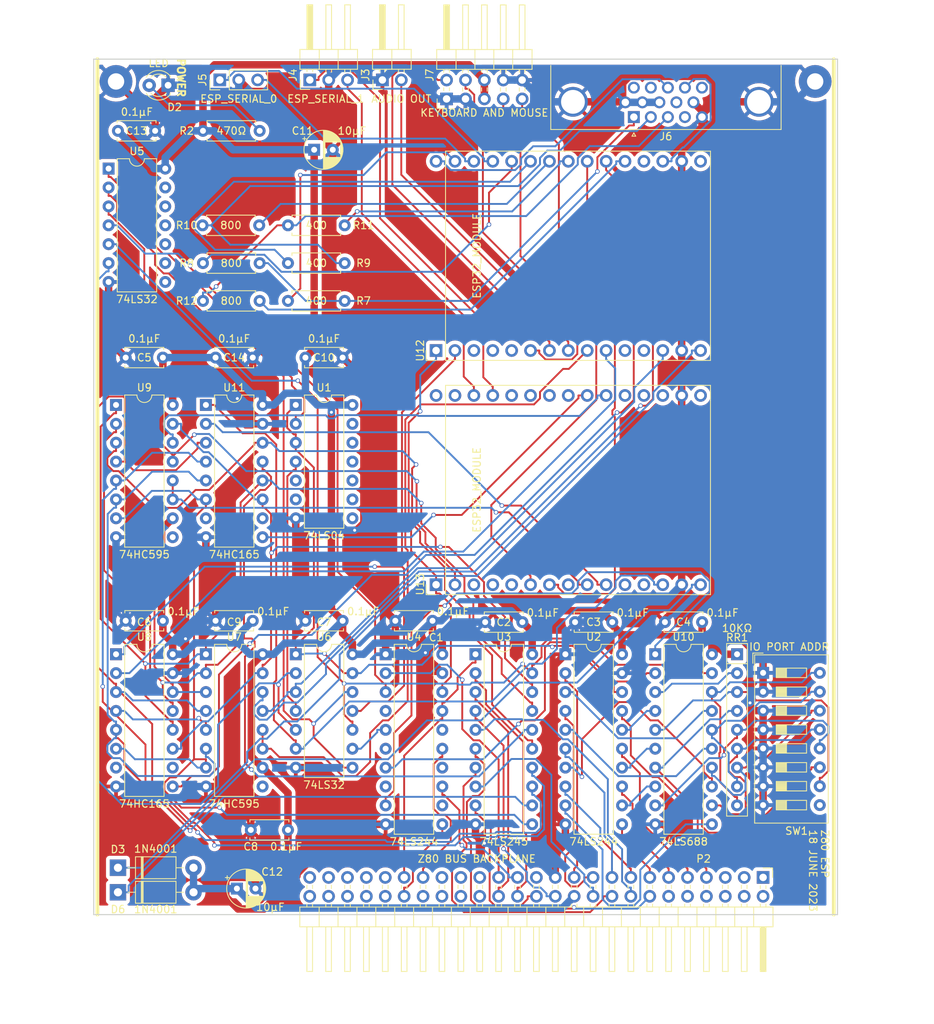
<source format=kicad_pcb>
(kicad_pcb (version 20211014) (generator pcbnew)
  (title_block (date "2023-06-18") (rev "V0.4"))
  (layers (0 "F.Cu" signal) (31 "B.Cu" signal) (34 "B.Paste" user) (35 "F.Paste" user) (36 "B.SilkS" user "B.Silkscreen") (37 "F.SilkS" user "F.Silkscreen") (38 "B.Mask" user) (39 "F.Mask" user) (44 "Edge.Cuts" user))
  (net 0 "")
  (net 1 "VCC")
  (net 2 "GND")
  (net 3 "A10")
  (net 4 "A11")
  (net 5 "A9")
  (net 6 "A12")
  (net 7 "A8")
  (net 8 "A13")
  (net 9 "A7")
  (net 10 "A14")
  (net 11 "A6")
  (net 12 "A15")
  (net 13 "A5")
  (net 14 "A4")
  (net 15 "D4")
  (net 16 "A3")
  (net 17 "D3")
  (net 18 "A2")
  (net 19 "D5")
  (net 20 "A1")
  (net 21 "D6")
  (net 22 "A0")
  (net 23 "D2")
  (net 24 "~{RFSH}")
  (net 25 "D7")
  (net 26 "~{M1}")
  (net 27 "D0")
  (net 28 "~{RESET}")
  (net 29 "D1")
  (net 30 "~{BUSRQ}")
  (net 31 "~{INT}")
  (net 32 "~{WAIT}")
  (net 33 "~{NMI}")
  (net 34 "~{BUSACK}")
  (net 35 "/bA7")
  (net 36 "/bA6")
  (net 37 "/bA5")
  (net 38 "/bA4")
  (net 39 "/bA3")
  (net 40 "/bA2")
  (net 41 "/bA1")
  (net 42 "Net-(RR1-Pad2)")
  (net 43 "~{HALT}")
  (net 44 "~{WR}")
  (net 45 "Net-(RR1-Pad5)")
  (net 46 "Net-(RR1-Pad6)")
  (net 47 "Net-(RR1-Pad7)")
  (net 48 "Net-(RR1-Pad8)")
  (net 49 "Net-(RR1-Pad9)")
  (net 50 "Net-(D2-Pad2)")
  (net 51 "Net-(D3-Pad1)")
  (net 52 "~{MREQ}")
  (net 53 "Net-(D6-Pad1)")
  (net 54 "~{RD}")
  (net 55 "~{IORQ}")
  (net 56 "SPARE9")
  (net 57 "AUDIO")
  (net 58 "RX1")
  (net 59 "TX1")
  (net 60 "RX")
  (net 61 "TX")
  (net 62 "SPARE0")
  (net 63 "Net-(J6-Pad1)")
  (net 64 "SPARE8")
  (net 65 "SPARE1")
  (net 66 "SPARE7")
  (net 67 "SPARE2")
  (net 68 "SPARE6")
  (net 69 "SPARE3")
  (net 70 "SPARE5")
  (net 71 "CLK")
  (net 72 "SPARE4")
  (net 73 "Net-(RR1-Pad3)")
  (net 74 "Net-(RR1-Pad4)")
  (net 75 "Net-(U1-Pad4)")
  (net 77 "bD7")
  (net 78 "bD6")
  (net 79 "bD5")
  (net 80 "KBDCLK")
  (net 81 "KBDDAT")
  (net 82 "MSEDAT")
  (net 83 "MSECLK")
  (net 84 "bD4")
  (net 85 "bD3")
  (net 86 "bD2")
  (net 87 "bD1")
  (net 88 "~{CS_ESP}")
  (net 90 "bA0")
  (net 91 "bD0")
  (net 96 "Net-(J6-Pad2)")
  (net 97 "Net-(J6-Pad3)")
  (net 102 "VGA_HSYNC")
  (net 103 "VGA_VSYNC")
  (net 105 "/b~{RD}")
  (net 106 "/b~{WR}")
  (net 107 "VGA_R1")
  (net 108 "VGA_R0")
  (net 109 "VGA_G1")
  (net 110 "VGA_G0")
  (net 111 "VGA_B1")
  (net 112 "VGA_B0")
  (net 113 "/b~{M1}")
  (net 115 "Net-(U1-Pad2)")
  (net 123 "/b~{IORQ}")
  (net 125 "b~{RESET}")
  (net 126 "~{ESP_WR}")
  (net 127 "~{ESP1_WR}")
  (net 132 "~{ESP_RD}")
  (net 135 "~{ESP0_RD}")
  (net 136 "~{ESP1_RD}")
  (net 137 "~{ESP0_WR}")
  (net 139 "ESP0_OUTCLK")
  (net 140 "ESP0_OUT")
  (net 148 "ESP0_INCLK")
  (net 166 "ESP0_IN")
  (net 169 "ESP1_OUTCLK")
  (net 170 "ESP1_OUT")
  (net 171 "ESP1_INCLK")
  (net 173 "ESP1_IN")
  (footprint "Button_Switch_THT:SW_DIP_SPSTx08_Slide_9.78x22.5mm_W7.62mm_P2.54mm" (layer "F.Cu") (at 135 113.5)
    (fp_text reference "SW1")
    (fp_text value "IO PORT ADDR")
  )
  (footprint "Capacitor_THT:C_Disc_D5.0mm_W2.5mm_P5.00mm" (layer "F.Cu") (at 90.55 106.5 180)
    (fp_text reference "C1")
    (fp_text value "0.1µF")
  )
  (footprint "Capacitor_THT:C_Disc_D5.0mm_W2.5mm_P5.00mm" (layer "F.Cu") (at 102.6333 106.68 180)
    (fp_text reference "C2")
    (fp_text value "0.1µF")
  )
  (footprint "Capacitor_THT:C_Disc_D5.0mm_W2.5mm_P5.00mm" (layer "F.Cu") (at 126.8 106.68 180)
    (fp_text reference "C4")
    (fp_text value "0.1µF")
  )
  (footprint "Package_DIP:DIP-20_W7.62mm" (layer "F.Cu") (at 108.4167 111)
    (fp_text reference "U2")
    (fp_text value "74LS244")
  )
  (footprint "Package_DIP:DIP-20_W7.62mm" (layer "F.Cu") (at 120.5 111)
    (fp_text reference "U10")
    (fp_text value "74LS688")
  )
  (footprint "Resistor_THT:R_Array_SIP9" (layer "F.Cu") (at 131.5 111 -90)
    (fp_text reference "RR1")
    (fp_text value "10KΩ")
  )
  (footprint "Package_DIP:DIP-14_W7.62mm" (layer "F.Cu") (at 72.1667 111)
    (fp_text reference "U6")
    (fp_text value "74LS32")
  )
  (footprint "Capacitor_THT:C_Disc_D5.0mm_W2.5mm_P5.00mm" (layer "F.Cu") (at 78.4667 106.5 180)
    (fp_text reference "C7")
    (fp_text value "0.1µF")
  )
  (footprint "Package_DIP:DIP-20_W7.62mm" (layer "F.Cu") (at 96.3333 111)
    (fp_text reference "U3")
    (fp_text value "74LS245")
  )
  (footprint "Capacitor_THT:C_Disc_D5.0mm_W2.5mm_P5.00mm" (layer "F.Cu") (at 114.7167 106.68 180)
    (fp_text reference "C3")
    (fp_text value "0.1µF")
  )
  (footprint "Capacitor_THT:C_Disc_D5.0mm_W2.5mm_P5.00mm" (layer "F.Cu") (at 54.3 71.12 180)
    (fp_text reference "C5")
    (fp_text value "0.1µF")
  )
  (footprint "Package_DIP:DIP-20_W7.62mm" (layer "F.Cu") (at 84.25 111)
    (fp_text reference "U4")
    (fp_text value "74LS244")
  )
  (footprint "Capacitor_THT:C_Disc_D5.0mm_W2.5mm_P5.00mm" (layer "F.Cu") (at 54.3 106.5 180)
    (fp_text reference "C6")
    (fp_text value "0.1µF")
  )
  (footprint "Capacitor_THT:CP_Radial_D5.0mm_P2.50mm" (layer "F.Cu") (at 74.64 43.18)
    (fp_text reference "C11")
    (fp_text value "10µF")
  )
  (footprint "Capacitor_THT:C_Disc_D5.0mm_W2.5mm_P5.00mm" (layer "F.Cu") (at 71.12 134.62 180)
    (fp_text reference "C8")
    (fp_text value "0.1µF")
  )
  (footprint "Capacitor_THT:CP_Radial_D5.0mm_P2.50mm" (layer "F.Cu") (at 64.25 142.5)
    (fp_text reference "C12")
    (fp_text value "10µF")
  )
  (footprint "Resistor_THT:R_Axial_DIN0207_L6.3mm_D2.5mm_P7.62mm_Horizontal" (layer "F.Cu") (at 67.31 40.64 180)
    (fp_text reference "R2")
    (fp_text value "470Ω")
  )
  (footprint "MountingHole:MountingHole_2.2mm_M2_Pad" (layer "F.Cu") (at 48 34)
    (fp_text reference "H1")
    (fp_text value "BRACKET" hide)
  )
  (footprint "MountingHole:MountingHole_2.2mm_M2_Pad" (layer "F.Cu") (at 142 34)
    (fp_text reference "H2")
    (fp_text value "BRACKET")
  )
  (footprint "Connector_PinHeader_2.54mm:PinHeader_2x25_P2.54mm_Horizontal" (layer "F.Cu") (at 135 141 -90)
    (fp_text reference "P2")
    (fp_text value "Z80 BUS BACKPLANE")
  )
  (footprint "LED_THT:LED_D3.0mm" (layer "F.Cu") (at 55 34.51 180)
    (fp_text reference "D2")
    (fp_text value "LED")
  )
  (footprint "Resistor_THT:R_Axial_DIN0207_L6.3mm_D2.5mm_P7.62mm_Horizontal" (layer "F.Cu") (at 67.2512 53.34 180)
    (fp_text reference "R10")
    (fp_text value "800")
  )
  (footprint "Package_DIP:DIP-16_W7.62mm" (layer "F.Cu") (at 48 111)
    (fp_text reference "U8")
    (fp_text value "74HC165")
  )
  (footprint "CUSTOM:ESP32_MODULE" (layer "F.Cu") (at 85.2025 58.11 90)
    (fp_text reference "U12")
    (fp_text value "ESP32_MODULE")
  )
  (footprint "CUSTOM:ESP32_MODULE" (layer "F.Cu") (at 85.2025 89.59 90)
    (fp_text reference "U13")
    (fp_text value "ESP32_MODULE")
  )
  (footprint "Package_DIP:DIP-16_W7.62mm" (layer "F.Cu") (at 60.0833 111)
    (fp_text reference "U7")
    (fp_text value "74HC595")
  )
  (footprint "Capacitor_THT:C_Disc_D5.0mm_W2.5mm_P5.00mm" (layer "F.Cu") (at 73.4667 71.12)
    (fp_text reference "C10")
    (fp_text value "0.1µF")
  )
  (footprint "Resistor_THT:R_Axial_DIN0207_L6.3mm_D2.5mm_P7.62mm_Horizontal" (layer "F.Cu") (at 71.12 63.5)
    (fp_text reference "R7")
    (fp_text value "400")
  )
  (footprint "Capacitor_THT:C_Disc_D5.0mm_W2.5mm_P5.00mm" (layer "F.Cu") (at 66.3833 106.5 180)
    (fp_text reference "C9")
    (fp_text value "0.1µF")
  )
  (footprint "Package_DIP:DIP-14_W7.62mm" (layer "F.Cu") (at 47 45.715)
    (fp_text reference "U5")
    (fp_text value "74LS32")
  )
  (footprint "Resistor_THT:R_Axial_DIN0207_L6.3mm_D2.5mm_P7.62mm_Horizontal" (layer "F.Cu") (at 78.74 53.34 180)
    (fp_text reference "R11")
    (fp_text value "400")
  )
  (footprint "Resistor_THT:R_Axial_DIN0207_L6.3mm_D2.5mm_P7.62mm_Horizontal" (layer "F.Cu") (at 67.31 63.5 180)
    (fp_text reference "R12")
    (fp_text value "800")
  )
  (footprint "Resistor_THT:R_Axial_DIN0207_L6.3mm_D2.5mm_P7.62mm_Horizontal" (layer "F.Cu") (at 59.69 58.42)
    (fp_text reference "R8")
    (fp_text value "800")
  )
  (footprint "Resistor_THT:R_Axial_DIN0207_L6.3mm_D2.5mm_P7.62mm_Horizontal" (layer "F.Cu") (at 71.12 58.42)
    (fp_text reference "R9")
    (fp_text value "400")
  )
  (footprint "Connector_PinHeader_2.54mm:PinHeader_2x05_P2.54mm_Horizontal" (layer "F.Cu") (at 92.445 36.3471 90)
    (fp_text reference "J7")
    (fp_text value "KEYBOARD AND MOUSE")
  )
  (footprint "Capacitor_THT:C_Disc_D5.0mm_W2.5mm_P5.00mm" (layer "F.Cu") (at 48.26 40.64)
    (fp_text reference "C13")
    (fp_text value "0.1µF")
  )
  (footprint "Package_DIP:DIP-16_W7.62mm" (layer "F.Cu") (at 60.0833 77.485)
    (fp_text reference "U11")
    (fp_text value "74HC165")
  )
  (footprint "Connector_PinHeader_2.54mm:PinHeader_1x02_P2.54mm_Horizontal" (layer "F.Cu") (at 83.815 33.7971 90)
    (fp_text reference "J3")
    (fp_text value "AUDIO OUT")
  )
  (footprint "Connector_Dsub:DSUB-15-HD_Female_Horizontal_P2.29x1.98mm_EdgePinOffset3.03mm_Housed_MountingHolesOffset4.94mm" (layer "F.Cu") (at 117.62 38.7874 180)
    (fp_text reference "J6")
    (fp_text value "VGA")
  )
  (footprint "Capacitor_THT:C_Disc_D5.0mm_W2.5mm_P5.00mm" (layer "F.Cu") (at 61.3833 71.12)
    (fp_text reference "C14")
    (fp_text value "0.1µF")
  )
  (footprint "Diode_THT:D_DO-41_SOD81_P10.16mm_Horizontal" (layer "F.Cu") (at 48.26 143)
    (fp_text reference "D6")
    (fp_text value "1N4001")
  )
  (footprint "Package_DIP:DIP-14_W7.62mm" (layer "F.Cu") (at 72.1667 77.485)
    (fp_text reference "U1")
    (fp_text value "74LS04")
  )
  (footprint "Connector_PinHeader_2.54mm:PinHeader_1x03_P2.54mm_Vertical" (layer "F.Cu") (at 61.96 33.7971 90)
    (fp_text reference "J5")
    (fp_text value "ESP_SERIAL_0")
  )
  (footprint "Connector_PinHeader_2.54mm:PinHeader_1x03_P2.54mm_Horizontal" (layer "F.Cu") (at 74.055 33.7971 90)
    (fp_text reference "J4")
    (fp_text value "ESP_SERIAL_1")
  )
  (footprint "Package_DIP:DIP-16_W7.62mm" (layer "F.Cu") (at 48 77.485)
    (fp_text reference "U9")
    (fp_text value "74HC595")
  )
  (footprint "Diode_THT:D_DO-41_SOD81_P10.16mm_Horizontal" (layer "F.Cu") (at 48.26 139.7)
    (fp_text reference "D3")
    (fp_text value "1N4001")
  )
  (gr_line (start 45.5 31) (end 45.5 146) (layer "F.SilkS") (width 0.5))
  (gr_line (start 144.5 31) (end 144.5 146) (layer "F.SilkS") (width 0.5))
  (gr_line (start 145 31) (end 45 31) (layer "Edge.Cuts") (width 0.15))
  (gr_line (start 145 146) (end 145 31) (layer "Edge.Cuts") (width 0.15))
  (gr_line (start 45 31) (end 45 146) (layer "Edge.Cuts") (width 0.15))
  (gr_line (start 45 146) (end 145 146) (layer "Edge.Cuts") (width 0.15))
  (gr_text "Z80 ESP\n18 JUNE 2023" (at 142.5 134.5 -90) (layer "F.SilkS") (effects (font (size 1 1)) (justify left)))
  (gr_text "POWER" (at 56.75 33.51 270) (layer "F.SilkS") (effects (font (size 1 1) (thickness 0.25))))
  (segment (start 67.7033 126.24) (end 66.1896 124.7263) (width 1) (layer "F.Cu") (net 1))
  (segment (start 91.87 111) (end 91.87 109.4999) (width 1) (layer "F.Cu") (net 1))
  (segment (start 114.7167 107.0683) (end 114.7167 106.68) (width 1) (layer "F.Cu") (net 1))
  (segment (start 54.1182 106.3182) (end 54.1182 94.2268) (width 1) (layer "F.Cu") (net 1))
  (segment (start 90.55 108.1799) (end 90.55 106.5) (width 1) (layer "F.Cu") (net 1))
  (segment (start 54.3 71.12) (end 54.3 74.6649) (width 1) (layer "F.Cu") (net 1))
  (segment (start 79.7867 111) (end 79.7867 109.4999) (width 1) (layer "F.Cu") (net 1))
  (segment (start 66.1896 112.5137) (end 67.7033 111) (width 1) (layer "F.Cu") (net 1))
  (segment (start 61.2534 31.7606) (end 95.4785 31.7606) (width 1) (layer "F.Cu") (net 1))
  (segment (start 128.12 111) (end 128.12 110.2499) (width 1) (layer "F.Cu") (net 1))
  (segment (start 126.8 108.1799) (end 126.8 106.68) (width 1) (layer "F.Cu") (net 1))
  (segment (start 131.5 111) (end 129.9999 111) (width 1) (layer "F.Cu") (net 1))
  (segment (start 106.8078 105.1455) (end 103.9533 108) (width 1) (layer "F.Cu") (net 1))
  (segment (start 55.62 109.4999) (end 54.3 108.1799) (width 1) (layer "F.Cu") (net 1))
  (segment (start 55.62 77.485) (end 55.62 75.9849) (width 1) (layer "F.Cu") (net 1))
  (segment (start 116.0367 108.3883) (end 116.0367 109.4999) (width 1) (layer "F.Cu") (net 1))
  (segment (start 59.69 40.64) (end 59.69 33.324) (width 1) (layer "F.Cu") (net 1))
  (segment (start 127.0084 108.3883) (end 116.0367 108.3883) (width 1) (layer "F.Cu") (net 1))
  (segment (start 78.4667 108.1799) (end 78.4667 106.5) (width 1) (layer "F.Cu") (net 1))
  (segment (start 54.1182 94.2268) (end 55.62 92.725) (width 1) (layer "F.Cu") (net 1))
  (segment (start 71.12 129.6567) (end 67.7033 126.24) (width 1) (layer "F.Cu") (net 1))
  (segment (start 103.9533 111) (end 103.9533 109.4999) (width 1) (layer "F.Cu") (net 1))
  (segment (start 127.0084 108.3883) (end 126.8 108.1799) (width 1) (layer "F.Cu") (net 1))
  (segment (start 116.0367 108.3883) (end 114.7167 107.0683) (width 1) (layer "F.Cu") (net 1))
  (segment (start 55.62 111) (end 55.62 109.4999) (width 1) (layer "F.Cu") (net 1))
  (segment (start 95.4785 31.7606) (end 97.525 33.8071) (width 1) (layer "F.Cu") (net 1))
  (segment (start 64.25 142.5) (end 65.775 144.025) (width 1) (layer "F.Cu") (net 1))
  (segment (start 66.1896 124.7263) (end 66.1896 112.5137) (width 1) (layer "F.Cu") (net 1))
  (segment (start 76.9597 104.993) (end 76.9597 78.4692) (width 1) (layer "F.Cu") (net 1))
  (segment (start 91.87 109.4999) (end 90.55 108.1799) (width 1) (layer "F.Cu") (net 1))
  (segment (start 128.12 110.2499) (end 128.12 109.4999) (width 1) (layer "F.Cu") (net 1))
  (segment (start 54.3 106.5) (end 54.1182 106.3182) (width 1) (layer "F.Cu") (net 1))
  (segment (start 73.4667 71.12) (end 74.64 69.9467) (width 1) (layer "F.Cu") (net 1))
  (segment (start 59.69 33.324) (end 61.2534 31.7606) (width 1) (layer "F.Cu") (net 1))
  (segment (start 54.3 108.1799) (end 54.3 106.5) (width 1) (layer "F.Cu") (net 1))
  (segment (start 71.12 134.62) (end 71.12 129.6567) (width 1) (layer "F.Cu") (net 1))
  (segment (start 114.7167 106.68) (end 113.1822 105.1455) (width 1) (layer "F.Cu") (net 1))
  (segment (start 78.4667 106.5) (end 76.9597 104.993) (width 1) (layer "F.Cu") (net 1))
  (segment (start 71.12 140.2991) (end 71.12 134.62) (width 1) (layer "F.Cu") (net 1))
  (segment (start 67.3941 144.025) (end 71.12 140.2991) (width 1) (layer "F.Cu") (net 1))
  (segment (start 65.775 144.025) (end 67.3941 144.025) (width 1) (layer "F.Cu") (net 1))
  (segment (start 116.0367 111) (end 116.0367 109.4999) (width 1) (layer "F.Cu") (net 1))
  (segment (start 74.64 69.9467) (end 74.64 43.18) (width 1) (layer "F.Cu") (net 1))
  (segment (start 103.9533 108) (end 102.6333 106.68) (width 1) (layer "F.Cu") (net 1))
  (segment (start 97.525 33.8071) (end 97.525 36.3471) (width 1) (layer "F.Cu") (net 1))
  (segment (start 113.1822 105.1455) (end 106.8078 105.1455) (width 1) (layer "F.Cu") (net 1))
  (segment (start 128.12 110.2499) (end 129.2498 110.2499) (width 1) (layer "F.Cu") (net 1))
  (segment (start 128.12 109.4999) (end 127.0084 108.3883) (width 1) (layer "F.Cu") (net 1))
  (segment (start 54.3 74.6649) (end 55.62 75.9849) (width 1) (layer "F.Cu") (net 1))
  (segment (start 129.2498 110.2499) (end 129.9999 111) (width 1) (layer "F.Cu") (net 1))
  (segment (start 103.9533 109.4999) (end 103.9533 108) (width 1) (layer "F.Cu") (net 1))
  (segment (start 79.7867 109.4999) (end 78.4667 108.1799) (width 1) (layer "F.Cu") (net 1))
  (via (at 76.9597 78.4692) (size 0.6) (drill 0.4) (layers "F.Cu" "B.Cu") (net 1))
  (segment (start 79.7867 111) (end 81.2868 111) (width 1) (layer "B.Cu") (net 1))
  (segment (start 93.0541 105.1673) (end 101.1206 105.1673) (width 1) (layer "B.Cu") (net 1))
  (segment (start 64.25 142.5) (end 66.8678 145.1178) (width 1) (layer "B.Cu") (net 1))
  (segment (start 67.7033 77.485) (end 69.2034 77.485) (width 1) (layer "B.Cu") (net 1))
  (segment (start 58.42 139.7) (end 58.42 142.5) (width 1) (layer "B.Cu") (net 1))
  (segment (start 63.7301 43.18) (end 61.1901 40.64) (width 1) (layer "B.Cu") (net 1))
  (segment (start 76.9597 77.485) (end 75.0419 77.485) (width 1) (layer "B.Cu") (net 1))
  (segment (start 53.1199 45.4999) (end 53.1199 45.715) (width 1) (layer "B.Cu") (net 1))
  (segment (start 58.1899 40.645) (end 58.1899 40.64) (width 1) (layer "B.Cu") (net 1))
  (segment (start 66.8678 145.1178) (end 108.0222 145.1178) (width 1) (layer "B.Cu") (net 1))
  (segment (start 75.4668 109.4999) (end 70.7035 109.4999) (width 1) (layer "B.Cu") (net 1))
  (segment (start 65.9897 111) (end 66.2032 111) (width 1) (layer "B.Cu") (net 1))
  (segment (start 55.62 111) (end 57.1201 111) (width 1) (layer "B.Cu") (net 1))
  (segment (start 91.7214 106.5) (end 93.0541 105.1673) (width 1) (layer "B.Cu") (net 1))
  (segment (start 57.1201 111) (end 58.6455 109.4746) (width 1) (layer "B.Cu") (net 1))
  (segment (start 76.9597 78.4692) (end 76.9597 77.485) (width 1) (layer "B.Cu") (net 1))
  (segment (start 90.55 106.5) (end 91.7214 106.5) (width 1) (layer "B.Cu") (net 1))
  (segment (start 64.6778 108.2055) (end 66.3833 106.5) (width 1) (layer "B.Cu") (net 1))
  (segment (start 78.2866 77.485) (end 76.9597 77.485) (width 1) (layer "B.Cu") (net 1))
  (segment (start 64.25 142.5) (end 62.7499 142.5) (width 1) (layer "B.Cu") (net 1))
  (segment (start 58.42 142.5) (end 58.42 143) (width 1) (layer "B.Cu") (net 1))
  (segment (start 54.62 45.715) (end 54.62 44.2149) (width 1) (layer "B.Cu") (net 1))
  (segment (start 79.7867 77.485) (end 78.2866 77.485) (width 1) (layer "B.Cu") (net 1))
  (segment (start 82.7869 109.4999) (end 87.5501 109.4999) (width 1) (layer "B.Cu") (net 1))
  (segment (start 70.7786 75.9098) (end 69.2034 77.485) (width 1) (layer "B.Cu") (net 1))
  (segment (start 67.7033 77.485) (end 67.7033 75.9849) (width 1) (layer "B.Cu") (net 1))
  (segment (start 58.6455 109.4746) (end 64.6778 109.4746) (width 1) (layer "B.Cu") (net 1))
  (segment (start 48.26 40.64) (end 53.1199 45.4999) (width 1) (layer "B.Cu") (net 1))
  (segment (start 64.6778 109.4746) (end 64.6778 109.6881) (width 1) (layer "B.Cu") (net 1))
  (segment (start 54.62 45.715) (end 53.1199 45.715) (width 1) (layer "B.Cu") (net 1))
  (segment (start 67.7033 111) (end 69.2034 111) (width 1) (layer "B.Cu") (net 1))
  (segment (start 73.4667 75.9098) (end 70.7786 75.9098) (width 1) (layer "B.Cu") (net 1))
  (segment (start 75.0419 77.485) (end 73.4667 75.9098) (width 1) (layer "B.Cu") (net 1))
  (segment (start 81.2868 111) (end 82.7869 109.4999) (width 1) (layer "B.Cu") (net 1))
  (segment (start 66.2482 75.9849) (end 61.3833 71.12) (width 1) (layer "B.Cu") (net 1))
  (segment (start 64.6778 109.6881) (end 65.9897 111) (width 1) (layer "B.Cu") (net 1))
  (segment (start 54.62 44.2149) (end 58.1899 40.645) (width 1) (layer "B.Cu") (net 1))
  (segment (start 70.7035 109.4999) (end 69.2034 111) (width 1) (layer "B.Cu") (net 1))
  (segment (start 64.6778 109.4746) (end 64.6778 108.2055) (width 1) (layer "B.Cu") (net 1))
  (segment (start 73.4667 75.9098) (end 73.4667 71.12) (width 1) (layer "B.Cu") (net 1))
  (segment (start 58.42 142.5) (end 62.7499 142.5) (width 1) (layer "B.Cu") (net 1))
  (segment (start 101.1206 105.1673) (end 102.6333 106.68) (width 1) (layer "B.Cu") (net 1))
  (segment (start 87.5501 109.4999) (end 90.55 106.5) (width 1) (layer "B.Cu") (net 1))
  (segment (start 67.7033 111) (end 66.2032 111) (width 1) (layer "B.Cu") (net 1))
  (segment (start 61.3833 71.12) (end 54.3 71.12) (width 1) (layer "B.Cu") (net 1))
  (segment (start 108.0222 145.1178) (end 109.6 143.54) (width 1) (layer "B.Cu") (net 1))
  (segment (start 74.64 43.18) (end 63.7301 43.18) (width 1) (layer "B.Cu") (net 1))
  (segment (start 67.7033 75.9849) (end 66.2482 75.9849) (width 1) (layer "B.Cu") (net 1))
  (segment (start 59.69 40.64) (end 61.1901 40.64) (width 1) (layer "B.Cu") (net 1))
  (segment (start 78.4667 106.5) (end 75.4668 109.4999) (width 1) (layer "B.Cu") (net 1))
  (segment (start 59.69 40.64) (end 58.1899 40.64) (width 1) (layer "B.Cu") (net 1))
  (segment (start 57.3428 111.8172) (end 55.62 113.54) (width 1) (layer "F.Cu") (net 2))
  (segment (start 122.0001 134.3105) (end 122.0001 133.86) (width 1) (layer "F.Cu") (net 2))
  (segment (start 96.3333 133.86) (end 96.3333 135.3601) (width 1) (layer "F.Cu") (net 2))
  (segment (start 63.1328 140.9998) (end 62.7498 141.3828) (width 1) (layer "F.Cu") (net 2))
  (segment (start 80.0817 94.3324) (end 80.3478 94.3324) (width 1) (layer "F.Cu") (net 2))
  (segment (start 67.7033 80.025) (end 66.2032 80.025) (width 1) (layer "F.Cu") (net 2))
  (segment (start 124.0525 76.21) (end 124.0525 101.65) (width 1) (layer "F.Cu") (net 2))
  (segment (start 85.55 108.1999) (end 85.55 106.5) (width 1) (layer "F.Cu") (net 2))
  (segment (start 66.75 141.6298) (end 66.12 140.9998) (width 1) (layer "F.Cu") (net 2))
  (segment (start 135 121.12) (end 135 118.58) (width 1) (layer "F.Cu") (net 2))
  (segment (start 66.12 140.9998) (end 66.12 134.62) (width 1) (layer "F.Cu") (net 2))
  (segment (start 61.3833 98.0651) (end 61.3833 106.5) (width 1) (layer "F.Cu") (net 2))
  (segment (start 66.3833 74.5512) (end 64.3064 76.6281) (width 1) (layer "F.Cu") (net 2))
  (segment (start 73.4667 95.5251) (end 72.1667 94.2251) (width 1) (layer "F.Cu") (net 2))
  (segment (start 64.3064 76.6281) (end 66.2032 78.5249) (width 1) (layer "F.Cu") (net 2))
  (segment (start 55 34.51) (end 51.755 37.755) (width 1) (layer "F.Cu") (net 2))
  (segment (start 107.06 136.7168) (end 107.06 141) (width 1) (layer "F.Cu") (net 2))
  (segment (start 124.0525 44.73) (end 124.0525 70.17) (width 1) (layer "F.Cu") (net 2))
  (segment (start 124.0525 76.21) (end 124.0525 70.17) (width 1) (layer "F.Cu") (net 2))
  (segment (start 66.12 134.62) (end 66.12 133.3166) (width 1) (layer "F.Cu") (net 2))
  (segment (start 126.78 40.4524) (end 124.0525 43.1799) (width 1) (layer "F.Cu") (net 2))
  (segment (start 60.0833 128.78) (end 61.5834 128.78) (width 1) (layer "F.Cu") (net 2))
  (segment (start 109.435 36.7374) (end 115.8252 36.7374) (width 1) (layer "F.Cu") (net 2))
  (segment (start 117.0106 33.3151) (end 116.1151 34.2106) (width 1) (layer "F.Cu") (net 2))
  (segment (start 62.7498 141.3828) (end 62.7498 143.593) (width 1) (layer "F.Cu") (net 2))
  (segment (start 66.3833 71.12) (end 66.3833 74.5512) (width 1) (layer "F.Cu") (net 2))
  (segment (start 124.0525 104.0966) (end 127.2496 104.0966) (width 1) (layer "F.Cu") (net 2))
  (segment (start 78.4667 71.12) (end 77.14 69.7933) (width 1) (layer "F.Cu") (net 2))
  (segment (start 49.3 71.12) (end 47 68.82) (width 1) (layer "F.Cu") (net 2))
  (segment (start 67.8943 145.2368) (end 72.3202 140.8109) (width 1) (layer "F.Cu") (net 2))
  (segment (start 80.3478 94.3324) (end 81.3279 93.3523) (width 1) (layer "F.Cu") (net 2))
  (segment (start 96.4982 135.3601) (end 96.3333 135.3601) (width 1) (layer "F.Cu") (net 2))
  (segment (start 127.2496 104.0966) (end 135 111.847) (width 1) (layer "F.Cu") (net 2))
  (segment (start 134.435 36.7374) (end 128.2881 36.7374) (width 1) (layer "F.Cu") (net 2))
  (segment (start 84.25 109.4999) (end 85.55 108.1999) (width 1) (layer "F.Cu") (net 2))
  (segment (start 135 131.28) (end 135 128.74) (width 1) (layer "F.Cu") (net 2))
  (segment (start 135 123.66) (end 135 121.12) (width 1) (layer "F.Cu") (net 2))
  (segment (start 135 116.04) (end 135 113.5) (width 1) (layer "F.Cu") (net 2))
  (segment (start 97.5356 136.3975) (end 96.4982 135.3601) (width 1) (layer "F.Cu") (net 2))
  (segment (start 78.9725 131.5457) (end 73.6668 126.24) (width 1) (layer "F.Cu") (net 2))
  (segment (start 106.9165 132.3598) (end 108.4167 133.86) (width 1) (layer "F.Cu") (net 2))
  (segment (start 76.595 33.7971) (end 76.595 35.3472) (width 1) (layer "F.Cu") (net 2))
  (segment (start 135 111.847) (end 135 113.5) (width 1) (layer "F.Cu") (net 2))
  (segment (start 125.635 36.8074) (end 126.78 37.9524) (width 1) (layer "F.Cu") (net 2))
  (segment (start 60.0833 95.265) (end 60.0833 96.7651) (width 1) (layer "F.Cu") (net 2))
  (segment (start 78.9725 133.86) (end 78.9725 131.5457) (width 1) (layer "F.Cu") (net 2))
  (segment (start 108.4167 111) (end 106.9165 112.5002) (width 1) (layer "F.Cu") (net 2))
  (segment (start 123.6608 135.9712) (end 122.0001 134.3105) (width 1) (layer "F.Cu") (net 2))
  (segment (start 84.25 111) (end 84.25 109.4999) (width 1) (layer "F.Cu") (net 2))
  (segment (start 66.75 142.5) (end 66.75 141.6298) (width 1) (layer "F.Cu") (net 2))
  (segment (start 53.26 40.64) (end 53.26 39.26) (width 1) (layer "F.Cu") (net 2))
  (segment (start 116.1151 36.4475) (end 116.475 36.8074) (width 1) (layer "F.Cu") (net 2))
  (segment (start 128.2881 36.7374) (end 127.995 36.7374) (width 1) (layer "F.Cu") (net 2))
  (segment (start 115.8252 36.7374) (end 116.1151 36.4475) (width 1) (layer "F.Cu") (net 2))
  (segment (start 60.0833 96.7651) (end 61.3833 98.0651) (width 1) (layer "F.Cu") (net 2))
  (segment (start 66.12 140.9998) (end 63.1328 140.9998) (width 1) (layer "F.Cu") (net 2))
  (segment (start 124.0525 101.65) (end 124.0525 103.2001) (width 1) (layer "F.Cu") (net 2))
  (segment (start 66.12 133.3166) (end 61.5834 128.78) (width 1) (layer "F.Cu") (net 2))
  (segment (start 64.5 33.7971) (end 66.0501 35.3472) (width 1) (layer "F.Cu") (net 2))
  (segment (start 124.0525 104.0966) (end 124.0525 103.2001) (width 1) (layer "F.Cu") (net 2))
  (segment (start 127.4326 33.3151) (end 117.0106 33.3151) (width 1) (layer "F.Cu") (net 2))
  (segment (start 108.4167 133.86) (end 108.4167 135.3601) (width 1) (layer "F.Cu") (net 2))
  (segment (start 76.595 42.635) (end 77.14 43.18) (width 1) (layer "F.Cu") (net 2))
  (segment (start 133.2421 118.3222) (end 133.4999 118.58) (width 1) (layer "F.Cu") (net 2))
  (segment (start 77.14 69.7933) (end 77.14 43.18) (width 1) (layer "F.Cu") (net 2))
  (segment (start 72.3202 140.8109) (end 72.3202 140.5123) (width 1) (layer "F.Cu") (net 2))
  (segment (start 80.0817 101.0317) (end 80.0817 94.3324) (width 1) (layer "F.Cu") (net 2))
  (segment (start 66.2032 78.5249) (end 66.2032 80.025) (width 1) (layer "F.Cu") (net 2))
  (segment (start 108.4167 135.3601) (end 107.06 136.7168) (width 1) (layer "F.Cu") (net 2))
  (segment (start 53.26 39.26) (end 51.755 37.755) (width 1) (layer "F.Cu") (net 2))
  (segment (start 78.9725 133.86) (end 84.25 133.86) (width 1) (layer "F.Cu") (net 2))
  (segment (start 127.995 36.7374) (end 126.78 37.9524) (width 1) (layer "F.Cu") (net 2))
  (segment (start 124.0525 44.73) (end 124.0525 43.1799) (width 1) (layer "F.Cu") (net 2))
  (segment (start 128.2881 34.1706) (end 127.4326 33.3151) (width 1) (layer "F.Cu") (net 2))
  (segment (start 89.5979 110.794) (end 89.5978 110.794) (width 1) (layer "F.Cu") (net 2))
  (segment (start 85.55 106.5) (end 80.0817 101.0317) (width 1) (layer "F.Cu") (net 2))
  (segment (start 121.8 106.68) (end 121.8 106.3491) (width 1) (layer "F.Cu") (net 2))
  (segment (start 121.8 106.3491) (end 124.0525 104.0966) (width 1) (layer "F.Cu") (net 2))
  (segment (start 57.3428 108.9189) (end 57.3428 111.8172) (width 1) (layer "F.Cu") (net 2))
  (segment (start 91.87 113.54) (end 89.5979 111.2679) (width 1) (layer "F.Cu") (net 2))
  (segment (start 126.78 38.7874) (end 126.78 40.4524) (width 1) (layer "F.Cu") (net 2))
  (segment (start 128.2881 36.7374) (end 128.2881 34.1706) (width 1) (layer "F.Cu") (net 2))
  (segment (start 62.7498 143.593) (end 64.3936 145.2368) (width 1) (layer "F.Cu") (net 2))
  (segment (start 73.4667 106.5) (end 73.4667 95.5251) (width 1) (layer "F.Cu") (net 2))
  (segment (start 64.3936 145.2368) (end 67.8943 145.2368) (width 1) (layer "F.Cu") (net 2))
  (segment (start 72.3202 140.5123) (end 78.9725 133.86) (width 1) (layer "F.Cu") (net 2))
  (segment (start 72.1667 126.24) (end 73.6668 126.24) (width 1) (layer "F.Cu") (net 2))
  (segment (start 47 68.82) (end 47 60.955) (width 1) (layer "F.Cu") (net 2))
  (segment (start 76.595 35.3472) (end 76.595 42.635) (width 1) (layer "F.Cu") (net 2))
  (segment (start 106.9165 112.5002) (end 106.9165 132.3598) (width 1) (layer "F.Cu") (net 2))
  (segment (start 81.3279 73.9812) (end 78.4667 71.12) (width 1) (layer "F.Cu") (net 2))
  (segment (start 116.1151 34.2106) (end 116.1151 36.4475) (width 1) (layer "F.Cu") (net 2))
  (segment (start 120.5 133.86) (end 122.0001 133.86) (width 1) (layer "F.Cu") (net 2))
  (segment (start 126.78 37.9524) (end 126.78 38.7874) (width 1) (layer "F.Cu") (net 2))
  (segment (start 66.0501 35.3472) (end 76.595 35.3472) (width 1) (layer "F.Cu") (net 2))
  (segment (start 135 118.58) (end 133.4999 118.58) (width 1) (layer "F.Cu") (net 2))
  (segment (start 81.3279 93.3523) (end 81.3279 73.9812) (width 1) (layer "F.Cu") (net 2))
  (segment (start 51.755 37.755) (end 48 34) (width 1) (layer "F.Cu") (net 2))
  (segment (start 72.1667 92.725) (end 72.1667 94.2251) (width 1) (layer "F.Cu") (net 2))
  (segment (start 89.5979 111.2679) (end 89.5979 110.794) (width 1) (layer "F.Cu") (net 2))
  (segment (start 133.2421 117.5353) (end 133.2421 118.3222) (width 1) (layer "F.Cu") (net 2))
  (via (at 64.3064 76.6281) (size 0.6) (drill 0.4) (layers "F.Cu" "B.Cu") (net 2))
  (via (at 57.3428 108.9189) (size 0.6) (drill 0.4) (layers "F.Cu" "B.Cu") (net 2))
  (via (at 97.5356 136.3975) (size 0.6) (drill 0.4) (layers "F.Cu" "B.Cu") (net 2))
  (via (at 80.0817 94.3324) (size 0.6) (drill 0.4) (layers "F.Cu" "B.Cu") (net 2))
  (via (at 123.6608 135.9712) (size 0.6) (drill 0.4) (layers "F.Cu" "B.Cu") (net 2))
  (via (at 133.2421 117.5353) (size 0.6) (drill 0.4) (layers "F.Cu" "B.Cu") (net 2))
  (via (at 89.5978 110.794) (size 0.6) (drill 0.4) (layers "F.Cu" "B.Cu") (net 2))
  (segment (start 104.1679 35.37) (end 102.605 33.8071) (width 1) (layer "B.Cu") (net 2))
  (segment (start 85.407 32.2051) (end 83.815 33.7971) (width 1) (layer "B.Cu") (net 2))
  (segment (start 104.1679 36.7374) (end 104.1679 35.37) (width 1) (layer "B.Cu") (net 2))
  (segment (start 96.5767 37.9388) (end 94.985 36.3471) (width 1) (layer "B.Cu") (net 2))
  (segment (start 92.445 36.3471) (end 93.9951 36.3471) (width 1) (layer "B.Cu") (net 2))
  (segment (start 102.605 33.8071) (end 101.6151 33.8071) (width 1) (layer "B.Cu") (net 2))
  (segment (start 133.4999 117.2775) (end 133.2421 117.5353) (width 1) (layer "B.Cu") (net 2))
  (segment (start 124.0525 101.65) (end 122.5023 103.2002) (width 1) (layer "B.Cu") (net 2))
  (segment (start 64.5 35.3472) (end 57.4373 35.3472) (width 1) (layer "B.Cu") (net 2))
  (segment (start 63.6632 75.9849) (end 64.3064 76.6281) (width 1) (layer "B.Cu") (net 2))
  (segment (start 62.8919 104.9914) (end 71.9581 104.9914) (width 1) (layer "B.Cu") (net 2))
  (segment (start 94.8332 133.86) (end 93.9936 133.86) (width 1) (layer "B.Cu") (net 2))
  (segment (start 109.7167 106.68) (end 109.7167 108.1999) (width 1) (layer "B.Cu") (net 2))
  (segment (start 48 95.265) (end 48 96.7651) (width 1) (layer "B.Cu") (net 2))
  (segment (start 61.3833 106.5) (end 62.8919 104.9914) (width 1) (layer "B.Cu") (net 2))
  (segment (start 92.445 36.3471) (end 90.8949 36.3471) (width 1) (layer "B.Cu") (net 2))
  (segment (start 104.1679 36.7374) (end 104.1679 37.0223) (width 1) (layer "B.Cu") (net 2))
  (segment (start 92.4756 135.378) (end 87.2681 135.378) (width 1) (layer "B.Cu") (net 2))
  (segment (start 73.6668 92.725) (end 75.2742 94.3324) (width 1) (layer "B.Cu") (net 2))
  (segment (start 76.595 33.7971) (end 78.1451 32.247) (width 1) (layer "B.Cu") (net 2))
  (segment (start 118.765 36.8074) (end 116.475 36.8074) (width 1) (layer "B.Cu") (net 2))
  (segment (start 72.1667 92.725) (end 73.6668 92.725) (width 1) (layer "B.Cu") (net 2))
  (segment (start 51.0045 130.2844) (end 57.0788 130.2844) (width 1) (layer "B.Cu") (net 2))
  (segment (start 133.4999 131.28) (end 133.4999 131.4675) (width 1) (layer "B.Cu") (net 2))
  (segment (start 71.9581 104.9914) (end 73.4667 106.5) (width 1) (layer "B.Cu") (net 2))
  (segment (start 54.1649 75.9849) (end 63.6632 75.9849) (width 1) (layer "B.Cu") (net 2))
  (segment (start 60.0833 95.265) (end 58.5832 95.265) (width 1) (layer "B.Cu") (net 2))
  (segment (start 135 128.74) (end 135 126.2) (width 1) (layer "B.Cu") (net 2))
  (segment (start 84.25 133.86) (end 85.7501 133.86) (width 1) (layer "B.Cu") (net 2))
  (segment (start 89.5978 110.4435) (end 93.3613 106.68) (width 1) (layer "B.Cu") (net 2))
  (segment (start 55.7831 98.0651) (end 49.3 98.0651) (width 1) (layer "B.Cu") (net 2))
  (segment (start 107.06 141) (end 102.4575 136.3975) (width 1) (layer "B.Cu") (net 2))
  (segment (start 116.075 103.2002) (end 112.5952 106.68) (width 1) (layer "B.Cu") (net 2))
  (segment (start 133.4999 116.04) (end 133.4999 117.2775) (width 1) (layer "B.Cu") (net 2))
  (segment (start 102.4575 136.3975) (end 100.7575 136.3975) (width 1) (layer "B.Cu") (net 2))
  (segment (start 85.7501 111) (end 85.9561 110.794) (width 1) (layer "B.Cu") (net 2))
  (segment (start 84.25 111) (end 85.7501 111) (width 1) (layer "B.Cu") (net 2))
  (segment (start 49.5001 128.78) (end 51.0045 130.2844) (width 1) (layer "B.Cu") (net 2))
  (segment (start 121.8 106.68) (end 118.6928 109.7872) (width 1) (layer "B.Cu") (net 2))
  (segment (start 60.0833 128.78) (end 58.5832 128.78) (width 1) (layer "B.Cu") (net 2))
  (segment (start 49.3 71.12) (end 54.1649 75.9849) (width 1) (layer "B.Cu") (net 2))
  (segment (start 76.9237 69.577) (end 67.9263 69.577) (width 1) (layer "B.Cu") (net 2))
  (segment (start 139.2626 36.7374) (end 134.435 36.7374) (width 1) (layer "B.Cu") (net 2))
  (segment (start 133.4999 131.4675) (end 128.9962 135.9712) (width 1) (layer "B.Cu") (net 2))
  (segment (start 55 34.51) (end 56.6001 34.51) (width 1) (layer "B.Cu") (net 2))
  (segment (start 104.1679 37.0223) (end 103.2514 37.9388) (width 1) (layer "B.Cu") (net 2))
  (segment (start 87.2681 135.378) (end 85.7501 133.86) (width 1) (layer "B.Cu") (net 2))
  (segment (start 99.451 136.3975) (end 97.5356 136.3975) (width 1) (layer "B.Cu") (net 2))
  (segment (start 58.5832 95.265) (end 55.7831 98.0651) (width 1) (layer "B.Cu") (net 2))
  (segment (start 118.6928 109.7872) (end 118.6928 110.8839) (width 1) (layer "B.Cu") (net 2))
  (segment (start 100.5185 136.1585) (end 99.69 136.1585) (width 1) (layer "B.Cu") (net 2))
  (segment (start 99.69 136.1585) (end 99.451 136.3975) (width 1) (layer "B.Cu") (net 2))
  (segment (start 96.3333 133.86) (end 94.8332 133.86) (width 1) (layer "B.Cu") (net 2))
  (segment (start 100.065 33.8071) (end 101.6151 33.8071) (width 1) (layer "B.Cu") (net 2))
  (segment (start 90.8949 36.3471) (end 90.8949 36.1292) (width 1) (layer "B.Cu") (net 2))
  (segment (start 49.3 98.0651) (end 49.3 106.5) (width 1) (layer "B.Cu") (net 2))
  (segment (start 57.4373 35.3472) (end 56.6001 34.51) (width 1) (layer "B.Cu") (net 2))
  (segment (start 94.985 36.3471) (end 93.9951 36.3471) (width 1) (layer "B.Cu") (net 2))
  (segment (start 103.2514 37.9388) (end 96.5767 37.9388) (width 1) (layer "B.Cu") (net 2))
  (segment (start 135 131.28) (end 133.4999 131.28) (width 1) (layer "B.Cu") (net 2))
  (segment (start 48 96.7651) (end 49.3 98.0651) (width 1) (layer "B.Cu") (net 2))
  (segment (start 121.055 36.8074) (end 118.765 36.8074) (width 1) (layer "B.Cu") (net 2))
  (segment (start 93.3613 106.68) (end 97.6333 106.68) (width 1) (layer "B.Cu") (net 2))
  (segment (start 85.9561 110.794) (end 89.5978 110.794) (width 1) (layer "B.Cu") (net 2))
  (segment (start 48 128.78) (end 49.5001 128.78) (width 1) (layer "B.Cu") (net 2))
  (segment (start 67.9263 69.577) (end 66.3833 71.12) (width 1) (layer "B.Cu") (net 2))
  (segment (start 90.8949 36.1292) (end 86.9708 32.2051) (width 1) (layer "B.Cu") (net 2))
  (segment (start 75.2742 94.3324) (end 80.0817 94.3324) (width 1) (layer "B.Cu") (net 2))
  (segment (start 78.1451 32.247) (end 80.7148 32.247) (width 1) (layer "B.Cu") (net 2))
  (segment (start 122.5023 103.2002) (end 116.075 103.2002) (width 1) (layer "B.Cu") (net 2))
  (segment (start 89.5978 110.794) (end 89.5978 110.4435) (width 1) (layer "B.Cu") (net 2))
  (segment (start 128.9962 135.9712) (end 123.6608 135.9712) (width 1) (layer "B.Cu") (net 2))
  (segment (start 112.5952 106.68) (end 109.7167 106.68) (width 1) (layer "B.Cu") (net 2))
  (segment (start 109.7167 108.1999) (end 108.4167 109.4999) (width 1) (layer "B.Cu") (net 2))
  (segment (start 78.4667 71.12) (end 76.9237 69.577) (width 1) (layer "B.Cu") (net 2))
  (segment (start 142 34) (end 139.2626 36.7374) (width 1) (layer "B.Cu") (net 2))
  (segment (start 83.815 33.7971) (end 82.2649 33.7971) (width 1) (layer "B.Cu") (net 2))
  (segment (start 108.4167 111) (end 108.4167 109.4999) (width 1) (layer "B.Cu") (net 2))
  (segment (start 59.7617 106.5) (end 61.3833 106.5) (width 1) (layer "B.Cu") (net 2))
  (segment (start 57.0788 130.2844) (end 58.5832 128.78) (width 1) (layer "B.Cu") (net 2))
  (segment (start 80.7148 32.247) (end 82.2649 33.7971) (width 1) (layer "B.Cu") (net 2))
  (segment (start 64.5 33.7971) (end 64.5 35.3472) (width 1) (layer "B.Cu") (net 2))
  (segment (start 100.7575 136.3975) (end 100.5185 136.1585) (width 1) (layer "B.Cu") (net 2))
  (segment (start 135 123.66) (end 135 126.2) (width 1) (layer "B.Cu") (net 2))
  (segment (start 86.9708 32.2051) (end 85.407 32.2051) (width 1) (layer "B.Cu") (net 2))
  (segment (start 93.9936 133.86) (end 92.4756 135.378) (width 1) (layer "B.Cu") (net 2))
  (segment (start 109.435 36.7374) (end 104.1679 36.7374) (width 1) (layer "B.Cu") (net 2))
  (segment (start 135 116.04) (end 133.4999 116.04) (width 1) (layer "B.Cu") (net 2))
  (segment (start 57.3428 108.9189) (end 59.7617 106.5) (width 1) (layer "B.Cu") (net 2))
  (segment (start 118.6928 110.8839) (end 116.0367 113.54) (width 1) (layer "B.Cu") (net 2))
  (segment (start 117.2152 124.5965) (end 120.1287 127.51) (width 0.25) (layer "F.Cu") (net 9))
  (segment (start 126.2048 138.6497) (end 127.38 139.8249) (width 0.25) (layer "F.Cu") (net 9))
  (segment (start 120.1287 127.51) (end 120.8867 127.51) (width 0.25) (layer "F.Cu") (net 9))
  (segment (start 117.2152 120.6905) (end 117.2152 124.5965) (width 0.25) (layer "F.Cu") (net 9))
  (segment (start 126.2048 132.8281) (end 126.2048 138.6497) (width 0.25) (layer "F.Cu") (net 9))
  (segment (start 127.38 141) (end 127.38 139.8249) (width 0.25) (layer "F.Cu") (net 9))
  (segment (start 116.0367 118.62) (end 116.0367 119.7451) (width 0.25) (layer "F.Cu") (net 9))
  (segment (start 116.0367 119.7451) (end 116.2698 119.7451) (width 0.25) (layer "F.Cu") (net 9))
  (segment (start 116.2698 119.7451) (end 117.2152 120.6905) (width 0.25) (layer "F.Cu") (net 9))
  (segment (start 120.8867 127.51) (end 126.2048 132.8281) (width 0.25) (layer "F.Cu") (net 9))
  (segment (start 124.84 139.8249) (end 118.4276 133.4125) (width 0.25) (layer "F.Cu") (net 11))
  (segment (start 118.4276 133.4125) (end 118.4276 126.9831) (width 0.25) (layer "F.Cu") (net 11))
  (segment (start 124.84 141) (end 124.84 139.8249) (width 0.25) (layer "F.Cu") (net 11))
  (segment (start 116.2696 124.8251) (end 116.0367 124.8251) (width 0.25) (layer "F.Cu") (net 11))
  (segment (start 116.0367 123.7) (end 116.0367 124.8251) (width 0.25) (layer "F.Cu") (net 11))
  (segment (start 118.4276 126.9831) (end 116.2696 124.8251) (width 0.25) (layer "F.Cu") (net 11))
  (segment (start 122.3 139.8249) (end 117.4515 134.9764) (width 0.25) (layer "F.Cu") (net 13))
  (segment (start 122.3 141) (end 122.3 139.8249) (width 0.25) (layer "F.Cu") (net 13))
  (segment (start 117.4515 131.0868) (end 116.2698 129.9051) (width 0.25) (layer "F.Cu") (net 13))
  (segment (start 116.0367 128.78) (end 116.0367 129.9051) (width 0.25) (layer "F.Cu") (net 13))
  (segment (start 117.4515 134.9764) (end 117.4515 131.0868) (width 0.25) (layer "F.Cu") (net 13))
  (segment (start 116.2698 129.9051) (end 116.0367 129.9051) (width 0.25) (layer "F.Cu") (net 13))
  (segment (start 119.76 139.8249) (end 116.0367 136.1016) (width 0.25) (layer "F.Cu") (net 14))
  (segment (start 119.76 141) (end 119.76 139.8249) (width 0.25) (layer "F.Cu") (net 14))
  (segment (start 116.0367 136.1016) (end 116.0367 133.86) (width 0.25) (layer "F.Cu") (net 14))
  (segment (start 95.7248 144.0501) (end 95.7248 136.2371) (width 0.25) (layer "F.Cu") (net 15))
  (segment (start 96.5664 124.8251) (end 96.3333 124.8251) (width 0.25) (layer "F.Cu") (net 15))
  (segment (start 96.3333 123.7) (end 96.3333 124.8251) (width 0.25) (layer "F.Cu") (net 15))
  (segment (start 95.9772 130.05) (end 96.7179 130.05) (width 0.25) (layer "F.Cu") (net 15))
  (segment (start 95.1719 130.8553) (end 95.9772 130.05) (width 0.25) (layer "F.Cu") (net 15))
  (segment (start 97.4905 125.7492) (end 96.5664 124.8251) (width 0.25) (layer "F.Cu") (net 15))
  (segment (start 109.4219 145.1992) (end 96.8739 145.1992) (width 0.25) (layer "F.Cu") (net 15))
  (segment (start 96.8739 145.1992) (end 95.7248 144.0501) (width 0.25) (layer "F.Cu") (net 15))
  (segment (start 97.4905 129.2774) (end 97.4905 125.7492) (width 0.25) (layer "F.Cu") (net 15))
  (segment (start 95.1719 135.6842) (end 95.1719 130.8553) (width 0.25) (layer "F.Cu") (net 15))
  (segment (start 96.7179 130.05) (end 97.4905 129.2774) (width 0.25) (layer "F.Cu") (net 15))
  (segment (start 109.5854 145.0357) (end 109.4219 145.1992) (width 0.25) (layer "F.Cu") (net 15))
  (segment (start 95.7248 136.2371) (end 95.1719 135.6842) (width 0.25) (layer "F.Cu") (net 15))
  (via (at 109.5854 145.0357) (size 0.6) (drill 0.4) (layers "F.Cu" "B.Cu") (net 15))
  (segment (start 119.76 143.54) (end 118.0956 145.2044) (width 0.25) (layer "B.Cu") (net 15))
  (segment (start 109.7541 145.2044) (end 109.5854 145.0357) (width 0.25) (layer "B.Cu") (net 15))
  (segment (start 118.0956 145.2044) (end 109.7541 145.2044) (width 0.25) (layer "B.Cu") (net 15))
  (segment (start 117.22 139.8249) (end 117.1498 139.8249) (width 0.25) (layer "F.Cu") (net 16))
  (segment (start 117.22 141) (end 117.22 139.8249) (width 0.25) (layer "F.Cu") (net 16))
  (segment (start 117.1498 139.8249) (end 113.1158 135.7909) (width 0.25) (layer "F.Cu") (net 16))
  (via (at 113.1158 135.7909) (size 0.6) (drill 0.4) (layers "F.Cu" "B.Cu") (net 16))
  (segment (start 108.4167 128.78) (end 108.4167 129.9051) (width 0.25) (layer "B.Cu") (net 16))
  (segment (start 113.1158 135.7909) (end 113.1158 134.3711) (width 0.25) (layer "B.Cu") (net 16))
  (segment (start 108.6498 129.9051) (end 108.4167 129.9051) (width 0.25) (layer "B.Cu") (net 16))
  (segment (start 113.1158 134.3711) (end 108.6498 129.9051) (width 0.25) (layer "B.Cu") (net 16))
  (segment (start 116.8527 142.3649) (end 116.0449 141.5571) (width 0.25) (layer "B.Cu") (net 17))
  (segment (start 105.4816 119.8223) (end 102.6627 119.8223) (width 0.25) (layer "B.Cu") (net 17))
  (segment (start 102.5705 119.7301) (end 98.8883 119.7301) (width 0.25) (layer "B.Cu") (net 17))
  (segment (start 117.22 143.54) (end 117.22 142.3649) (width 0.25) (layer "B.Cu") (net 17))
  (segment (start 117.22 142.3649) (end 116.8527 142.3649) (width 0.25) (layer "B.Cu") (net 17))
  (segment (start 116.0449 141.5571) (end 116.0449 137.1993) (width 0.25) (layer "B.Cu") (net 17))
  (segment (start 108.0893 122.43) (end 105.4816 119.8223) (width 0.25) (layer "B.Cu") (net 17))
  (segment (start 102.6627 119.8223) (end 102.5705 119.7301) (width 0.25) (layer "B.Cu") (net 17))
  (segment (start 98.8883 119.7301) (end 97.4584 121.16) (width 0.25) (layer "B.Cu") (net 17))
  (segment (start 114.1233 135.2777) (end 114.1233 127.786) (width 0.25) (layer "B.Cu") (net 17))
  (segment (start 96.3333 121.16) (end 97.4584 121.16) (width 0.25) (layer "B.Cu") (net 17))
  (segment (start 108.7673 122.43) (end 108.0893 122.43) (width 0.25) (layer "B.Cu") (net 17))
  (segment (start 116.0449 137.1993) (end 114.1233 135.2777) (width 0.25) (layer "B.Cu") (net 17))
  (segment (start 114.1233 127.786) (end 108.7673 122.43) (width 0.25) (layer "B.Cu") (net 17))
  (segment (start 108.4167 123.7) (end 108.4167 124.8251) (width 0.25) (layer "B.Cu") (net 18))
  (segment (start 113.6732 129.6177) (end 108.8806 124.8251) (width 0.25) (layer "B.Cu") (net 18))
  (segment (start 114.68 141) (end 114.68 139.8249) (width 0.25) (layer "B.Cu") (net 18))
  (segment (start 108.8806 124.8251) (end 108.4167 124.8251) (width 0.25) (layer "B.Cu") (net 18))
  (segment (start 113.6732 135.4642) (end 113.6732 129.6177) (width 0.25) (layer "B.Cu") (net 18))
  (segment (start 114.68 136.471) (end 113.6732 135.4642) (width 0.25) (layer "B.Cu") (net 18))
  (segment (start 114.68 139.8249) (end 114.68 136.471) (width 0.25) (layer "B.Cu") (net 18))
  (segment (start 96.1001 127.3651) (end 96.3333 127.3651) (width 0.25) (layer "F.Cu") (net 19))
  (segment (start 114.68 143.54) (end 113.5049 143.54) (width 0.25) (layer "F.Cu") (net 19))
  (segment (start 94.7704 145.6648) (end 93.1823 144.0767) (width 0.25) (layer "F.Cu") (net 19))
  (segment (start 93.1823 138.8798) (end 95.1316 136.9305) (width 0.25) (layer "F.Cu") (net 19))
  (segment (start 94.7217 136.0026) (end 94.7217 128.7435) (width 0.25) (layer "F.Cu") (net 19))
  (segment (start 95.1316 136.4125) (end 94.7217 136.0026) (width 0.25) (layer "F.Cu") (net 19))
  (segment (start 95.1316 136.9305) (end 95.1316 136.4125) (width 0.25) (layer "F.Cu") (net 19))
  (segment (start 94.7217 128.7435) (end 96.1001 127.3651) (width 0.25) (layer "F.Cu") (net 19))
  (segment (start 93.1823 144.0767) (end 93.1823 138.8798) (width 0.25) (layer "F.Cu") (net 19))
  (segment (start 113.5049 143.54) (end 113.5049 143.9072) (width 0.25) (layer "F.Cu") (net 19))
  (segment (start 113.5049 143.9072) (end 111.7473 145.6648) (width 0.25) (layer "F.Cu") (net 19))
  (segment (start 111.7473 145.6648) (end 94.7704 145.6648) (width 0.25) (layer "F.Cu") (net 19))
  (segment (start 96.3333 126.24) (end 96.3333 127.3651) (width 0.25) (layer "F.Cu") (net 19))
  (segment (start 109.5437 136.9728) (end 109.5437 120.639) (width 0.25) (layer "F.Cu") (net 20))
  (segment (start 110.9649 141) (end 110.9649 141.3672) (width 0.25) (layer "F.Cu") (net 20))
  (segment (start 108.4167 118.62) (end 108.4167 119.7451) (width 0.25) (layer "F.Cu") (net 20))
  (segment (start 110.9649 141.3672) (end 110.1168 142.2153) (width 0.25) (layer "F.Cu") (net 20))
  (segment (start 112.14 141) (end 110.9649 141) (width 0.25) (layer "F.Cu") (net 20))
  (segment (start 110.1168 142.2153) (end 109.1504 142.2153) (width 0.25) (layer "F.Cu") (net 20))
  (segment (start 109.1504 142.2153) (end 108.3951 141.46) (width 0.25) (layer "F.Cu") (net 20))
  (segment (start 108.3951 138.1214) (end 109.5437 136.9728) (width 0.25) (layer "F.Cu") (net 20))
  (segment (start 108.6498 119.7451) (end 108.4167 119.7451) (width 0.25) (layer "F.Cu") (net 20))
  (segment (start 108.3951 141.46) (end 108.3951 138.1214) (width 0.25) (layer "F.Cu") (net 20))
  (segment (start 109.5437 120.639) (end 108.6498 119.7451) (width 0.25) (layer "F.Cu") (net 20))
  (segment (start 112.14 142.3649) (end 111.7727 142.3649) (width 0.25) (layer "B.Cu") (net 21))
  (segment (start 104.4012 125.0785) (end 101.1599 125.0785) (width 0.25) (layer "B.Cu") (net 21))
  (segment (start 110.9649 141.5571) (end 110.9649 140.6213) (width 0.25) (layer "B.Cu") (net 21))
  (segment (start 106.5317 127.209) (end 104.4012 125.0785) (width 0.25) (layer "B.Cu") (net 21))
  (segment (start 112.14 143.54) (end 112.14 142.3649) (width 0.25) (layer "B.Cu") (net 21))
  (segment (start 101.1599 125.0785) (end 97.4584 128.78) (width 0.25) (layer "B.Cu") (net 21))
  (segment (start 106.5317 136.1881) (end 106.5317 127.209) (width 0.25) (layer "B.Cu") (net 21))
  (segment (start 110.9649 140.6213) (end 106.5317 136.1881) (width 0.25) (layer "B.Cu") (net 21))
  (segment (start 111.7727 142.3649) (end 110.9649 141.5571) (width 0.25) (layer "B.Cu") (net 21))
  (segment (start 96.3333 128.78) (end 97.4584 128.78) (width 0.25) (layer "B.Cu") (net 21))
  (segment (start 109.6 141) (end 109.6 139.8249) (width 0.25) (layer "F.Cu") (net 22))
  (segment (start 109.6 139.8249) (end 109.9938 139.4311) (width 0.25) (layer "F.Cu") (net 22))
  (segment (start 109.9938 116.0091) (end 108.6498 114.6651) (width 0.25) (layer "F.Cu") (net 22))
  (segment (start 108.4167 113.54) (end 108.4167 114.6651) (width 0.25) (layer "F.Cu") (net 22))
  (segment (start 108.6498 114.6651) (end 108.4167 114.6651) (width 0.25) (layer "F.Cu") (net 22))
  (segment (start 109.9938 139.4311) (end 109.9938 116.0091) (width 0.25) (layer "F.Cu") (net 22))
  (segment (start 96.3333 119.7451) (end 96.5664 119.7451) (width 0.25) (layer "F.Cu") (net 23))
  (segment (start 96.5664 119.7451) (end 100.1042 123.2829) (width 0.25) (layer "F.Cu") (net 23))
  (segment (start 100.1042 123.2829) (end 100.1042 137.1586) (width 0.25) (layer "F.Cu") (net 23))
  (segment (start 96.3333 118.62) (end 96.3333 119.7451) (width 0.25) (layer "F.Cu") (net 23))
  (via (at 100.1042 137.1586) (size 0.6) (drill 0.4) (layers "F.Cu" "B.Cu") (net 23))
  (segment (start 105.8849 143.1727) (end 105.0771 142.3649) (width 0.25) (layer "B.Cu") (net 23))
  (segment (start 104.184 142.3649) (end 103.25 141.4309) (width 0.25) (layer "B.Cu") (net 23))
  (segment (start 103.25 141.4309) (end 103.25 140.3044) (width 0.25) (layer "B.Cu") (net 23))
  (segment (start 105.8849 143.54) (end 105.8849 143.1727) (width 0.25) (layer "B.Cu") (net 23))
  (segment (start 103.25 140.3044) (end 100.1042 137.1586) (width 0.25) (layer "B.Cu") (net 23))
  (segment (start 107.06 143.54) (end 105.8849 143.54) (width 0.25) (layer "B.Cu") (net 23))
  (segment (start 105.0771 142.3649) (end 104.184 142.3649) (width 0.25) (layer "B.Cu") (net 23))
  (segment (start 98.8848 144.749) (end 98.2332 144.0974) (width 0.25) (layer "F.Cu") (net 25))
  (segment (start 98.2332 144.0974) (end 98.2332 137.1308) (width 0.25) (layer "F.Cu") (net 25))
  (segment (start 98.3834 134.2621) (end 96.5664 132.4451) (width 0.25) (layer "F.Cu") (net 25))
  (segment (start 98.2332 137.1308) (end 98.3834 136.9806) (width 0.25) (layer "F.Cu") (net 25))
  (segment (start 102.5031 144.749) (end 98.8848 144.749) (width 0.25) (layer "F.Cu") (net 25))
  (segment (start 96.3333 131.32) (end 96.3333 132.4451) (width 0.25) (layer "F.Cu") (net 25))
  (segment (start 104.52 143.54) (end 103.3449 143.54) (width 0.25) (layer "F.Cu") (net 25))
  (segment (start 98.3834 136.9806) (end 98.3834 134.2621) (width 0.25) (layer "F.Cu") (net 25))
  (segment (start 103.3449 143.54) (end 103.3449 143.9072) (width 0.25) (layer "F.Cu") (net 25))
  (segment (start 96.5664 132.4451) (end 96.3333 132.4451) (width 0.25) (layer "F.Cu") (net 25))
  (segment (start 103.3449 143.9072) (end 102.5031 144.749) (width 0.25) (layer "F.Cu") (net 25))
  (segment (start 91.87 128.78) (end 91.87 129.9051) (width 0.25) (layer "F.Cu") (net 26))
  (segment (start 92.1031 129.9051) (end 94.1676 131.9696) (width 0.25) (layer "F.Cu") (net 26))
  (segment (start 94.1676 136.3326) (end 94.5065 136.6715) (width 0.25) (layer "F.Cu") (net 26))
  (segment (start 94.1676 131.9696) (end 94.1676 136.3326) (width 0.25) (layer "F.Cu") (net 26))
  (segment (start 91.87 129.9051) (end 92.1031 129.9051) (width 0.25) (layer "F.Cu") (net 26))
  (via (at 94.5065 136.6715) (size 0.6) (drill 0.4) (layers "F.Cu" "B.Cu") (net 26))
  (segment (start 101.98 141) (end 100.8049 141) (width 0.25) (layer "B.Cu") (net 26))
  (segment (start 100.8049 140.6327) (end 100.8049 141) (width 0.25) (layer "B.Cu") (net 26))
  (segment (start 97.3948 137.2226) (end 100.8049 140.6327) (width 0.25) (layer "B.Cu") (net 26))
  (segment (start 94.5065 136.6715) (end 95.0576 137.2226) (width 0.25) (layer "B.Cu") (net 26))
  (segment (start 95.0576 137.2226) (end 97.3948 137.2226) (width 0.25) (layer "B.Cu") (net 26))
  (segment (start 97.7481 115.8468) (end 96.5664 114.6651) (width 0.25) (layer "F.Cu") (net 27))
  (segment (start 96.5664 114.6651) (end 96.3333 114.6651) (width 0.25) (layer "F.Cu") (net 27))
  (segment (start 101.98 143.54) (end 101.98 142.3649) (width 0.25) (layer "F.Cu") (net 27))
  (segment (start 102.7647 122.7667) (end 97.7481 117.7501) (width 0.25) (layer "F.Cu") (net 27))
  (segment (start 102.7647 134.8456) (end 102.7647 122.7667) (width 0.25) (layer "F.Cu") (net 27))
  (segment (start 101.98 142.3649) (end 102.3473 142.3649) (width 0.25) (layer "F.Cu") (net 27))
  (segment (start 103.1551 141.5571) (end 103.1551 135.236) (width 0.25) (layer "F.Cu") (net 27))
  (segment (start 97.7481 117.7501) (end 97.7481 115.8468) (width 0.25) (layer "F.Cu") (net 27))
  (segment (start 96.3333 113.54) (end 96.3333 114.6651) (width 0.25) (layer "F.Cu") (net 27))
  (segment (start 102.3473 142.3649) (end 103.1551 141.5571) (width 0.25) (layer "F.Cu") (net 27))
  (segment (start 103.1551 135.236) (end 102.7647 134.8456) (width 0.25) (layer "F.Cu") (net 27))
  (segment (start 94.5502 114.4337) (end 94.5502 121.0624) (width 0.25) (layer "F.Cu") (net 28))
  (segment (start 96.8637 122.5748) (end 99.44 125.1511) (width 0.25) (layer "F.Cu") (net 28))
  (segment (start 99.44 125.1511) (end 99.44 139.8249) (width 0.25) (layer "F.Cu") (net 28))
  (segment (start 99.44 141) (end 99.44 139.8249) (width 0.25) (layer "F.Cu") (net 28))
  (segment (start 96.0626 122.5748) (end 96.8637 122.5748) (width 0.25) (layer "F.Cu") (net 28))
  (segment (start 94.5502 121.0624) (end 96.0626 122.5748) (width 0.25) (layer "F.Cu") (net 28))
  (via (at 94.5502 114.4337) (size 0.6) (drill 0.4) (layers "F.Cu" "B.Cu") (net 28))
  (segment (start 91.413 112.4057) (end 90.2787 113.54) (width 0.25) (layer "B.Cu") (net 28))
  (segment (start 92.5222 112.4057) (end 91.413 112.4057) (width 0.25) (layer "B.Cu") (net 28))
  (segment (start 94.5502 114.4337) (end 92.5222 112.4057) (width 0.25) (layer "B.Cu") (net 28))
  (segment (start 90.2787 113.54) (end 84.25 113.54) (width 0.25) (layer "B.Cu") (net 28))
  (segment (start 96.3333 116.08) (end 96.3333 117.2051) (width 0.25) (layer "F.Cu") (net 29))
  (segment (start 99.8072 142.3649) (end 100.7294 141.4427) (width 0.25) (layer "F.Cu") (net 29))
  (segment (start 99.44 143.54) (end 99.44 142.3649) (width 0.25) (layer "F.Cu") (net 29))
  (segment (start 99.44 142.3649) (end 99.8072 142.3649) (width 0.25) (layer "F.Cu") (net 29))
  (segment (start 100.7294 121.4248) (end 96.5097 117.2051) (width 0.25) (layer "F.Cu") (net 29))
  (segment (start 96.5097 117.2051) (end 96.3333 117.2051) (width 0.25) (layer "F.Cu") (net 29))
  (segment (start 100.7294 141.4427) (end 100.7294 121.4248) (width 0.25) (layer "F.Cu") (net 29))
  (segment (start 123.3185 122.2964) (end 115.525 122.2964) (width 0.25) (layer "B.Cu") (net 35))
  (segment (start 115.525 122.2964) (end 109.5418 116.3132) (width 0.25) (layer "B.Cu") (net 35))
  (segment (start 108.4167 116.08) (end 109.5418 116.08) (width 0.25) (layer "B.Cu") (net 35))
  (segment (start 126.9949 118.62) (end 123.3185 122.2964) (width 0.25) (layer "B.Cu") (net 35))
  (segment (start 109.5418 116.3132) (end 109.5418 116.08) (width 0.25) (layer "B.Cu") (net 35))
  (segment (start 128.12 118.62) (end 126.9949 118.62) (width 0.25) (layer "B.Cu") (net 35))
  (segment (start 115.5349 127.3863) (end 109.5418 121.3932) (width 0.25) (layer "B.Cu") (net 36))
  (segment (start 123.3086 127.3863) (end 115.5349 127.3863) (width 0.25) (layer "B.Cu") (net 36))
  (segment (start 126.9949 123.7) (end 123.3086 127.3863) (width 0.25) (layer "B.Cu") (net 36))
  (segment (start 108.4167 121.16) (end 109.5418 121.16) (width 0.25) (layer "B.Cu") (net 36))
  (segment (start 128.12 123.7) (end 126.9949 123.7) (width 0.25) (layer "B.Cu") (net 36))
  (segment (start 109.5418 121.3932) (end 109.5418 121.16) (width 0.25) (layer "B.Cu") (net 36))
  (segment (start 126.9949 126.8112) (end 126.9949 126.0071) (width 0.25) (layer "F.Cu") (net 37))
  (segment (start 110.6423 122.4173) (end 110.6423 127.4708) (width 0.25) (layer "F.Cu") (net 37))
  (segment (start 128.12 127.6549) (end 127.8386 127.6549) (width 0.25) (layer "F.Cu") (net 37))
  (segment (start 120.8778 119.89) (end 119.8465 119.89) (width 0.25) (layer "F.Cu") (net 37))
  (segment (start 127.8386 127.6549) (end 126.9949 126.8112) (width 0.25) (layer "F.Cu") (net 37))
  (segment (start 117.3859 117.4294) (end 115.6302 117.4294) (width 0.25) (layer "F.Cu") (net 37))
  (segment (start 115.6302 117.4294) (end 110.6423 122.4173) (width 0.25) (layer "F.Cu") (net 37))
  (segment (start 128.12 128.78) (end 128.12 127.6549) (width 0.25) (layer "F.Cu") (net 37))
  (segment (start 126.9949 126.0071) (end 120.8778 119.89) (width 0.25) (layer "F.Cu") (net 37))
  (segment (start 119.8465 119.89) (end 117.3859 117.4294) (width 0.25) (layer "F.Cu") (net 37))
  (via (at 110.6423 127.4708) (size 0.6) (drill 0.4) (layers "F.Cu" "B.Cu") (net 37))
  (segment (start 108.4167 126.24) (end 109.5418 126.24) (width 0.25) (layer "B.Cu") (net 37))
  (segment (start 109.5418 126.24) (end 109.5418 126.3703) (width 0.25) (layer "B.Cu") (net 37))
  (segment (start 109.5418 126.3703) (end 110.6423 127.4708) (width 0.25) (layer "B.Cu") (net 37))
  (segment (start 124.6052 133.86) (end 118.49 139.9752) (width 0.25) (layer "B.Cu") (net 38))
  (segment (start 118.49 139.9752) (end 118.49 143.961) (width 0.25) (layer "B.Cu") (net 38))
  (segment (start 108.4167 131.32) (end 108.4167 132.4451) (width 0.25) (layer "B.Cu") (net 38))
  (segment (start 118.49 143.961) (end 117.6968 144.7542) (width 0.25) (layer "B.Cu") (net 38))
  (segment (start 128.12 133.86) (end 124.6052 133.86) (width 0.25) (layer "B.Cu") (net 38))
  (segment (start 108.5931 132.4451) (end 108.4167 132.4451) (width 0.25) (layer "B.Cu") (net 38))
  (segment (start 117.6968 144.7542) (end 114.2304 144.7542) (width 0.25) (layer "B.Cu") (net 38))
  (segment (start 114.2304 144.7542) (end 113.41 143.9338) (width 0.25) (layer "B.Cu") (net 38))
  (segment (start 113.41 137.262) (end 108.5931 132.4451) (width 0.25) (layer "B.Cu") (net 38))
  (segment (start 113.41 143.9338) (end 113.41 137.262) (width 0.25) (layer "B.Cu") (net 38))
  (segment (start 119.3749 128.78) (end 117.1618 130.9931) (width 0.25) (layer "B.Cu") (net 39))
  (segment (start 117.1618 130.9931) (end 117.1618 131.32) (width 0.25) (layer "B.Cu") (net 39))
  (segment (start 116.0367 131.32) (end 117.1618 131.32) (width 0.25) (layer "B.Cu") (net 39))
  (segment (start 120.5 128.78) (end 119.3749 128.78) (width 0.25) (layer "B.Cu") (net 39))
  (segment (start 116.0367 126.24) (end 117.1618 126.24) (width 0.25) (layer "B.Cu") (net 40))
  (segment (start 119.3749 123.7) (end 117.1618 125.9131) (width 0.25) (layer "B.Cu") (net 40))
  (segment (start 117.1618 125.9131) (end 117.1618 126.24) (width 0.25) (layer "B.Cu") (net 40))
  (segment (start 120.5 123.7) (end 119.3749 123.7) (width 0.25) (layer "B.Cu") (net 40))
  (segment (start 117.1618 120.8331) (end 117.1618 121.16) (width 0.25) (layer "B.Cu") (net 41))
  (segment (start 116.0367 121.16) (end 117.1618 121.16) (width 0.25) (layer "B.Cu") (net 41))
  (segment (start 120.5 118.62) (end 119.3749 118.62) (width 0.25) (layer "B.Cu") (net 41))
  (segment (start 119.3749 118.62) (end 117.1618 120.8331) (width 0.25) (layer "B.Cu") (net 41))
  (segment (start 130.3749 113.54) (end 128.96 114.9549) (width 0.25) (layer "B.Cu") (net 42))
  (segment (start 128.96 114.9549) (end 122.7502 114.9549) (width 0.25) (layer "B.Cu") (net 42))
  (segment (start 131.5 113.54) (end 130.3749 113.54) (width 0.25) (layer "B.Cu") (net 42))
  (segment (start 122.7502 114.9549) (end 121.6251 116.08) (width 0.25) (layer "B.Cu") (net 42))
  (segment (start 120.5 116.08) (end 121.6251 116.08) (width 0.25) (layer "B.Cu") (net 42))
  (segment (start 90.7166 131.8059) (end 90.7166 125.7453) (width 0.25) (layer "F.Cu") (net 44))
  (segment (start 92.9964 133.3296) (end 92.2568 132.59) (width 0.25) (layer "F.Cu") (net 44))
  (segment (start 89.28 139.8249) (end 92.9964 136.1085) (width 0.25) (layer "F.Cu") (net 44))
  (segment (start 90.7166 125.7453) (end 91.6368 124.8251) (width 0.25) (layer "F.Cu") (net 44))
  (segment (start 91.87 123.7) (end 91.87 124.8251) (width 0.25) (layer "F.Cu") (net 44))
  (segment (start 92.9964 136.1085) (end 92.9964 133.3296) (width 0.25) (layer "F.Cu") (net 44))
  (segment (start 89.28 141) (end 89.28 139.8249) (width 0.25) (layer "F.Cu") (net 44))
  (segment (start 91.5007 132.59) (end 90.7166 131.8059) (width 0.25) (layer "F.Cu") (net 44))
  (segment (start 92.2568 132.59) (end 91.5007 132.59) (width 0.25) (layer "F.Cu") (net 44))
  (segment (start 91.6368 124.8251) (end 91.87 124.8251) (width 0.25) (layer "F.Cu") (net 44))
  (segment (start 131.5 121.16) (end 131.5 122.2851) (width 0.25) (layer "F.Cu") (net 45))
  (segment (start 131.2187 122.2851) (end 129.7437 123.7601) (width 0.25) (layer "F.Cu") (net 45))
  (segment (start 131.5 122.2851) (end 131.2187 122.2851) (width 0.25) (layer "F.Cu") (net 45))
  (segment (start 129.7437 123.7601) (end 129.7437 124.5559) (width 0.25) (layer "F.Cu") (net 45))
  (via (at 129.7437 124.5559) (size 0.6) (drill 0.4) (layers "F.Cu" "B.Cu") (net 45))
  (segment (start 132.6251 121.16) (end 133.8465 119.9386) (width 0.25) (layer "B.Cu") (net 45))
  (segment (start 129.7437 124.5559) (end 129.3296 124.97) (width 0.25) (layer "B.Cu") (net 45))
  (segment (start 129.3296 124.97) (end 127.7419 124.97) (width 0.25) (layer "B.Cu") (net 45))
  (segment (start 133.8465 119.9386) (end 143.0303 119.9386) (width 0.25) (layer "B.Cu") (net 45))
  (segment (start 143.0303 119.9386) (end 143.7837 120.692) (width 0.25) (layer "B.Cu") (net 45))
  (segment (start 142.62 123.66) (end 142.62 122.5349) (width 0.25) (layer "B.Cu") (net 45))
  (segment (start 142.8531 122.5349) (end 142.62 122.5349) (width 0.25) (layer "B.Cu") (net 45))
  (segment (start 121.6251 131.0868) (end 121.6251 131.32) (width 0.25) (layer "B.Cu") (net 45))
  (segment (start 143.7837 120.692) (end 143.7837 121.6043) (width 0.25) (layer "B.Cu") (net 45))
  (segment (start 127.7419 124.97) (end 121.6251 131.0868) (width 0.25) (layer "B.Cu") (net 45))
  (segment (start 143.7837 121.6043) (end 142.8531 122.5349) (width 0.25) (layer "B.Cu") (net 45))
  (segment (start 120.5 131.32) (end 121.6251 131.32) (width 0.25) (layer "B.Cu") (net 45))
  (segment (start 131.5 121.16) (end 132.6251 121.16) (width 0.25) (layer "B.Cu") (net 45))
  (segment (start 130.3725 126.7087) (end 131.1738 127.51) (width 0.25) (layer "F.Cu") (net 46))
  (segment (start 131.9405 132.4971) (end 130.4222 132.4971) (width 0.25) (layer "F.Cu") (net 46))
  (segment (start 131.5 124.8251) (end 131.3021 124.8251) (width 0.25) (layer "F.Cu") (net 46))
  (segment (start 130.3725 125.7547) (end 130.3725 126.7087) (width 0.25) (layer "F.Cu") (net 46))
  (segment (start 131.5 123.7) (end 131.5 124.8251) (width 0.25) (layer "F.Cu") (net 46))
  (segment (start 132.6537 131.7839) (end 131.9405 132.4971) (width 0.25) (layer "F.Cu") (net 46))
  (segment (start 130.4222 132.4971) (end 129.2451 131.32) (width 0.25) (layer "F.Cu") (net 46))
  (segment (start 131.8995 127.51) (end 132.6537 128.2642) (width 0.25) (layer "F.Cu") (net 46))
  (segment (start 131.1738 127.51) (end 131.8995 127.51) (width 0.25) (layer "F.Cu") (net 46))
  (segment (start 131.3021 124.8251) (end 130.3725 125.7547) (width 0.25) (layer "F.Cu") (net 46))
  (segment (start 132.6537 128.2642) (end 132.6537 131.7839) (width 0.25) (layer "F.Cu") (net 46))
  (segment (start 128.12 131.32) (end 129.2451 131.32) (width 0.25) (layer "F.Cu") (net 46))
  (segment (start 131.5 123.7) (end 132.6251 123.7) (width 0.25) (layer "B.Cu") (net 46))
  (segment (start 132.6251 123.7) (end 133.7903 122.5348) (width 0.25) (layer "B.Cu") (net 46))
  (segment (start 133.7903 122.5348) (end 140.0801 122.5348) (width 0.25) (layer "B.Cu") (net 46))
  (segment (start 140.0801 122.5348) (end 141.4949 121.12) (width 0.25) (layer "B.Cu") (net 46))
  (segment (start 142.62 121.12) (end 141.4949 121.12) (width 0.25) (layer "B.Cu") (net 46))
  (segment (start 141.4949 118.8131) (end 141.4949 118.58) (width 0.25) (layer "F.Cu") (net 47))
  (segment (start 133.9351 124.93) (end 135.378 124.93) (width 0.25) (layer "F.Cu") (net 47))
  (segment (start 132.6251 126.24) (end 133.9351 124.93) (width 0.25) (layer "F.Cu") (net 47))
  (segment (start 131.5 126.24) (end 132.6251 126.24) (width 0.25) (layer "F.Cu") (net 47))
  (segment (start 135.378 124.93) (end 141.4949 118.8131) (width 0.25) (layer "F.Cu") (net 47))
  (segment (start 142.62 118.58) (end 141.4949 118.58) (width 0.25) (layer "F.Cu") (net 47))
  (segment (start 131.9863 129.9088) (end 130.9834 129.9088) (width 0.25) (layer "B.Cu") (net 47))
  (segment (start 128.4397 127.3651) (end 128.12 127.3651) (width 0.25) (layer "B.Cu") (net 47))
  (segment (start 130.9834 129.9088) (end 128.4397 127.3651) (width 0.25) (layer "B.Cu") (net 47))
  (segment (start 132.6265 127.3665) (end 132.6265 129.2686) (width 0.25) (layer "B.Cu") (net 47))
  (segment (start 132.6265 129.2686) (end 131.9863 129.9088) (width 0.25) (layer "B.Cu") (net 47))
  (segment (start 131.5 126.24) (end 132.6265 127.3665) (width 0.25) (layer "B.Cu") (net 47))
  (segment (start 128.12 126.24) (end 128.12 127.3651) (width 0.25) (layer "B.Cu") (net 47))
  (segment (start 128.12 121.7225) (end 128.12 122.2851) (width 0.25) (layer "B.Cu") (net 48))
  (segment (start 130.3749 124.303) (end 128.357 122.2851) (width 0.25) (layer "B.Cu") (net 48))
  (segment (start 128.357 122.2851) (end 128.12 122.2851) (width 0.25) (layer "B.Cu") (net 48))
  (segment (start 128.12 121.16) (end 128.12 121.7225) (width 0.25) (layer "B.Cu") (net 48))
  (segment (start 130.3749 126.8112) (end 130.3749 124.303) (width 0.25) (layer "B.Cu") (net 48))
  (segment (start 142.62 116.04) (end 141.4949 116.04) (width 0.25) (layer "B.Cu") (net 48))
  (segment (start 132.0322 119.9388) (end 134.5162 117.4548) (width 0.25) (layer "B.Cu") (net 48))
  (segment (start 131.5 127.6549) (end 131.2186 127.6549) (width 0.25) (layer "B.Cu") (net 48))
  (segment (start 131.5 128.78) (end 131.5 127.6549) (width 0.25) (layer "B.Cu") (net 48))
  (segment (start 128.12 121.7225) (end 129.9037 119.9388) (width 0.25) (layer "B.Cu") (net 48))
  (segment (start 129.9037 119.9388) (end 132.0322 119.9388) (width 0.25) (layer "B.Cu") (net 48))
  (segment (start 140.0801 117.4548) (end 141.4949 116.04) (width 0.25) (layer "B.Cu") (net 48))
  (segment (start 131.2186 127.6549) (end 130.3749 126.8112) (width 0.25) (layer "B.Cu") (net 48))
  (segment (start 134.5162 117.4548) (end 140.0801 117.4548) (width 0.25) (layer "B.Cu") (net 48))
  (segment (start 129.2453 124.1703) (end 129.1186 124.297) (width 0.25) (layer "F.Cu") (net 49))
  (segment (start 129.2453 118.0973) (end 129.2453 124.1703) (width 0.25) (layer "F.Cu") (net 49))
  (segment (start 128.3531 117.2051) (end 129.2453 118.0973) (width 0.25) (layer "F.Cu") (net 49))
  (segment (start 131.2187 130.1949) (end 131.5 130.1949) (width 0.25) (layer "F.Cu") (net 49))
  (segment (start 129.1186 124.8148) (end 129.2453 124.9415) (width 0.25) (layer "F.Cu") (net 49))
  (segment (start 131.5 131.32) (end 131.5 130.1949) (width 0.25) (layer "F.Cu") (net 49))
  (segment (start 128.12 117.2051) (end 128.3531 117.2051) (width 0.25) (layer "F.Cu") (net 49))
  (segment (start 129.2453 128.2215) (end 131.2187 130.1949) (width 0.25) (layer "F.Cu") (net 49))
  (segment (start 128.12 116.08) (end 128.12 117.2051) (width 0.25) (layer "F.Cu") (net 49))
  (segment (start 129.2453 124.9415) (end 129.2453 128.2215) (width 0.25) (layer "F.Cu") (net 49))
  (segment (start 129.1186 124.297) (end 129.1186 124.8148) (width 0.25) (layer "F.Cu") (net 49))
  (segment (start 140.2249 114.77) (end 141.4949 113.5) (width 0.25) (layer "B.Cu") (net 49))
  (segment (start 130.5551 114.77) (end 140.2249 114.77) (width 0.25) (layer "B.Cu") (net 49))
  (segment (start 128.12 116.08) (end 129.2451 116.08) (width 0.25) (layer "B.Cu") (net 49))
  (segment (start 142.62 113.5) (end 141.4949 113.5) (width 0.25) (layer "B.Cu") (net 49))
  (segment (start 129.2451 116.08) (end 130.5551 114.77) (width 0.25) (layer "B.Cu") (net 49))
  (segment (start 52.46 34.51) (end 55.1552 37.2052) (width 0.25) (layer "B.Cu") (net 50))
  (segment (start 63.8752 37.2052) (end 67.31 40.64) (width 0.25) (layer "B.Cu") (net 50))
  (segment (start 55.1552 37.2052) (end 63.8752 37.2052) (width 0.25) (layer "B.Cu") (net 50))
  (segment (start 126.5925 70.17) (end 125.4174 70.17) (width 0.25) (layer "B.Cu") (net 51))
  (segment (start 68.274 122.3561) (end 67.3994 122.3561) (width 0.25) (layer "B.Cu") (net 51))
  (segment (start 87.5569 101.6822) (end 87.4466 101.6822) (width 0.25) (layer "B.Cu") (net 51))
  (segment (start 70.5953 120.0348) (end 68.274 122.3561) (width 0.25) (layer "B.Cu") (net 51))
  (segment (start 120.2425 75.7644) (end 120.2425 76.7571) (width 0.25) (layer "B.Cu") (net 51))
  (segment (start 88.7643 100.4748) (end 87.5569 101.6822) (width 0.25) (layer "B.Cu") (net 51))
  (segment (start 125.4174 70.17) (end 125.4174 70.5895) (width 0.25) (layer "B.Cu") (net 51))
  (segment (start 51.4321 139.7) (end 49.6851 139.7) (width 0.25) (layer "B.Cu") (net 51))
  (segment (start 125.4174 70.5895) (end 120.2425 75.7644) (width 0.25) (layer "B.Cu") (net 51))
  (segment (start 96.5248 100.4748) (end 88.7643 100.4748) (width 0.25) (layer "B.Cu") (net 51))
  (segment (start 72.3567 120.0348) (end 70.5953 120.0348) (width 0.25) (layer "B.Cu") (net 51))
  (segment (start 67.3994 122.3561) (end 65.6441 124.1114) (width 0.25) (layer "B.Cu") (net 51))
  (segment (start 65.6441 124.1114) (end 65.6441 125.488) (width 0.25) (layer "B.Cu") (net 51))
  (segment (start 48.26 139.7) (end 49.6851 139.7) (width 0.25) (layer "B.Cu") (net 51))
  (segment (start 78.0699 114.3216) (end 72.3567 120.0348) (width 0.25) (layer "B.Cu") (net 51))
  (segment (start 78.0699 111.0589) (end 78.0699 114.3216) (width 0.25) (layer "B.Cu") (net 51))
  (segment (start 120.2425 76.7571) (end 96.5248 100.4748) (width 0.25) (layer "B.Cu") (net 51))
  (segment (start 65.6441 125.488) (end 51.4321 139.7) (width 0.25) (layer "B.Cu") (net 51))
  (segment (start 87.4466 101.6822) (end 78.0699 111.0589) (width 0.25) (layer "B.Cu") (net 51))
  (segment (start 97.0881 119.89) (end 89.8108 119.89) (width 0.25) (layer "B.Cu") (net 53))
  (segment (start 84.586 125.1148) (end 66.69 125.1148) (width 0.25) (layer "B.Cu") (net 53))
  (segment (start 122.3535 105.0791) (end 119.7153 105.0791) (width 0.25) (layer "B.Cu") (net 53))
  (segment (start 48.26 143) (end 49.6851 143) (width 0.25) (layer "B.Cu") (net 53))
  (segment (start 119.7153 105.0791) (end 109.9844 114.81) (width 0.25) (layer "B.Cu") (net 53))
  (segment (start 125.4174 101.65) (end 125.4174 102.0152) (width 0.25) (layer "B.Cu") (net 53))
  (segment (start 126.5925 101.65) (end 125.4174 101.65) (width 0.25) (layer "B.Cu") (net 53))
  (segment (start 49.6851 142.1197) (end 49.6851 143) (width 0.25) (layer "B.Cu") (net 53))
  (segment (start 109.9844 114.81) (end 102.1681 114.81) (width 0.25) (layer "B.Cu") (net 53))
  (segment (start 66.69 125.1148) (end 49.6851 142.1197) (width 0.25) (layer "B.Cu") (net 53))
  (segment (start 102.1681 114.81) (end 97.0881 119.89) (width 0.25) (layer "B.Cu") (net 53))
  (segment (start 125.4174 102.0152) (end 122.3535 105.0791) (width 0.25) (layer "B.Cu") (net 53))
  (segment (start 89.8108 119.89) (end 84.586 125.1148) (width 0.25) (layer "B.Cu") (net 53))
  (segment (start 91.87 118.62) (end 91.87 117.4949) (width 0.25) (layer "F.Cu") (net 54))
  (segment (start 92.1514 117.4949) (end 91.87 117.4949) (width 0.25) (layer "F.Cu") (net 54))
  (segment (start 96.3333 112.1251) (end 95.9176 112.1251) (width 0.25) (layer "F.Cu") (net 54))
  (segment (start 86.74 139.8249) (end 86.74 124.6419) (width 0.25) (layer "F.Cu") (net 54))
  (segment (start 86.74 141) (end 86.74 139.8249) (width 0.25) (layer "F.Cu") (net 54))
  (segment (start 95.9176 112.1251) (end 93.9251 114.1176) (width 0.25) (layer "F.Cu") (net 54))
  (segment (start 96.3333 111) (end 96.3333 112.1251) (width 0.25) (layer "F.Cu") (net 54))
  (segment (start 93.9251 114.1176) (end 93.9251 115.7212) (width 0.25) (layer "F.Cu") (net 54))
  (segment (start 86.74 124.6419) (end 91.6368 119.7451) (width 0.25) (layer "F.Cu") (net 54))
  (segment (start 91.87 118.62) (end 91.87 119.7451) (width 0.25) (layer "F.Cu") (net 54))
  (segment (start 93.9251 115.7212) (end 92.1514 117.4949) (width 0.25) (layer "F.Cu") (net 54))
  (segment (start 91.6368 119.7451) (end 91.87 119.7451) (width 0.25) (layer "F.Cu") (net 54))
  (segment (start 87.1073 142.3649) (end 87.9151 141.5571) (width 0.25) (layer "F.Cu") (net 55))
  (segment (start 86.74 142.3649) (end 87.1073 142.3649) (width 0.25) (layer "F.Cu") (net 55))
  (segment (start 87.9151 141.5571) (end 87.9151 138.94) (width 0.25) (layer "F.Cu") (net 55))
  (segment (start 91.87 133.86) (end 91.87 134.9851) (width 0.25) (layer "F.Cu") (net 55))
  (segment (start 86.74 143.54) (end 86.74 142.3649) (width 0.25) (layer "F.Cu") (net 55))
  (segment (start 87.9151 138.94) (end 91.87 134.9851) (width 0.25) (layer "F.Cu") (net 55))
  (segment (start 86.355 46.5374) (end 108.8125 68.9949) (width 0.25) (layer "F.Cu") (net 57))
  (segment (start 108.8125 70.17) (end 108.8125 68.9949) (width 0.25) (layer "F.Cu") (net 57))
  (segment (start 86.355 33.7971) (end 86.355 46.5374) (width 0.25) (layer "F.Cu") (net 57))
  (segment (start 97.3825 66.2795) (end 97.3825 73.7649) (width 0.25) (layer "F.Cu") (net 58))
  (segment (start 97.3825 73.7649) (end 98.6525 75.0349) (width 0.25) (layer "F.Cu") (net 58))
  (segment (start 83.4944 36.4795) (end 83.4944 52.3914) (width 0.25) (layer "F.Cu") (net 58))
  (segment (start 76.0742 32.5858) (end 79.6007 32.5858) (width 0.25) (layer "F.Cu") (net 58))
  (segment (start 75.2301 33.4299) (end 76.0742 32.5858) (width 0.25) (layer "F.Cu") (net 58))
  (segment (start 83.4944 52.3914) (end 97.3825 66.2795) (width 0.25) (layer "F.Cu") (net 58))
  (segment (start 74.055 33.7971) (end 75.2301 33.7971) (width 0.25) (layer "F.Cu") (net 58))
  (segment (start 79.6007 32.5858) (end 83.4944 36.4795) (width 0.25) (layer "F.Cu") (net 58))
  (segment (start 75.2301 33.7971) (end 75.2301 33.4299) (width 0.25) (layer "F.Cu") (net 58))
  (segment (start 98.6525 76.21) (end 98.6525 75.0349) (width 0.25) (layer "F.Cu") (net 58))
  (segment (start 79.135 34.9722) (end 81.0427 36.8799) (width 0.25) (layer "F.Cu") (net 59))
  (segment (start 79.135 33.7971) (end 79.135 34.9722) (width 0.25) (layer "F.Cu") (net 59))
  (segment (start 94.7477 65.4669) (end 94.7477 73.6701) (width 0.25) (layer "F.Cu") (net 59))
  (segment (start 81.0427 36.8799) (end 81.0427 51.7619) (width 0.25) (layer "F.Cu") (net 59))
  (segment (start 94.7477 73.6701) (end 96.1125 75.0349) (width 0.25) (layer "F.Cu") (net 59))
  (segment (start 96.1125 76.21) (end 96.1125 75.0349) (width 0.25) (layer "F.Cu") (net 59))
  (segment (start 81.0427 51.7619) (end 94.7477 65.4669) (width 0.25) (layer "F.Cu") (net 59))
  (segment (start 63.1351 33.4299) (end 63.9794 32.5856) (width 0.25) (layer "B.Cu") (net 60))
  (segment (start 61.96 33.7971) (end 63.1351 33.7971) (width 0.25) (layer "B.Cu") (net 60))
  (segment (start 72.3119 34.9722) (end 88.0848 34.9722) (width 0.25) (layer "B.Cu") (net 60))
  (segment (start 97.4774 44.3648) (end 97.4774 44.73) (width 0.25) (layer "B.Cu") (net 60))
  (segment (start 88.0848 34.9722) (end 97.4774 44.3648) (width 0.25) (layer "B.Cu") (net 60))
  (segment (start 98.6525 44.73) (end 97.4774 44.73) (width 0.25) (layer "B.Cu") (net 60))
  (segment (start 63.1351 33.7971) (end 63.1351 33.4299) (width 0.25) (layer "B.Cu") (net 60))
  (segment (start 63.9794 32.5856) (end 69.9253 32.5856) (width 0.25) (layer "B.Cu") (net 60))
  (segment (start 69.9253 32.5856) (end 72.3119 34.9722) (width 0.25) (layer "B.Cu") (net 60))
  (segment (start 96.1125 44.73) (end 94.9374 44.73) (width 0.25) (layer "B.Cu") (net 61))
  (segment (start 68.2151 33.7971) (end 76.0994 41.6814) (width 0.25) (layer "B.Cu") (net 61))
  (segment (start 76.0994 41.6814) (end 92.254 41.6814) (width 0.25) (layer "B.Cu") (net 61))
  (segment (start 67.04 33.7971) (end 68.2151 33.7971) (width 0.25) (layer "B.Cu") (net 61))
  (segment (start 92.254 41.6814) (end 94.9374 44.3648) (width 0.25) (layer "B.Cu") (net 61))
  (segment (start 94.9374 44.3648) (end 94.9374 44.73) (width 0.25) (layer "B.Cu") (net 61))
  (segment (start 112.7173 44.1999) (end 112.7173 46.1025) (width 0.25) (layer "F.Cu") (net 63))
  (segment (start 117.62 38.7874) (end 117.62 39.9125) (width 0.25) (layer "F.Cu") (net 63))
  (segment (start 117.62 39.9125) (end 117.0047 39.9125) (width 0.25) (layer "F.Cu") (net 63))
  (segment (start 117.0047 39.9125) (end 112.7173 44.1999) (width 0.25) (layer "F.Cu") (net 63))
  (via (at 112.7173 46.1025) (size 0.6) (drill 0.4) (layers "F.Cu" "B.Cu") (net 63))
  (segment (start 78.74 63.5) (end 77.6149 63.5) (width 0.25) (layer "B.Cu") (net 63))
  (segment (start 77.6149 63.5) (end 73.5151 63.5) (width 0.25) (layer "B.Cu") (net 63))
  (segment (start 78.74 63.5) (end 79.8651 63.5) (width 0.25) (layer "B.Cu") (net 63))
  (segment (start 95.3198 63.5) (end 112.7173 46.1025) (width 0.25) (layer "B.Cu") (net 63))
  (segment (start 67.31 58.42) (end 68.4351 58.42) (width 0.25) (layer "B.Cu") (net 63))
  (segment (start 73.5151 63.5) (end 68.4351 58.42) (width 0.25) (layer "B.Cu") (net 63))
  (segment (start 79.8651 63.5) (end 95.3198 63.5) (width 0.25) (layer "B.Cu") (net 63))
  (segment (start 134.0789 117.2051) (end 132.9538 116.08) (width 0.25) (layer "F.Cu") (net 73))
  (segment (start 143.7615 118.1298) (end 142.8368 117.2051) (width 0.25) (layer "F.Cu") (net 73))
  (segment (start 132.9538 116.08) (end 132.6251 116.08) (width 0.25) (layer "F.Cu") (net 73))
  (segment (start 143.7615 126.7065) (end 143.7615 118.1298) (width 0.25) (layer "F.Cu") (net 73))
  (segment (start 142.62 128.74) (end 142.62 127.6149) (width 0.25) (layer "F.Cu") (net 73))
  (segment (start 142.8368 117.2051) (end 134.0789 117.2051) (width 0.25) (layer "F.Cu") (net 73))
  (segment (start 142.8531 127.6149) (end 143.7615 126.7065) (width 0.25) (layer "F.Cu") (net 73))
  (segment (start 131.5 116.08) (end 132.6251 116.08) (width 0.25) (layer "F.Cu") (net 73))
  (segment (start 142.62 127.6149) (end 142.8531 127.6149) (width 0.25) (layer "F.Cu") (net 73))
  (segment (start 129.2498 117.2051) (end 125.58 117.2051) (width 0.25) (layer "B.Cu") (net 73))
  (segment (start 120.5 121.16) (end 121.6251 121.16) (width 0.25) (layer "B.Cu") (net 73))
  (segment (start 125.58 117.2051) (end 121.6251 121.16) (width 0.25) (layer "B.Cu") (net 73))
  (segment (start 130.3749 116.08) (end 129.2498 117.2051) (width 0.25) (layer "B.Cu") (net 73))
  (segment (start 131.5 116.08) (end 130.3749 116.08) (width 0.25) (layer "B.Cu") (net 73))
  (segment (start 142.62 126.2) (end 141.4949 126.2) (width 0.25) (layer "F.Cu") (net 74))
  (segment (start 120.5 126.24) (end 126.7978 132.5378) (width 0.25) (layer "F.Cu") (net 74))
  (segment (start 127.639 134.9852) (end 132.9428 134.9852) (width 0.25) (layer "F.Cu") (net 74))
  (segment (start 126.7978 132.5378) (end 126.7978 134.144) (width 0.25) (layer "F.Cu") (net 74))
  (segment (start 126.7978 134.144) (end 127.639 134.9852) (width 0.25) (layer "F.Cu") (net 74))
  (segment (start 132.9428 134.9852) (end 141.4949 126.4331) (width 0.25) (layer "F.Cu") (net 74))
  (segment (start 141.4949 126.4331) (end 141.4949 126.2) (width 0.25) (layer "F.Cu") (net 74))
  (segment (start 130.3749 118.62) (end 129.2498 119.7451) (width 0.25) (layer "B.Cu") (net 74))
  (segment (start 131.5 118.62) (end 130.3749 118.62) (width 0.25) (layer "B.Cu") (net 74))
  (segment (start 129.2498 119.7451) (end 127.8868 119.7451) (width 0.25) (layer "B.Cu") (net 74))
  (segment (start 127.8868 119.7451) (end 121.6251 126.0068) (width 0.25) (layer "B.Cu") (net 74))
  (segment (start 120.5 126.24) (end 121.6251 126.24) (width 0.25) (layer "B.Cu") (net 74))
  (segment (start 121.6251 126.0068) (end 121.6251 126.24) (width 0.25) (layer "B.Cu") (net 74))
  (segment (start 71.9335 117.4949) (end 72.1667 117.4949) (width 0.25) (layer "F.Cu") (net 75))
  (segment (start 71.0389 87.0766) (end 71.0389 116.6003) (width 0.25) (layer "F.Cu") (net 75))
  (segment (start 72.1667 85.105) (end 72.1667 86.2301) (width 0.25) (layer "F.Cu") (net 75))
  (segment (start 71.8854 86.2301) (end 71.0389 87.0766) (width 0.25) (layer "F.Cu") (net 75))
  (segment (start 71.0389 116.6003) (end 71.9335 117.4949) (width 0.25) (layer "F.Cu") (net 75))
  (segment (start 72.1667 86.2301) (end 71.8854 86.2301) (width 0.25) (layer "F.Cu") (net 75))
  (segment (start 72.1667 118.62) (end 72.1667 117.4949) (width 0.25) (layer "F.Cu") (net 75))
  (segment (start 60.0833 125.1149) (end 58.4837 125.1149) (width 0.25) (layer "F.Cu") (net 77))
  (segment (start 56.7903 131.6175) (end 61.9238 131.6175) (width 0.25) (layer "F.Cu") (net 77))
  (segment (start 56.0448 127.5538) (end 55.235 127.5538) (width 0.25) (layer "F.Cu") (net 77))
  (segment (start 54.4947 128.2941) (end 54.4947 129.3219) (width 0.25) (layer "F.Cu") (net 77))
  (segment (start 60.0833 126.24) (end 60.0833 125.1149) (width 0.25) (layer "F.Cu") (net 77))
  (segment (start 60.0833 90.185) (end 60.0833 91.3101) (width 0.25) (layer "F.Cu") (net 77))
  (segment (start 60.0833 91.3101) (end 59.802 91.3101) (width 0.25) (layer "F.Cu") (net 77))
  (segment (start 54.4947 129.3219) (end 56.7903 131.6175) (width 0.25) (layer "F.Cu") (net 77))
  (segment (start 55.235 127.5538) (end 54.4947 128.2941) (width 0.25) (layer "F.Cu") (net 77))
  (segment (start 58.4837 92.6284) (end 58.4837 125.1149) (width 0.25) (layer "F.Cu") (net 77))
  (segment (start 59.802 91.3101) (end 58.4837 92.6284) (width 0.25) (layer "F.Cu") (net 77))
  (segment (start 58.4837 125.1149) (end 56.0448 127.5538) (width 0.25) (layer "F.Cu") (net 77))
  (via (at 61.9238 131.6175) (size 0.6) (drill 0.4) (layers "F.Cu" "B.Cu") (net 77))
  (segment (start 60.0833 126.24) (end 58.9582 126.24) (width 0.25) (layer "B.Cu") (net 77))
  (segment (start 103.9533 133.86) (end 102.8282 133.86) (width 0.25) (layer "B.Cu") (net 77))
  (segment (start 60.0833 90.185) (end 58.9582 90.185) (width 0.25) (layer "B.Cu") (net 77))
  (segment (start 61.9238 131.6175) (end 62.8963 132.59) (width 0.25) (layer "B.Cu") (net 77))
  (segment (start 49.1251 92.725) (end 52.8146 89.0355) (width 0.25) (layer "B.Cu") (net 77))
  (segment (start 50.54 125.1149) (end 49.1251 123.7) (width 0.25) (layer "B.Cu") (net 77))
  (segment (start 62.8963 132.59) (end 101.5582 132.59) (width 0.25) (layer "B.Cu") (net 77))
  (segment (start 48 123.7) (end 49.1251 123.7) (width 0.25) (layer "B.Cu") (net 77))
  (segment (start 57.8087 89.0355) (end 58.9582 90.185) (width 0.25) (layer "B.Cu") (net 77))
  (segment (start 52.8146 89.0355) (end 57.8087 89.0355) (width 0.25) (layer "B.Cu") (net 77))
  (segment (start 58.9582 126.24) (end 57.8331 125.1149) (width 0.25) (layer "B.Cu") (net 77))
  (segment (start 48 92.725) (end 49.1251 92.725) (width 0.25) (layer "B.Cu") (net 77))
  (segment (start 101.5582 132.59) (end 102.8282 133.86) (width 0.25) (layer "B.Cu") (net 77))
  (segment (start 57.8331 125.1149) (end 50.54 125.1149) (width 0.25) (layer "B.Cu") (net 77))
  (segment (start 48 121.16) (end 48 122.2851) (width 0.25) (layer "F.Cu") (net 78))
  (segment (start 49.1251 125.8803) (end 57.9668 134.722) (width 0.25) (layer "F.Cu") (net 78))
  (segment (start 48.2814 122.2851) (end 49.1251 123.1288) (width 0.25) (layer "F.Cu") (net 78))
  (segment (start 48 122.2851) (end 48.2814 122.2851) (width 0.25) (layer "F.Cu") (net 78))
  (segment (start 49.1251 123.1288) (end 49.1251 125.8803) (width 0.25) (layer "F.Cu") (net 78))
  (via (at 57.9668 134.722) (size 0.6) (drill 0.4) (layers "F.Cu" "B.Cu") (net 78))
  (segment (start 47.5985 124.97) (end 46.8385 124.21) (width 0.25) (layer "B.Cu") (net 78))
  (segment (start 46.8748 92.154) (end 46.8748 119.1429) (width 0.25) (layer "B.Cu") (net 78))
  (segment (start 48.53 124.97) (end 47.5985 124.97) (width 0.25) (layer "B.Cu") (net 78))
  (segment (start 60.3646 124.8251) (end 61.242 125.7025) (width 0.25) (layer "B.Cu") (net 78))
  (segment (start 48.5626 90.185) (end 48 90.185) (width 0.25) (layer "B.Cu") (net 78))
  (segment (start 46.8385 123.2134) (end 47.7668 122.2851) (width 0.25) (layer "B.Cu") (net 78))
  (segment (start 47.7668 120.0349) (end 48 120.0349) (width 0.25) (layer "B.Cu") (net 78))
  (segment (start 103.9533 131.32) (end 102.8282 131.32) (width 0.25) (layer "B.Cu") (net 78))
  (segment (start 50.93 127.37) (end 48.53 124.97) (width 0.25) (layer "B.Cu") (net 78))
  (segment (start 46.8748 119.1429) (end 47.7668 120.0349) (width 0.25) (layer "B.Cu") (net 78))
  (segment (start 57.7676 86.4544) (end 58.9582 87.645) (width 0.25) (layer "B.Cu") (net 78))
  (segment (start 60.0833 124.8251) (end 60.3646 124.8251) (width 0.25) (layer "B.Cu") (net 78))
  (segment (start 49.1251 90.185) (end 52.8557 86.4544) (width 0.25) (layer "B.Cu") (net 78))
  (segment (start 48 121.16) (end 48 120.0349) (width 0.25) (layer "B.Cu") (net 78))
  (segment (start 101.6739 130.1657) (end 102.8282 131.32) (width 0.25) (layer "B.Cu") (net 78))
  (segment (start 48 121.16) (end 48 122.2851) (width 0.25) (layer "B.Cu") (net 78))
  (segment (start 46.8385 124.21) (end 46.8385 123.2134) (width 0.25) (layer "B.Cu") (net 78))
  (segment (start 52.8557 86.4544) (end 57.7676 86.4544) (width 0.25) (layer "B.Cu") (net 78))
  (segment (start 57.9668 134.722) (end 57.9668 134.6906) (width 0.25) (layer "B.Cu") (net 78))
  (segment (start 48 90.185) (end 48 91.3101) (width 0.25) (layer "B.Cu") (net 78))
  (segment (start 47.7187 91.3101) (end 46.8748 92.154) (width 0.25) (layer "B.Cu") (net 78))
  (segment (start 48 91.3101) (end 47.7187 91.3101) (width 0.25) (layer "B.Cu") (net 78))
  (segment (start 61.242 126.7099) (end 60.5819 127.37) (width 0.25) (layer "B.Cu") (net 78))
  (segment (start 47.7668 122.2851) (end 48 122.2851) (width 0.25) (layer "B.Cu") (net 78))
  (segment (start 61.242 125.7025) (end 61.242 126.7099) (width 0.25) (layer "B.Cu") (net 78))
  (segment (start 60.5819 127.37) (end 50.93 127.37) (width 0.25) (layer "B.Cu") (net 78))
  (segment (start 57.9668 134.6906) (end 62.4917 130.1657) (width 0.25) (layer "B.Cu") (net 78))
  (segment (start 60.0833 123.7) (end 60.0833 124.8251) (width 0.25) (layer "B.Cu") (net 78))
  (segment (start 60.0833 87.645) (end 58.9582 87.645) (width 0.25) (layer "B.Cu") (net 78))
  (segment (start 62.4917 130.1657) (end 101.6739 130.1657) (width 0.25) (layer "B.Cu") (net 78))
  (segment (start 48.5626 90.185) (end 49.1251 90.185) (width 0.25) (layer "B.Cu") (net 78))
  (segment (start 51.9617 123.1442) (end 47.4375 118.62) (width 0.25) (layer "F.Cu") (net 79))
  (segment (start 51.9617 128.0623) (end 51.9617 123.1442) (width 0.25) (layer "F.Cu") (net 79))
  (segment (start 60.0833 121.16) (end 60.0833 120.0349) (width 0.25) (layer "F.Cu") (net 79))
  (segment (start 46.2121 115.3378) (end 46.2121 117.3946) (width 0.25) (layer "F.Cu") (net 79))
  (segment (start 59.5612 120.0349) (end 59.1221 119.5958) (width 0.25) (layer "F.Cu") (net 79))
  (segment (start 58.2258 134.0969) (end 57.9963 134.0969) (width 0.25) (layer "F.Cu") (net 79))
  (segment (start 48 118.62) (end 47.4375 118.62) (width 0.25) (layer "F.Cu") (net 79))
  (segment (start 57.9963 134.0969) (end 51.9617 128.0623) (width 0.25) (layer "F.Cu") (net 79))
  (segment (start 58.9686 134.8397) (end 58.2258 134.0969) (width 0.25) (layer "F.Cu") (net 79))
  (segment (start 60.0833 120.0349) (end 59.5612 120.0349) (width 0.25) (layer "F.Cu") (net 79))
  (segment (start 46.2121 117.3946) (end 47.4375 118.62) (width 0.25) (layer "F.Cu") (net 79))
  (segment (start 58.9686 134.9425) (end 58.9686 134.8397) (width 0.25) (layer "F.Cu") (net 79))
  (via (at 46.2121 115.3378) (size 0.6) (drill 0.4) (layers "F.Cu" "B.Cu") (net 79))
  (via (at 58.9686 134.9425) (size 0.6) (drill 0.4) (layers "F.Cu" "B.Cu") (net 79))
  (via (at 59.1221 119.5958) (size 0.6) (drill 0.4) (layers "F.Cu" "B.Cu") (net 79))
  (segment (start 48.5626 87.645) (end 49.1251 87.645) (width 0.25) (layer "B.Cu") (net 79))
  (segment (start 105.1035 130.8222) (end 105.1035 134.3554) (width 0.25) (layer "B.Cu") (net 79))
  (segment (start 49.1251 87.645) (end 52.8568 83.9133) (width 0.25) (layer "B.Cu") (net 79))
  (segment (start 101.0468 134.8833) (end 99.1617 134.8833) (width 0.25) (layer "B.Cu") (net 79))
  (segment (start 103.9533 128.78) (end 103.9533 129.9051) (width 0.25) (layer "B.Cu") (net 79))
  (segment (start 99.1617 134.8833) (end 98.9227 135.1223) (width 0.25) (layer "B.Cu") (net 79))
  (segment (start 60.0041 135.978) (end 58.9686 134.9425) (width 0.25) (layer "B.Cu") (net 79))
  (segment (start 84.4401 136.2222) (end 84.1959 135.978) (width 0.25) (layer "B.Cu") (net 79))
  (segment (start 48 87.645) (end 48 88.7701) (width 0.25) (layer "B.Cu") (net 79))
  (segment (start 103.9533 129.9051) (end 104.1864 129.9051) (width 0.25) (layer "B.Cu") (net 79))
  (segment (start 60.0833 85.105) (end 58.9582 85.105) (width 0.25) (layer "B.Cu") (net 79))
  (segment (start 47.7187 88.7701) (end 46.2121 90.2767) (width 0.25) (layer "B.Cu") (net 79))
  (segment (start 58.9575 119.7604) (end 50.2655 119.7604) (width 0.25) (layer "B.Cu") (net 79))
  (segment (start 48 118.62) (end 49.1251 118.62) (width 0.25) (layer "B.Cu") (net 79))
  (segment (start 48.5626 87.645) (end 48 87.645) (width 0.25) (layer "B.Cu") (net 79))
  (segment (start 98.9227 135.1223) (end 94.2167 135.1223) (width 0.25) (layer "B.Cu") (net 79))
  (segment (start 48 88.7701) (end 47.7187 88.7701) (width 0.25) (layer "B.Cu") (net 79))
  (segment (start 94.2167 135.1223) (end 93.1168 136.2222) (width 0.25) (layer "B.Cu") (net 79))
  (segment (start 59.1221 119.5958) (end 58.9575 119.7604) (width 0.25) (layer "B.Cu") (net 79))
  (segment (start 101.1663 135.0028) (end 101.0468 134.8833) (width 0.25) (layer "B.Cu") (net 79))
  (segment (start 50.2655 119.7604) (end 49.1251 118.62) (width 0.25) (layer "B.Cu") (net 79))
  (segment (start 84.1959 135.978) (end 60.0041 135.978) (width 0.25) (layer "B.Cu") (net 79))
  (segment (start 104.1864 129.9051) (end 105.1035 130.8222) (width 0.25) (layer "B.Cu") (net 79))
  (segment (start 57.7665 83.9133) (end 58.9582 85.105) (width 0.25) (layer "B.Cu") (net 79))
  (segment (start 104.4561 135.0028) (end 101.1663 135.0028) (width 0.25) (layer "B.Cu") (net 79))
  (segment (start 105.1035 134.3554) (end 104.4561 135.0028) (width 0.25) (layer "B.Cu") (net 79))
  (segment (start 52.8568 83.9133) (end 57.7665 83.9133) (width 0.25) (layer "B.Cu") (net 79))
  (segment (start 93.1168 136.2222) (end 84.4401 136.2222) (width 0.25) (layer "B.Cu") (net 79))
  (segment (start 46.2121 90.2767) (end 46.2121 115.3378) (width 0.25) (layer "B.Cu") (net 79))
  (segment (start 85.8491 32.5858) (end 85.1512 33.2837) (width 0.25) (layer "F.Cu") (net 80))
  (segment (start 85.1512 33.2837) (end 85.1512 47.8736) (width 0.25) (layer "F.Cu") (net 80))
  (segment (start 92.445 33.8071) (end 91.2699 33.8071) (width 0.25) (layer "F.Cu") (net 80))
  (segment (start 106.2725 70.17) (end 106.2725 68.9949) (width 0.25) (layer "F.Cu") (net 80))
  (segment (start 85.1512 47.8736) (end 106.2725 68.9949) (width 0.25) (layer "F.Cu") (net 80))
  (segment (start 90.0486 32.5858) (end 85.8491 32.5858) (width 0.25) (layer "F.Cu") (net 80))
  (segment (start 91.2699 33.8071) (end 90.0486 32.5858) (width 0.25) (layer "F.Cu") (net 80))
  (segment (start 96.1601 41.2126) (end 96.1601 35.79) (width 0.25) (layer "F.Cu") (net 81))
  (segment (start 97.3216 54.2991) (end 97.3216 42.3741) (width 0.25) (layer "F.Cu") (net 81))
  (segment (start 104.9076 70.5353) (end 105.7521 71.3798) (width 0.25) (layer "F.Cu") (net 81))
  (segment (start 103.7325 70.17) (end 104.9076 70.17) (width 0.25) (layer "F.Cu") (net 81))
  (segment (start 110.0248 70.6374) (end 110.0248 67.0023) (width 0.25) (layer "F.Cu") (net 81))
  (segment (start 97.3216 42.3741) (end 96.1601 41.2126) (width 0.25) (layer "F.Cu") (net 81))
  (segment (start 95.3523 34.9822) (end 94.985 34.9822) (width 0.25) (layer "F.Cu") (net 81))
  (segment (start 94.985 33.8071) (end 94.985 34.9822) (width 0.25) (layer "F.Cu") (net 81))
  (segment (start 105.7521 71.3798) (end 109.2824 71.3798) (width 0.25) (layer "F.Cu") (net 81))
  (segment (start 109.2824 71.3798) (end 110.0248 70.6374) (width 0.25) (layer "F.Cu") (net 81))
  (segment (start 104.9076 70.17) (end 104.9076 70.5353) (width 0.25) (layer "F.Cu") (net 81))
  (segment (start 96.1601 35.79) (end 95.3523 34.9822) (width 0.25) (layer "F.Cu") (net 81))
  (segment (start 110.0248 67.0023) (end 97.3216 54.2991) (width 0.25) (layer "F.Cu") (net 81))
  (segment (start 102.3783 57.4754) (end 112.5698 67.6669) (width 0.25) (layer "F.Cu") (net 82))
  (segment (start 98.4608 95.2032) (end 103.7325 100.4749) (width 0.25) (layer "F.Cu") (net 82))
  (segment (start 100.065 37.5222) (end 102.3783 39.8355) (width 0.25) (layer "F.Cu") (net 82))
  (segment (start 98.4608 90.935) (end 98.4608 95.2032) (width 0.25) (layer "F.Cu") (net 82))
  (segment (start 102.3783 39.8355) (end 102.3783 57.4754) (width 0.25) (layer "F.Cu") (net 82))
  (segment (start 103.7325 101.65) (end 103.7325 100.4749) (width 0.25) (layer "F.Cu") (net 82))
  (segment (start 100.065 36.3471) (end 100.065 37.5222) (width 0.25) (layer "F.Cu") (net 82))
  (segment (start 112.5698 67.6669) (end 112.5698 76.826) (width 0.25) (layer "F.Cu") (net 82))
  (segment (start 112.5698 76.826) (end 98.4608 90.935) (width 0.25) (layer "F.Cu") (net 82))
  (segment (start 114.7317 78.247) (end 114.7317 78.7648) (width 0.25) (layer "F.Cu") (net 83))
  (segment (start 115.0677 102.202) (end 114.3849 102.8848) (width 0.25) (layer "F.Cu") (net 83))
  (segment (start 102.605 37.5222) (end 107.5425 42.4597) (width 0.25) (layer "F.Cu") (net 83))
  (segment (start 114.3849 102.8848) (end 108.3171 102.8848) (width 0.25) (layer "F.Cu") (net 83))
  (segment (start 107.5425 42.4597) (end 107.5425 59.7584) (width 0.25) (layer "F.Cu") (net 83))
  (segment (start 107.4476 102.0153) (end 107.4476 101.65) (width 0.25) (layer "F.Cu") (net 83))
  (segment (start 108.3171 102.8848) (end 107.4476 102.0153) (width 0.25) (layer "F.Cu") (net 83))
  (segment (start 106.2725 101.65) (end 107.4476 101.65) (width 0.25) (layer "F.Cu") (net 83))
  (segment (start 115.0677 79.1008) (end 115.0677 102.202) (width 0.25) (layer "F.Cu") (net 83))
  (segment (start 115.0677 77.911) (end 114.7317 78.247) (width 0.25) (layer "F.Cu") (net 83))
  (segment (start 114.7317 78.7648) (end 115.0677 79.1008) (width 0.25) (layer "F.Cu") (net 83))
  (segment (start 115.0677 67.2836) (end 115.0677 77.911) (width 0.25) (layer "F.Cu") (net 83))
  (segment (start 102.605 36.3471) (end 102.605 37.5222) (width 0.25) (layer "F.Cu") (net 83))
  (segment (start 107.5425 59.7584) (end 115.0677 67.2836) (width 0.25) (layer "F.Cu") (net 83))
  (segment (start 48 115.5174) (end 48 114.9549) (width 0.25) (layer "F.Cu") (net 84))
  (segment (start 47.7668 114.9549) (end 48 114.9549) (width 0.25) (layer "F.Cu") (net 84))
  (segment (start 45.4314 77.9298) (end 45.4314 112.6195) (width 0.25) (layer "F.Cu") (net 84))
  (segment (start 60.0833 82.565) (end 58.9582 82.565) (width 0.25) (layer "F.Cu") (net 84))
  (segment (start 48 116.08) (end 48 115.5174) (width 0.25) (layer "F.Cu") (net 84))
  (segment (start 58.9582 83.3607) (end 58.9582 82.565) (width 0.25) (layer "F.Cu") (net 84))
  (segment (start 45.4314 112.6195) (end 47.7668 114.9549) (width 0.25) (layer "F.Cu") (net 84))
  (segment (start 56.0557 86.2632) (end 58.9582 83.3607) (width 0.25) (layer "F.Cu") (net 84))
  (segment (start 61.2276 136.6915) (end 61.2276 136.3174) (width 0.25) (layer "F.Cu") (net 84))
  (segment (start 48.9947 76.3598) (end 47.0014 76.3598) (width 0.25) (layer "F.Cu") (net 84))
  (segment (start 48 85.105) (end 48.5626 85.105) (width 0.25) (layer "F.Cu") (net 84))
  (segment (start 52.862 120.3794) (end 48 115.5174) (width 0.25) (layer "F.Cu") (net 84))
  (segment (start 49.1805 85.105) (end 49.1805 76.5456) (width 0.25) (layer "F.Cu") (net 84))
  (segment (start 58.1829 133.6468) (end 52.862 128.3259) (width 0.25) (layer "F.Cu") (net 84))
  (segment (start 52.862 128.3259) (end 52.862 120.3794) (width 0.25) (layer "F.Cu") (net 84))
  (segment (start 58.557 133.6468) (end 58.1829 133.6468) (width 0.25) (layer "F.Cu") (net 84))
  (segment (start 48.5626 85.105) (end 49.1805 85.105) (width 0.25) (layer "F.Cu") (net 84))
  (segment (start 49.1805 85.105) (end 50.3387 86.2632) (width 0.25) (layer "F.Cu") (net 84))
  (segment (start 49.1805 76.5456) (end 48.9947 76.3598) (width 0.25) (layer "F.Cu") (net 84))
  (segment (start 61.2276 136.3174) (end 58.557 133.6468) (width 0.25) (layer "F.Cu") (net 84))
  (segment (start 50.3387 86.2632) (end 56.0557 86.2632) (width 0.25) (layer "F.Cu") (net 84))
  (segment (start 47.0014 76.3598) (end 45.4314 77.9298) (width 0.25) (layer "F.Cu") (net 84))
  (via (at 61.2276 136.6915) (size 0.6) (drill 0.4) (layers "F.Cu" "B.Cu") (net 84))
  (segment (start 100.8603 135.3334) (end 99.3482 135.3334) (width 0.25) (layer "B.Cu") (net 84))
  (segment (start 103.9533 126.24) (end 103.9533 127.3651) (width 0.25) (layer "B.Cu") (net 84))
  (segment (start 49.1251 116.08) (end 50.2502 117.2051) (width 0.25) (layer "B.Cu") (net 84))
  (segment (start 104.6425 135.4529) (end 100.9798 135.4529) (width 0.25) (layer "B.Cu") (net 84))
  (segment (start 99.1092 135.5724) (end 94.7213 135.5724) (width 0.25) (layer "B.Cu") (net 84))
  (segment (start 93.6022 136.6915) (end 61.2276 136.6915) (width 0.25) (layer "B.Cu") (net 84))
  (segment (start 105.5537 134.5417) (end 104.6425 135.4529) (width 0.25) (layer "B.Cu") (net 84))
  (segment (start 60.0833 118.62) (end 58.9582 118.62) (width 0.25) (layer "B.Cu") (net 84))
  (segment (start 103.9533 127.3651) (end 104.1864 127.3651) (width 0.25) (layer "B.Cu") (net 84))
  (segment (start 104.1864 127.3651) (end 105.5537 128.7324) (width 0.25) (layer "B.Cu") (net 84))
  (segment (start 57.5433 117.2051) (end 58.9582 118.62) (width 0.25) (layer "B.Cu") (net 84))
  (segment (start 48 116.08) (end 49.1251 116.08) (width 0.25) (layer "B.Cu") (net 84))
  (segment (start 99.3482 135.3334) (end 99.1092 135.5724) (width 0.25) (layer "B.Cu") (net 84))
  (segment (start 50.2502 117.2051) (end 57.5433 117.2051) (width 0.25) (layer "B.Cu") (net 84))
  (segment (start 100.9798 135.4529) (end 100.8603 135.3334) (width 0.25) (layer "B.Cu") (net 84))
  (segment (start 105.5537 128.7324) (end 105.5537 134.5417) (width 0.25) (layer "B.Cu") (net 84))
  (segment (start 94.7213 135.5724) (end 93.6022 136.6915) (width 0.25) (layer "B.Cu") (net 84))
  (segment (start 47.6309 86.375) (end 46.8366 85.5807) (width 0.25) (layer "F.Cu") (net 85))
  (segment (start 87.81 93.4521) (end 88.8846 94.5267) (width 0.25) (layer "F.Cu") (net 85))
  (segment (start 88.8846 96.0062) (end 92.222 99.3436) (width 0.25) (layer "F.Cu") (net 85))
  (segment (start 88.3432 85.4909) (end 87.81 86.0241) (width 0.25) (layer "F.Cu") (net 85))
  (segment (start 95.5374 108.1086) (end 98.5661 111.1373) (width 0.25) (layer "F.Cu") (net 85))
  (segment (start 60.5095 88.915) (end 58.69 88.915) (width 0.25) (layer "F.Cu") (net 85))
  (segment (start 55.62 116.08) (end 55.62 114.9549) (width 0.25) (layer "F.Cu") (net 85))
  (segment (start 48.3533 86.375) (end 47.6309 86.375) (width 0.25) (layer "F.Cu") (net 85))
  (segment (start 53.1694 91.1911) (end 48.3533 86.375) (width 0.25) (layer "F.Cu") (net 85))
  (segment (start 98.5661 111.1373) (end 98.5661 117.7649) (width 0.25) (layer "F.Cu") (net 85))
  (segment (start 67.7033 82.565) (end 66.5782 82.565) (width 0.25) (layer "F.Cu") (net 85))
  (segment (start 58.69 88.915) (end 56.282 91.323) (width 0.25) (layer "F.Cu") (net 85))
  (segment (start 103.3761 122.5749) (end 103.9533 122.5749) (width 0.25) (layer "F.Cu") (net 85))
  (segment (start 55.62 114.9549) (end 55.4436 114.9549) (width 0.25) (layer "F.Cu") (net 85))
  (segment (start 92.222 102.3487) (end 95.5374 105.6641) (width 0.25) (layer "F.Cu") (net 85))
  (segment (start 66.5782 82.8463) (end 60.5095 88.915) (width 0.25) (layer "F.Cu") (net 85))
  (segment (start 55.4436 114.9549) (end 53.1694 112.6807) (width 0.25) (layer "F.Cu") (net 85))
  (segment (start 46.8366 85.5807) (end 46.8366 84.5722) (width 0.25) (layer "F.Cu") (net 85))
  (segment (start 95.5374 105.6641) (end 95.5374 108.1086) (width 0.25) (layer "F.Cu") (net 85))
  (segment (start 53.1694 112.6807) (end 53.1694 91.323) (width 0.25) (layer "F.Cu") (net 85))
  (segment (start 92.222 99.3436) (end 92.222 102.3487) (width 0.25) (layer "F.Cu") (net 85))
  (segment (start 48 82.565) (end 48 83.6901) (width 0.25) (layer "F.Cu") (net 85))
  (segment (start 66.5782 82.565) (end 66.5782 82.8463) (width 0.25) (layer "F.Cu") (net 85))
  (segment (start 47.7187 83.6901) (end 48 83.6901) (width 0.25) (layer "F.Cu") (net 85))
  (segment (start 53.1694 91.323) (end 53.1694 91.1911) (width 0.25) (layer "F.Cu") (net 85))
  (segment (start 87.81 86.0241) (end 87.81 93.4521) (width 0.25) (layer "F.Cu") (net 85))
  (segment (start 103.9533 123.7) (end 103.9533 122.5749) (width 0.25) (layer "F.Cu") (net 85))
  (segment (start 98.5661 117.7649) (end 103.3761 122.5749) (width 0.25) (layer "F.Cu") (net 85))
  (segment (start 46.8366 84.5722) (end 47.7187 83.6901) (width 0.25) (layer "F.Cu") (net 85))
  (segment (start 88.8846 94.5267) (end 88.8846 96.0062) (width 0.25) (layer "F.Cu") (net 85))
  (segment (start 56.282 91.323) (end 53.1694 91.323) (width 0.25) (layer "F.Cu") (net 85))
  (via (at 88.3432 85.4909) (size 0.6) (drill 0.4) (layers "F.Cu" "B.Cu") (net 85))
  (segment (start 60.0833 116.08) (end 55.62 116.08) (width 0.25) (layer "B.Cu") (net 85))
  (segment (start 69.9535 83.6901) (end 86.5424 83.6901) (width 0.25) (layer "B.Cu") (net 85))
  (segment (start 68.8284 82.565) (end 69.9535 83.6901) (width 0.25) (layer "B.Cu") (net 85))
  (segment (start 86.5424 83.6901) (end 88.3432 85.4909) (width 0.25) (layer "B.Cu") (net 85))
  (segment (start 67.7033 82.565) (end 68.8284 82.565) (width 0.25) (layer "B.Cu") (net 85))
  (segment (start 54.2781 116.3862) (end 55.3868 117.4949) (width 0.25) (layer "F.Cu") (net 86))
  (segment (start 55.3868 117.4949) (end 55.62 117.4949) (width 0.25) (layer "F.Cu") (net 86))
  (segment (start 65.3357 111.3097) (end 65.3357 125.6284) (width 0.25) (layer "F.Cu") (net 86))
  (segment (start 66.2312 108.8795) (end 66.6332 109.2815) (width 0.25) (layer "F.Cu") (net 86))
  (segment (start 52.5854 113.1049) (end 54.2781 114.7976) (width 0.25) (layer "F.Cu") (net 86))
  (segment (start 60.0833 112.4149) (end 61.6663 112.4149) (width 0.25) (layer "F.Cu") (net 86))
  (segment (start 67.9364 86.2301) (end 67.7033 86.2301) (width 0.25) (layer "F.Cu") (net 86))
  (segment (start 47.7187 81.1501) (end 46.3864 82.4824) (width 0.25) (layer "F.Cu") (net 86))
  (segment (start 48 81.1501) (end 47.7187 81.1501) (width 0.25) (layer "F.Cu") (net 86))
  (segment (start 66.6332 109.2815) (end 66.6332 110.0122) (width 0.25) (layer "F.Cu") (net 86))
  (segment (start 66.6332 110.0122) (end 65.3357 111.3097) (width 0.25) (layer "F.Cu") (net 86))
  (segment (start 52.5854 105.9201) (end 52.5854 113.1049) (width 0.25) (layer "F.Cu") (net 86))
  (segment (start 65.2017 108.8795) (end 66.2312 108.8795) (width 0.25) (layer "F.Cu") (net 86))
  (segment (start 65.2017 91.0953) (end 67.382 88.915) (width 0.25) (layer "F.Cu") (net 86))
  (segment (start 67.7033 85.105) (end 67.7033 86.2301) (width 0.25) (layer "F.Cu") (net 86))
  (segment (start 65.3357 125.6284) (end 66.2171 126.5098) (width 0.25) (layer "F.Cu") (net 86))
  (segment (start 65.2017 108.8795) (end 65.2017 91.0953) (width 0.25) (layer "F.Cu") (net 86))
  (segment (start 61.6663 112.4149) (end 65.2017 108.8795) (width 0.25) (layer "F.Cu") (net 86))
  (segment (start 60.0833 113.54) (end 60.0833 112.4149) (width 0.25) (layer "F.Cu") (net 86))
  (segment (start 54.2781 114.7976) (end 54.2781 116.3862) (width 0.25) (layer "F.Cu") (net 86))
  (segment (start 68.8399 87.1336) (end 67.9364 86.2301) (width 0.25) (layer "F.Cu") (net 86))
  (segment (start 55.62 118.62) (end 55.62 117.4949) (width 0.25) (layer "F.Cu") (net 86))
  (segment (start 68.035 88.915) (end 68.8399 88.1101) (width 0.25) (layer "F.Cu") (net 86))
  (segment (start 68.8399 88.1101) (end 68.8399 87.1336) (width 0.25) (layer "F.Cu") (net 86))
  (segment (start 48 80.025) (end 48 81.1501) (width 0.25) (layer "F.Cu") (net 86))
  (segment (start 46.3864 99.7211) (end 52.5854 105.9201) (width 0.25) (layer "F.Cu") (net 86))
  (segment (start 67.382 88.915) (end 68.035 88.915) (width 0.25) (layer "F.Cu") (net 86))
  (segment (start 46.3864 82.4824) (end 46.3864 99.7211) (width 0.25) (layer "F.Cu") (net 86))
  (via (at 54.2781 114.7976) (size 0.6) (drill 0.4) (layers "F.Cu" "B.Cu") (net 86))
  (via (at 66.2171 126.5098) (size 0.6) (drill 0.4) (layers "F.Cu" "B.Cu") (net 86))
  (segment (start 54.2781 114.7976) (end 57.7006 114.7976) (width 0.25) (layer "B.Cu") (net 86))
  (segment (start 96.7999 127.4214) (end 102.8282 121.3931) (width 0.25) (layer "B.Cu") (net 86))
  (segment (start 60.0833 113.54) (end 58.9582 113.54) (width 0.25) (layer "B.Cu") (net 86))
  (segment (start 102.8282 121.3931) (end 102.8282 121.16) (width 0.25) (layer "B.Cu") (net 86))
  (segment (start 103.9533 121.16) (end 102.8282 121.16) (width 0.25) (layer "B.Cu") (net 86))
  (segment (start 67.1287 127.4214) (end 96.7999 127.4214) (width 0.25) (layer "B.Cu") (net 86))
  (segment (start 57.7006 114.7976) (end 58.9582 113.54) (width 0.25) (layer "B.Cu") (net 86))
  (segment (start 66.2171 126.5098) (end 67.1287 127.4214) (width 0.25) (layer "B.Cu") (net 86))
  (segment (start 47.7187 78.6101) (end 48 78.6101) (width 0.25) (layer "F.Cu") (net 87))
  (segment (start 45.9361 106.2589) (end 45.9361 80.3927) (width 0.25) (layer "F.Cu") (net 87))
  (segment (start 99.8517 113.6265) (end 103.7201 117.4949) (width 0.25) (layer "F.Cu") (net 87))
  (segment (start 94.8425 102.8252) (end 96.0421 104.0248) (width 0.25) (layer "F.Cu") (net 87))
  (segment (start 89.0342 93.403) (end 90.9845 95.3533) (width 0.25) (layer "F.Cu") (net 87))
  (segment (start 45.9361 80.3927) (end 47.7187 78.6101) (width 0.25) (layer "F.Cu") (net 87))
  (segment (start 60.0833 111) (end 60.0833 109.8749) (width 0.25) (layer "F.Cu") (net 87))
  (segment (start 99.8517 111.6148) (end 99.8517 113.6265) (width 0.25) (layer "F.Cu") (net 87))
  (segment (start 96.0421 104.0248) (end 96.0421 107.8052) (width 0.25) (layer "F.Cu") (net 87))
  (segment (start 55.62 121.16) (end 55.62 120.0349) (width 0.25) (layer "F.Cu") (net 87))
  (segment (start 94.8425 100.6909) (end 94.8425 102.8252) (width 0.25) (layer "F.Cu") (net 87))
  (segment (start 64.7492 90.5991) (end 67.7033 87.645) (width 0.25) (layer "F.Cu") (net 87))
  (segment (start 48 77.485) (end 48 78.6101) (width 0.25) (layer "F.Cu") (net 87))
  (segment (start 103.9533 118.62) (end 103.9533 117.4949) (width 0.25) (layer "F.Cu") (net 87))
  (segment (start 51.9472 112.27) (end 45.9361 106.2589) (width 0.25) (layer "F.Cu") (net 87))
  (segment (start 90.9845 95.3533) (end 90.9845 96.8329) (width 0.25) (layer "F.Cu") (net 87))
  (segment (start 51.9472 116.5953) (end 51.9472 112.27) (width 0.25) (layer "F.Cu") (net 87))
  (segment (start 90.9845 96.8329) (end 94.8425 100.6909) (width 0.25) (layer "F.Cu") (net 87))
  (segment (start 103.7201 117.4949) (end 103.9533 117.4949) (width 0.25) (layer "F.Cu") (net 87))
  (segment (start 64.7492 105.209) (end 64.7492 90.5991) (width 0.25) (layer "F.Cu") (net 87))
  (segment (start 55.62 120.0349) (end 55.3868 120.0349) (width 0.25) (layer "F.Cu") (net 87))
  (segment (start 55.3868 120.0349) (end 51.9472 116.5953) (width 0.25) (layer "F.Cu") (net 87))
  (segment (start 89.0342 90.6736) (end 89.0342 93.403) (width 0.25) (layer "F.Cu") (net 87))
  (segment (start 96.0421 107.8052) (end 99.8517 111.6148) (width 0.25) (layer "F.Cu") (net 87))
  (segment (start 60.0833 109.8749) (end 64.7492 105.209) (width 0.25) (layer "F.Cu") (net 87))
  (via (at 51.9472 112.27) (size 0.6) (drill 0.4) (layers "F.Cu" "B.Cu") (net 87))
  (via (at 89.0342 90.6736) (size 0.6) (drill 0.4) (layers "F.Cu" "B.Cu") (net 87))
  (segment (start 57.6882 112.27) (end 51.9472 112.27) (width 0.25) (layer "B.Cu") (net 87))
  (segment (start 68.8284 87.645) (end 69.9535 88.7701) (width 0.25) (layer "B.Cu") (net 87))
  (segment (start 60.0833 111) (end 58.9582 111) (width 0.25) (layer "B.Cu") (net 87))
  (segment (start 58.9582 111) (end 57.6882 112.27) (width 0.25) (layer "B.Cu") (net 87))
  (segment (start 67.7033 87.645) (end 68.8284 87.645) (width 0.25) (layer "B.Cu") (net 87))
  (segment (start 87.1307 88.7701) (end 89.0342 90.6736) (width 0.25) (layer "B.Cu") (net 87))
  (segment (start 69.9535 88.7701) (end 87.1307 88.7701) (width 0.25) (layer "B.Cu") (net 87))
  (segment (start 111.51 108.8867) (end 106.1691 108.8867) (width 0.25) (layer "F.Cu") (net 88))
  (segment (start 78.65 119.1142) (end 78.65 114.9589) (width 0.25) (layer "F.Cu") (net 88))
  (segment (start 105.2119 109.8439) (end 105.2119 111.3894) (width 0.25) (layer "F.Cu") (net 88))
  (segment (start 75.1054 111.3779) (end 78.6682 114.9407) (width 0.25) (layer "F.Cu") (net 88))
  (segment (start 103.9533 113.54) (end 103.9533 112.4149) (width 0.25) (layer "F.Cu") (net 88))
  (segment (start 79.7867 121.16) (end 79.7867 120.0349) (width 0.25) (layer "F.Cu") (net 88))
  (segment (start 102.669 112.3039) (end 103.9051 113.54) (width 0.25) (layer "F.Cu") (net 88))
  (segment (start 104.1864 112.4149) (end 103.9533 112.4149) (width 0.25) (layer "F.Cu") (net 88))
  (segment (start 75.1054 76.8819) (end 75.1054 111.3779) (width 0.25) (layer "F.Cu") (net 88))
  (segment (start 105.2119 111.3894) (end 104.1864 112.4149) (width 0.25) (layer "F.Cu") (net 88))
  (segment (start 128.12 113.54) (end 126.9949 113.54) (width 0.25) (layer "F.Cu") (net 88))
  (segment (start 115.0382 112.4149) (end 111.51 108.8867) (width 0.25) (layer "F.Cu") (net 88))
  (segment (start 106.1691 108.8867) (end 105.2119 109.8439) (width 0.25) (layer "F.Cu") (net 88))
  (segment (start 103.9051 113.54) (end 103.9533 113.54) (width 0.25) (layer "F.Cu") (net 88))
  (segment (start 125.8698 112.4149) (end 115.0382 112.4149) (width 0.25) (layer "F.Cu") (net 88))
  (segment (start 78.65 114.9589) (end 78.6682 114.9407) (width 0.25) (layer "F.Cu") (net 88))
  (segment (start 79.5707 120.0349) (end 78.65 119.1142) (width 0.25) (layer "F.Cu") (net 88))
  (segment (start 79.7867 120.0349) (end 79.5707 120.0349) (width 0.25) (layer "F.Cu") (net 88))
  (segment (start 126.9949 113.54) (end 125.8698 112.4149) (width 0.25) (layer "F.Cu") (net 88))
  (segment (start 72.4451 74.2216) (end 75.1054 76.8819) (width 0.25) (layer "F.Cu") (net 88))
  (via (at 78.6682 114.9407) (size 0.6) (drill 0.4) (layers "F.Cu" "B.Cu") (net 88))
  (via (at 102.669 112.3039) (size 0.6) (drill 0.4) (layers "F.Cu" "B.Cu") (net 88))
  (via (at 72.4451 74.2216) (size 0.6) (drill 0.4) (layers "F.Cu" "B.Cu") (net 88))
  (segment (start 95.5816 115.0864) (end 94.067 115.0864) (width 0.25) (layer "B.Cu") (net 88))
  (segment (start 102.669 112.3039) (end 100.1629 114.81) (width 0.25) (layer "B.Cu") (net 88))
  (segment (start 47 55.875) (end 48.1251 55.875) (width 0.25) (layer "B.Cu") (net 88))
  (segment (start 48.1251 55.875) (end 48.1251 56.1082) (width 0.25) (layer "B.Cu") (net 88))
  (segment (start 93.9213 114.9407) (end 78.6682 114.9407) (width 0.25) (layer "B.Cu") (net 88))
  (segment (start 48.1251 56.1082) (end 66.2385 74.2216) (width 0.25) (layer "B.Cu") (net 88))
  (segment (start 100.1629 114.81) (end 95.858 114.81) (width 0.25) (layer "B.Cu") (net 88))
  (segment (start 66.2385 74.2216) (end 72.4451 74.2216) (width 0.25) (layer "B.Cu") (net 88))
  (segment (start 94.067 115.0864) (end 93.9213 114.9407) (width 0.25) (layer "B.Cu") (net 88))
  (segment (start 95.858 114.81) (end 95.5816 115.0864) (width 0.25) (layer "B.Cu") (net 88))
  (segment (start 71.0172 78.6345) (end 72.1667 77.485) (width 0.25) (layer "F.Cu") (net 90))
  (segment (start 76.0268 110.9052) (end 78.6616 113.54) (width 0.25) (layer "F.Cu") (net 90))
  (segment (start 72.1667 82.565) (end 72.1667 83.6901) (width 0.25) (layer "F.Cu") (net 90))
  (segment (start 106.7958 109.8748) (end 109.4196 109.8748) (width 0.25) (layer "F.Cu") (net 90))
  (segment (start 72.1667 82.0024) (end 72.1667 81.4399) (width 0.25) (layer "F.Cu") (net 90))
  (segment (start 72.1667 82.0024) (end 72.1667 82.565) (width 0.25) (layer "F.Cu") (net 90))
  (segment (start 116.0367 116.08) (end 114.9116 116.08) (width 0.25) (layer "F.Cu") (net 90))
  (segment (start 72.1667 81.4399) (end 71.8854 81.4399) (width 0.25) (layer "F.Cu") (net 90))
  (segment (start 79.7867 113.54) (end 78.6616 113.54) (width 0.25) (layer "F.Cu") (net 90))
  (segment (start 109.4196 109.8748) (end 114.9116 115.3668) (width 0.25) (layer "F.Cu") (net 90))
  (segment (start 72.1667 111) (end 72.1667 109.8749) (width 0.25) (layer "F.Cu") (net 90))
  (segment (start 71.0172 80.5717) (end 71.0172 78.6345) (width 0.25) (layer "F.Cu") (net 90))
  (segment (start 72.3808 83.6901) (end 74.599 85.9083) (width 0.25) (layer "F.Cu") (net 90))
  (segment (start 71.8854 81.4399) (end 71.0172 80.5717) (width 0.25) (layer "F.Cu") (net 90))
  (segment (start 114.9116 115.3668) (end 114.9116 116.08) (width 0.25) (layer "F.Cu") (net 90))
  (segment (start 106.6532 110.0174) (end 106.7958 109.8748) (width 0.25) (layer "F.Cu") (net 90))
  (segment (start 72.1667 83.6901) (end 72.3808 83.6901) (width 0.25) (layer "F.Cu") (net 90))
  (segment (start 74.599 85.9083) (end 74.599 107.4426) (width 0.25) (layer "F.Cu") (net 90))
  (segment (start 74.599 107.4426) (end 72.1667 109.8749) (width 0.25) (layer "F.Cu") (net 90))
  (via (at 76.0268 110.9052) (size 0.6) (drill 0.4) (layers "F.Cu" "B.Cu") (net 90))
  (via (at 106.6532 110.0174) (size 0.6) (drill 0.4) (layers "F.Cu" "B.Cu") (net 90))
  (segment (start 90.4246 110.7837) (end 91.3363 109.872) (width 0.25) (layer "B.Cu") (net 90))
  (segment (start 79.7867 113.54) (end 80.9118 113.54) (width 0.25) (layer "B.Cu") (net 90))
  (segment (start 90.4246 111.1342) (end 90.4246 110.7837) (width 0.25) (layer "B.Cu") (net 90))
  (segment (start 91.3363 109.872) (end 106.5078 109.872) (width 0.25) (layer "B.Cu") (net 90))
  (segment (start 73.2918 111) (end 73.3866 110.9052) (width 0.25) (layer "B.Cu") (net 90))
  (segment (start 73.3866 110.9052) (end 76.0268 110.9052) (width 0.25) (layer "B.Cu") (net 90))
  (segment (start 82.0369 112.4149) (end 89.1439 112.4149) (width 0.25) (layer "B.Cu") (net 90))
  (segment (start 80.9118 113.54) (end 82.0369 112.4149) (width 0.25) (layer "B.Cu") (net 90))
  (segment (start 106.5078 109.872) (end 106.6532 110.0174) (width 0.25) (layer "B.Cu") (net 90))
  (segment (start 89.1439 112.4149) (end 90.4246 111.1342) (width 0.25) (layer "B.Cu") (net 90))
  (segment (start 72.1667 111) (end 73.2918 111) (width 0.25) (layer "B.Cu") (net 90))
  (segment (start 100.3019 105.9969) (end 100.3019 111.5367) (width 0.25) (layer "F.Cu") (net 91))
  (segment (start 97.4773 103.1723) (end 100.3019 105.9969) (width 0.25) (layer "F.Cu") (net 91))
  (segment (start 67.9846 91.3101) (end 68.8429 92.1684) (width 0.25) (layer "F.Cu") (net 91))
  (segment (start 67.7033 91.3101) (end 67.9846 91.3101) (width 0.25) (layer "F.Cu") (net 91))
  (segment (start 91.6096 96.5741) (end 92.7502 96.5741) (width 0.25) (layer "F.Cu") (net 91))
  (segment (start 67.7033 90.185) (end 67.7033 91.3101) (width 0.25) (layer "F.Cu") (net 91))
  (segment (start 103.9533 116.08) (end 103.9533 114.9549) (width 0.25) (layer "F.Cu") (net 91))
  (segment (start 68.8429 97.3606) (end 68.8429 111.5084) (width 0.25) (layer "F.Cu") (net 91))
  (segment (start 92.7502 96.5741) (end 97.4773 101.3012) (width 0.25) (layer "F.Cu") (net 91))
  (segment (start 68.8429 111.5084) (end 67.9364 112.4149) (width 0.25) (layer "F.Cu") (net 91))
  (segment (start 68.8429 92.1684) (end 68.8429 97.3606) (width 0.25) (layer "F.Cu") (net 91))
  (segment (start 103.7201 114.9549) (end 103.9533 114.9549) (width 0.25) (layer "F.Cu") (net 91))
  (segment (start 100.3019 111.5367) (end 103.7201 114.9549) (width 0.25) (layer "F.Cu") (net 91))
  (segment (start 68.8429 97.3606) (end 68.9169 97.3606) (width 0.25) (layer "F.Cu") (net 91))
  (segment (start 67.9364 112.4149) (end 67.7033 112.4149) (width 0.25) (layer "F.Cu") (net 91))
  (segment (start 67.7033 113.54) (end 67.7033 112.4149) (width 0.25) (layer "F.Cu") (net 91))
  (segment (start 97.4773 101.3012) (end 97.4773 103.1723) (width 0.25) (layer "F.Cu") (net 91))
  (via (at 91.6096 96.5741) (size 0.6) (drill 0.4) (layers "F.Cu" "B.Cu") (net 91))
  (via (at 68.9169 97.3606) (size 0.6) (drill 0.4) (layers "F.Cu" "B.Cu") (net 91))
  (segment (start 56.7451 80.025) (end 56.7451 80.8214) (width 0.25) (layer "B.Cu") (net 91))
  (segment (start 66.5782 113.8213) (end 60.3788 120.0207) (width 0.25) (layer "B.Cu") (net 91))
  (segment (start 69.7034 96.5741) (end 91.6096 96.5741) (width 0.25) (layer "B.Cu") (net 91))
  (segment (start 56.7451 122.907) (end 56.7451 123.7) (width 0.25) (layer "B.Cu") (net 91))
  (segment (start 55.62 123.7) (end 56.7451 123.7) (width 0.25) (layer "B.Cu") (net 91))
  (segment (start 67.7033 113.54) (end 66.5782 113.54) (width 0.25) (layer "B.Cu") (net 91))
  (segment (start 59.6314 120.0207) (end 56.7451 122.907) (width 0.25) (layer "B.Cu") (net 91))
  (segment (start 68.9169 97.3606) (end 69.7034 96.5741) (width 0.25) (layer "B.Cu") (net 91))
  (segment (start 60.3788 120.0207) (end 59.6314 120.0207) (width 0.25) (layer "B.Cu") (net 91))
  (segment (start 59.7587 83.835) (end 60.456 83.835) (width 0.25) (layer "B.Cu") (net 91))
  (segment (start 56.7451 80.8214) (end 59.7587 83.835) (width 0.25) (layer "B.Cu") (net 91))
  (segment (start 66.5782 89.9572) (end 66.5782 90.185) (width 0.25) (layer "B.Cu") (net 91))
  (segment (start 60.456 83.835) (end 66.5782 89.9572) (width 0.25) (layer "B.Cu") (net 91))
  (segment (start 66.5782 113.54) (end 66.5782 113.8213) (width 0.25) (layer "B.Cu") (net 91))
  (segment (start 55.62 80.025) (end 56.7451 80.025) (width 0.25) (layer "B.Cu") (net 91))
  (segment (start 67.7033 90.185) (end 66.5782 90.185) (width 0.25) (layer "B.Cu") (net 91))
  (segment (start 110.3119 40.668) (end 107.6863 43.2936) (width 0.25) (layer "B.Cu") (net 96))
  (segment (start 66.0316 48.0647) (end 60.7563 53.34) (width 0.25) (layer "B.Cu") (net 96))
  (segment (start 107.6863 43.2936) (end 105.9867 43.2936) (width 0.25) (layer "B.Cu") (net 96))
  (segment (start 119.91 38.7874) (end 118.0294 40.668) (width 0.25) (layer "B.Cu") (net 96))
  (segment (start 75.1395 55.9446) (end 63.3609 55.9446) (width 0.25) (layer "B.Cu") (net 96))
  (segment (start 102.078 48.0647) (end 66.0316 48.0647) (width 0.25) (layer "B.Cu") (net 96))
  (segment (start 105.0025 44.2778) (end 105.0025 45.1402) (width 0.25) (layer "B.Cu") (net 96))
  (segment (start 63.3609 55.9446) (end 60.7563 53.34) (width 0.25) (layer "B.Cu") (net 96))
  (segment (start 105.9867 43.2936) (end 105.0025 44.2778) (width 0.25) (layer "B.Cu") (net 96))
  (segment (start 118.0294 40.668) (end 110.3119 40.668) (width 0.25) (layer "B.Cu") (net 96))
  (segment (start 77.6149 58.42) (end 75.1395 55.9446) (width 0.25) (layer "B.Cu") (net 96))
  (segment (start 105.0025 45.1402) (end 102.078 48.0647) (width 0.25) (layer "B.Cu") (net 96))
  (segment (start 78.74 58.42) (end 77.6149 58.42) (width 0.25) (layer "B.Cu") (net 96))
  (segment (start 59.6312 53.34) (end 60.7563 53.34) (width 0.25) (layer "B.Cu") (net 96))
  (segment (start 71.12 53.34) (end 69.6829 53.34) (width 0.25) (layer "F.Cu") (net 97))
  (segment (start 69.6829 53.34) (end 61.4581 61.5648) (width 0.25) (layer "F.Cu") (net 97))
  (via (at 61.4581 61.5648) (size 0.6) (drill 0.4) (layers "F.Cu" "B.Cu") (net 97))
  (segment (start 71.12 53.34) (end 72.2451 53.34) (width 0.25) (layer "B.Cu") (net 97))
  (segment (start 103.1525 52.0939) (end 110.0825 45.1639) (width 0.25) (layer "B.Cu") (net 97))
  (segment (start 61.4581 61.5648) (end 60.648 62.3749) (width 0.25) (layer "B.Cu") (net 97))
  (segment (start 59.69 63.5) (end 59.69 62.3749) (width 0.25) (layer "B.Cu") (net 97))
  (segment (start 73.4912 52.0939) (end 103.1525 52.0939) (width 0.25) (layer "B.Cu") (net 97))
  (segment (start 60.648 62.3749) (end 59.69 62.3749) (width 0.25) (layer "B.Cu") (net 97))
  (segment (start 110.0825 45.1639) (end 110.0825 44.3085) (width 0.25) (layer "B.Cu") (net 97))
  (segment (start 72.2451 53.34) (end 73.4912 52.0939) (width 0.25) (layer "B.Cu") (net 97))
  (segment (start 118.2955 42.6919) (end 122.2 38.7874) (width 0.25) (layer "B.Cu") (net 97))
  (segment (start 110.0825 44.3085) (end 111.6991 42.6919) (width 0.25) (layer "B.Cu") (net 97))
  (segment (start 111.6991 42.6919) (end 118.2955 42.6919) (width 0.25) (layer "B.Cu") (net 97))
  (segment (start 91.0325 44.73) (end 92.2076 44.73) (width 0.25) (layer "B.Cu") (net 102))
  (segment (start 101.6768 45.9086) (end 93.0209 45.9086) (width 0.25) (layer "B.Cu") (net 102))
  (segment (start 116.0843 33.6995) (end 107.0726 42.7112) (width 0.25) (layer "B.Cu") (net 102))
  (segment (start 121.0721 33.6995) (end 116.0843 33.6995) (width 0.25) (layer "B.Cu") (net 102))
  (segment (start 102.4625 44.3376) (end 102.4625 45.1229) (width 0.25) (layer "B.Cu") (net 102))
  (segment (start 93.0209 45.9086) (end 92.2076 45.0953) (width 0.25) (layer "B.Cu") (net 102))
  (segment (start 107.0726 42.7112) (end 104.0889 42.7112) (width 0.25) (layer "B.Cu") (net 102))
  (segment (start 92.2076 45.0953) (end 92.2076 44.73) (width 0.25) (layer "B.Cu") (net 102))
  (segment (start 122.2 34.8274) (end 121.0721 33.6995) (width 0.25) (layer "B.Cu") (net 102))
  (segment (start 104.0889 42.7112) (end 102.4625 44.3376) (width 0.25) (layer "B.Cu") (net 102))
  (segment (start 102.4625 45.1229) (end 101.6768 45.9086) (width 0.25) (layer "B.Cu") (net 102))
  (segment (start 122.6876 44.3744) (end 122.6876 44.73) (width 0.25) (layer "B.Cu") (net 103))
  (segment (start 127.947 39.2465) (end 124.3242 42.8693) (width 0.25) (layer "B.Cu") (net 103))
  (segment (start 124.3242 42.8693) (end 124.1927 42.8693) (width 0.25) (layer "B.Cu") (net 103))
  (segment (start 121.5125 44.73) (end 122.6876 44.73) (width 0.25) (layer "B.Cu") (net 103))
  (segment (start 125.6496 33.6678) (end 127.232 33.6678) (width 0.25) (layer "B.Cu") (net 103))
  (segment (start 127.232 33.6678) (end 127.947 34.3828) (width 0.25) (layer "B.Cu") (net 103))
  (segment (start 124.49 34.8274) (end 125.6496 33.6678) (width 0.25) (layer "B.Cu") (net 103))
  (segment (start 124.1927 42.8693) (end 122.6876 44.3744) (width 0.25) (layer "B.Cu") (net 103))
  (segment (start 127.947 34.3828) (end 127.947 39.2465) (width 0.25) (layer "B.Cu") (net 103))
  (segment (start 77.7848 78.1274) (end 71.9026 72.2452) (width 0.25) (layer "F.Cu") (net 105))
  (segment (start 82.8352 104.9522) (end 77.7848 99.9018) (width 0.25) (layer "F.Cu") (net 105))
  (segment (start 77.7848 99.9018) (end 77.7848 78.1274) (width 0.25) (layer "F.Cu") (net 105))
  (segment (start 84.25 114.9549) (end 84.0168 114.9549) (width 0.25) (layer "F.Cu") (net 105))
  (segment (start 84.25 116.08) (end 84.25 114.9549) (width 0.25) (layer "F.Cu") (net 105))
  (segment (start 71.1884 72.2452) (end 57.9702 59.027) (width 0.25) (layer "F.Cu") (net 105))
  (segment (start 57.9702 59.027) (end 57.9702 58.7789) (width 0.25) (layer "F.Cu") (net 105))
  (segment (start 71.9026 72.2452) (end 71.1884 72.2452) (width 0.25) (layer "F.Cu") (net 105))
  (segment (start 82.8352 113.7733) (end 82.8352 104.9522) (width 0.25) (layer "F.Cu") (net 105))
  (segment (start 84.0168 114.9549) (end 82.8352 113.7733) (width 0.25) (layer "F.Cu") (net 105))
  (via (at 57.9702 58.7789) (size 0.6) (drill 0.4) (layers "F.Cu" "B.Cu") (net 105))
  (segment (start 48.1251 53.335) (end 51.9351 57.145) (width 0.25) (layer "B.Cu") (net 105))
  (segment (start 56.3363 57.145) (end 57.9702 58.7789) (width 0.25) (layer "B.Cu") (net 105))
  (segment (start 51.9351 57.145) (end 56.3363 57.145) (width 0.25) (layer "B.Cu") (net 105))
  (segment (start 47 53.335) (end 48.1251 53.335) (width 0.25) (layer "B.Cu") (net 105))
  (segment (start 79.7867 123.7) (end 80.9118 123.7) (width 0.25) (layer "B.Cu") (net 106))
  (segment (start 83.1249 121.16) (end 83.1249 121.4869) (width 0.25) (layer "B.Cu") (net 106))
  (segment (start 84.25 121.16) (end 83.1249 121.16) (width 0.25) (layer "B.Cu") (net 106))
  (segment (start 83.1249 121.4869) (end 80.9118 123.7) (width 0.25) (layer "B.Cu") (net 106))
  (segment (start 71.12 63.5) (end 72.782 61.838) (width 0.25) (layer "F.Cu") (net 107))
  (segment (start 72.782 61.838) (end 72.782 46.5785) (width 0.25) (layer "F.Cu") (net 107))
  (via (at 72.782 46.5785) (size 0.6) (drill 0.4) (layers "F.Cu" "B.Cu") (net 107))
  (segment (start 84.3441 43.5218) (end 92.3643 43.5218) (width 0.25) (layer "B.Cu") (net 107))
  (segment (start 92.3643 43.5218) (end 93.5725 44.73) (width 0.25) (layer "B.Cu") (net 107))
  (segment (start 81.2874 46.5785) (end 84.3441 43.5218) (width 0.25) (layer "B.Cu") (net 107))
  (segment (start 72.782 46.5785) (end 81.2874 46.5785) (width 0.25) (layer "B.Cu") (net 107))
  (segment (start 101.1925 44.73) (end 101.1925 45.9051) (width 0.25) (layer "F.Cu") (net 108))
  (segment (start 98.1474 53.235) (end 98.1474 48.9502) (width 0.25) (layer "F.Cu") (net 108))
  (segment (start 98.1474 48.9502) (end 101.1925 45.9051) (width 0.25) (layer "F.Cu") (net 108))
  (via (at 98.1474 53.235) (size 0.6) (drill 0.4) (layers "F.Cu" "B.Cu") (net 108))
  (segment (start 70.2374 59.5856) (end 91.7968 59.5856) (width 0.25) (layer "B.Cu") (net 108))
  (segment (start 67.9467 57.2949) (end 70.2374 59.5856) (width 0.25) (layer "B.Cu") (net 108))
  (segment (start 59.69 58.42) (end 60.8151 57.2949) (width 0.25) (layer "B.Cu") (net 108))
  (segment (start 60.8151 57.2949) (end 67.9467 57.2949) (width 0.25) (layer "B.Cu") (net 108))
  (segment (start 91.7968 59.5856) (end 98.1474 53.235) (width 0.25) (layer "B.Cu") (net 108))
  (segment (start 71.12 58.42) (end 69.3197 56.6197) (width 0.25) (layer "B.Cu") (net 109))
  (segment (start 58.491 52.8346) (end 63.8448 47.4808) (width 0.25) (layer "B.Cu") (net 109))
  (segment (start 58.491 53.7971) (end 58.491 52.8346) (width 0.25) (layer "B.Cu") (net 109))
  (segment (start 100.9817 47.4808) (end 103.7325 44.73) (width 0.25) (layer "B.Cu") (net 109))
  (segment (start 61.3136 56.6197) (end 58.491 53.7971) (width 0.25) (layer "B.Cu") (net 109))
  (segment (start 63.8448 47.4808) (end 100.9817 47.4808) (width 0.25) (layer "B.Cu") (net 109))
  (segment (start 69.3197 56.6197) (end 61.3136 56.6197) (width 0.25) (layer "B.Cu") (net 109))
  (segment (start 100.539 50.4635) (end 70.1277 50.4635) (width 0.25) (layer "B.Cu") (net 110))
  (segment (start 106.2725 44.73) (end 100.539 50.4635) (width 0.25) (layer "B.Cu") (net 110))
  (segment (start 70.1277 50.4635) (end 67.2512 53.34) (width 0.25) (layer "B.Cu") (net 110))
  (segment (start 78.74 53.1464) (end 80.4176 51.4688) (width 0.25) (layer "F.Cu") (net 111))
  (segment (start 78.74 53.34) (end 78.74 53.1464) (width 0.25) (layer "F.Cu") (net 111))
  (via (at 80.4176 51.4688) (size 0.6) (drill 0.4) (layers "F.Cu" "B.Cu") (net 111))
  (segment (start 101.2638 51.4688) (end 107.6374 45.0952) (width 0.25) (layer "B.Cu") (net 111))
  (segment (start 80.4176 51.4688) (end 101.2638 51.4688) (width 0.25) (layer "B.Cu") (net 111))
  (segment (start 107.6374 45.0952) (end 107.6374 44.73) (width 0.25) (layer "B.Cu") (net 111))
  (segment (start 108.8125 44.73) (end 107.6374 44.73) (width 0.25) (layer "B.Cu") (net 111))
  (segment (start 95.6865 64.6661) (end 115.2574 45.0952) (width 0.25) (layer "B.Cu") (net 112))
  (segment (start 116.4325 44.73) (end 115.2574 44.73) (width 0.25) (layer "B.Cu") (net 112))
  (segment (start 67.31 63.5) (end 68.4761 64.6661) (width 0.25) (layer "B.Cu") (net 112))
  (segment (start 115.2574 45.0952) (end 115.2574 44.73) (width 0.25) (layer "B.Cu") (net 112))
  (segment (start 68.4761 64.6661) (end 95.6865 64.6661) (width 0.25) (layer "B.Cu") (net 112))
  (segment (start 114.8468 114.6652) (end 109.5739 109.3923) (width 0.25) (layer "F.Cu") (net 113))
  (segment (start 120.5 113.54) (end 119.3749 113.54) (width 0.25) (layer "F.Cu") (net 113))
  (segment (start 104.3025 119.89) (end 102.595 119.89) (width 0.25) (layer "F.Cu") (net 113))
  (segment (start 119.3749 113.54) (end 118.2497 114.6652) (width 0.25) (layer "F.Cu") (net 113))
  (segment (start 106.3457 109.3923) (end 105.6621 110.0759) (width 0.25) (layer "F.Cu") (net 113))
  (segment (start 105.6621 118.5304) (end 104.3025 119.89) (width 0.25) (layer "F.Cu") (net 113))
  (segment (start 109.5739 109.3923) (end 106.3457 109.3923) (width 0.25) (layer "F.Cu") (net 113))
  (segment (start 105.6621 110.0759) (end 105.6621 118.5304) (width 0.25) (layer "F.Cu") (net 113))
  (segment (start 118.2497 114.6652) (end 114.8468 114.6652) (width 0.25) (layer "F.Cu") (net 113))
  (segment (start 102.595 119.89) (end 102.1071 120.3779) (width 0.25) (layer "F.Cu") (net 113))
  (via (at 102.1071 120.3779) (size 0.6) (drill 0.4) (layers "F.Cu" "B.Cu") (net 113))
  (segment (start 97.3701 125.1149) (end 102.1071 120.3779) (width 0.25) (layer "B.Cu") (net 113))
  (segment (start 85.3751 126.24) (end 86.5002 125.1149) (width 0.25) (layer "B.Cu") (net 113))
  (segment (start 86.5002 125.1149) (end 97.3701 125.1149) (width 0.25) (layer "B.Cu") (net 113))
  (segment (start 84.25 126.24) (end 85.3751 126.24) (width 0.25) (layer "B.Cu") (net 113))
  (segment (start 47 45.715) (end 47 46.8401) (width 0.25) (layer "F.Cu") (net 115))
  (segment (start 73.3115 78.4583) (end 73.3115 76.5602) (width 0.25) (layer "F.Cu") (net 115))
  (segment (start 72.8699 78.8999) (end 73.3115 78.4583) (width 0.25) (layer "F.Cu") (net 115))
  (segment (start 54.2853 57.145) (end 50.81 53.6697) (width 0.25) (layer "F.Cu") (net 115))
  (segment (start 71.6403 73.8303) (end 54.955 57.145) (width 0.25) (layer "F.Cu") (net 115))
  (segment (start 72.1667 78.8999) (end 72.8699 78.8999) (width 0.25) (layer "F.Cu") (net 115))
  (segment (start 47.2813 46.8401) (end 47 46.8401) (width 0.25) (layer "F.Cu") (net 115))
  (segment (start 54.955 57.145) (end 54.2853 57.145) (width 0.25) (layer "F.Cu") (net 115))
  (segment (start 71.6403 74.889) (end 71.6403 73.8303) (width 0.25) (layer "F.Cu") (net 115))
  (segment (start 73.3115 76.5602) (end 71.6403 74.889) (width 0.25) (layer "F.Cu") (net 115))
  (segment (start 72.1667 80.025) (end 72.1667 78.8999) (width 0.25) (layer "F.Cu") (net 115))
  (segment (start 50.81 53.6697) (end 50.81 50.3688) (width 0.25) (layer "F.Cu") (net 115))
  (segment (start 50.81 50.3688) (end 47.2813 46.8401) (width 0.25) (layer "F.Cu") (net 115))
  (segment (start 85.3751 129.3512) (end 85.3751 121.5796) (width 0.25) (layer "F.Cu") (net 123))
  (segment (start 84.5314 130.1949) (end 85.3751 129.3512) (width 0.25) (layer "F.Cu") (net 123))
  (segment (start 85.3751 121.5796) (end 87.7226 119.2321) (width 0.25) (layer "F.Cu") (net 123))
  (segment (start 87.7226 119.2321) (end 87.7226 107.7252) (width 0.25) (layer "F.Cu") (net 123))
  (segment (start 84.25 130.1949) (end 84.5314 130.1949) (width 0.25) (layer "F.Cu") (net 123))
  (segment (start 84.25 131.32) (end 84.25 130.1949) (width 0.25) (layer "F.Cu") (net 123))
  (segment (start 90.9635 104.4843) (end 92.2001 104.4843) (width 0.25) (layer "F.Cu") (net 123))
  (segment (start 87.7226 107.7252) (end 90.9635 104.4843) (width 0.25) (layer "F.Cu") (net 123))
  (via (at 92.2001 104.4843) (size 0.6) (drill 0.4) (layers "F.Cu" "B.Cu") (net 123))
  (segment (start 111.3167 99.9658) (end 110.0825 101.2) (width 0.25) (layer "B.Cu") (net 123))
  (segment (start 127.8174 101.2046) (end 126.5786 99.9658) (width 0.25) (layer "B.Cu") (net 123))
  (segment (start 110.0825 102.0441) (end 109.3014 102.8252) (width 0.25) (layer "B.Cu") (net 123))
  (segment (start 126.5786 99.9658) (end 111.3167 99.9658) (width 0.25) (layer "B.Cu") (net 123))
  (segment (start 120.5 111) (end 120.5 109.8749) (width 0.25) (layer "B.Cu") (net 123))
  (segment (start 110.0825 101.2) (end 110.0825 102.0441) (width 0.25) (layer "B.Cu") (net 123))
  (segment (start 127.8174 102.5575) (end 127.8174 101.2046) (width 0.25) (layer "B.Cu") (net 123))
  (segment (start 120.5 109.8749) (end 127.8174 102.5575) (width 0.25) (layer "B.Cu") (net 123))
  (segment (start 109.3014 102.8252) (end 93.8592 102.8252) (width 0.25) (layer "B.Cu") (net 123))
  (segment (start 93.8592 102.8252) (end 92.2001 104.4843) (width 0.25) (layer "B.Cu") (net 123))
  (segment (start 93.0195 114.0385) (end 92.1031 114.9549) (width 0.25) (layer "F.Cu") (net 125))
  (segment (start 87.3473 93.9441) (end 87.3473 79.8877) (width 0.25) (layer "F.Cu") (net 125))
  (segment (start 87.3473 79.8877) (end 88.8981 78.3369) (width 0.25) (layer "F.Cu") (net 125))
  (segment (start 91.0325 100.4749) (end 87.678 97.1204) (width 0.25) (layer "F.Cu") (net 125))
  (segment (start 91.0325 101.5637) (end 91.0325 101.65) (width 0.25) (layer "F.Cu") (net 125))
  (segment (start 87.678 94.2748) (end 87.3473 93.9441) (width 0.25) (layer "F.Cu") (net 125))
  (segment (start 91.87 116.08) (end 91.87 114.9549) (width 0.25) (layer "F.Cu") (net 125))
  (segment (start 92.1031 114.9549) (end 91.87 114.9549) (width 0.25) (layer "F.Cu") (net 125))
  (segment (start 91.0325 101.5637) (end 91.0325 100.4749) (width 0.25) (layer "F.Cu") (net 125))
  (segment (start 91.0325 101.65) (end 91.0325 102.8251) (width 0.25) (layer "F.Cu") (net 125))
  (segment (start 91.5006 102.8251) (end 93.0195 104.344) (width 0.25) (layer "F.Cu") (net 125))
  (segment (start 87.678 97.1204) (end 87.678 94.2748) (width 0.25) (layer "F.Cu") (net 125))
  (segment (start 91.0325 102.8251) (end 91.5006 102.8251) (width 0.25) (layer "F.Cu") (net 125))
  (segment (start 93.0195 104.344) (end 93.0195 114.0385) (width 0.25) (layer "F.Cu") (net 125))
  (via (at 88.8981 78.3369) (size 0.6) (drill 0.4) (layers "F.Cu" "B.Cu") (net 125))
  (segment (start 88.8981 73.4795) (end 88.8981 78.3369) (width 0.25) (layer "B.Cu") (net 125))
  (segment (start 91.0325 71.3451) (end 88.8981 73.4795) (width 0.25) (layer "B.Cu") (net 125))
  (segment (start 91.0325 70.17) (end 91.0325 71.3451) (width 0.25) (layer "B.Cu") (net 125))
  (segment (start 55.0918 59.8098) (end 54.4022 59.8098) (width 0.25) (layer "F.Cu") (net 126))
  (segment (start 73.9796 119.7452) (end 71.7002 119.7452) (width 0.25) (layer "F.Cu") (net 126))
  (segment (start 70.5323 118.5773) (end 70.5323 73.6483) (width 0.25) (layer "F.Cu") (net 126))
  (segment (start 47 48.255) (end 47 49.3801) (width 0.25) (layer "F.Cu") (net 126))
  (segment (start 48.1251 50.2238) (end 47.2814 49.3801) (width 0.25) (layer "F.Cu") (net 126))
  (segment (start 63.8164 66.9324) (end 61.5201 66.9324) (width 0.25) (layer "F.Cu") (net 126))
  (segment (start 48.1251 52.0234) (end 48.1251 50.2238) (width 0.25) (layer "F.Cu") (net 126))
  (segment (start 57.4386 62.1566) (end 55.0918 59.8098) (width 0.25) (layer "F.Cu") (net 126))
  (segment (start 47.2814 49.3801) (end 47 49.3801) (width 0.25) (layer "F.Cu") (net 126))
  (segment (start 53.2395 58.6471) (end 53.2395 57.1378) (width 0.25) (layer "F.Cu") (net 126))
  (segment (start 61.5201 66.9324) (end 57.4386 62.8509) (width 0.25) (layer "F.Cu") (net 126))
  (segment (start 79.7867 126.24) (end 78.6616 126.24) (width 0.25) (layer "F.Cu") (net 126))
  (segment (start 70.5323 73.6483) (end 63.8164 66.9324) (width 0.25) (layer "F.Cu") (net 126))
  (segment (start 53.2395 57.1378) (end 48.1251 52.0234) (width 0.25) (layer "F.Cu") (net 126))
  (segment (start 74.5687 120.3343) (end 73.9796 119.7452) (width 0.25) (layer "F.Cu") (net 126))
  (segment (start 74.5687 120.3343) (end 74.5687 122.1471) (width 0.25) (layer "F.Cu") (net 126))
  (segment (start 71.7002 119.7452) (end 70.5323 118.5773) (width 0.25) (layer "F.Cu") (net 126))
  (segment (start 57.4386 62.8509) (end 57.4386 62.1566) (width 0.25) (layer "F.Cu") (net 126))
  (segment (start 54.4022 59.8098) (end 53.2395 58.6471) (width 0.25) (layer "F.Cu") (net 126))
  (segment (start 74.5687 122.1471) (end 78.6616 126.24) (width 0.25) (layer "F.Cu") (net 126))
  (via (at 74.5687 120.3343) (size 0.6) (drill 0.4) (layers "F.Cu" "B.Cu") (net 126))
  (segment (start 79.7867 116.08) (end 78.6616 116.08) (width 0.25) (layer "B.Cu") (net 126))
  (segment (start 78.6616 116.2414) (end 74.5687 120.3343) (width 0.25) (layer "B.Cu") (net 126))
  (segment (start 78.6616 116.08) (end 78.6616 116.2414) (width 0.25) (layer "B.Cu") (net 126))
  (segment (start 88.4578 87.7464) (end 88.409 87.7952) (width 0.25) (layer "F.Cu") (net 127))
  (segment (start 47.1926 51.9201) (end 47 51.9201) (width 0.25) (layer "F.Cu") (net 127))
  (segment (start 88.409 87.7952) (end 88.409 93.4144) (width 0.25) (layer "F.Cu") (net 127))
  (segment (start 55.62 84.2222) (end 51.8001 80.4023) (width 0.25) (layer "F.Cu") (net 127))
  (segment (start 89.5983 94.6037) (end 89.5983 96.0833) (width 0.25) (layer "F.Cu") (net 127))
  (segment (start 47 50.795) (end 47 51.9201) (width 0.25) (layer "F.Cu") (net 127))
  (segment (start 93.5725 101.65) (end 93.5725 100.4749) (width 0.25) (layer "F.Cu") (net 127))
  (segment (start 55.62 85.105) (end 55.62 84.5424) (width 0.25) (layer "F.Cu") (net 127))
  (segment (start 55.62 84.3909) (end 55.62 84.2222) (width 0.25) (layer "F.Cu") (net 127))
  (segment (start 58.521 81.4899) (end 55.7887 84.2222) (width 0.25) (layer "F.Cu") (net 127))
  (segment (start 55.62 84.5424) (end 55.62 84.3909) (width 0.25) (layer "F.Cu") (net 127))
  (segment (start 51.8001 56.5276) (end 47.1926 51.9201) (width 0.25) (layer "F.Cu") (net 127))
  (segment (start 55.7887 84.2222) (end 55.62 84.2222) (width 0.25) (layer "F.Cu") (net 127))
  (segment (start 51.8001 80.4023) (end 51.8001 56.5276) (width 0.25) (layer "F.Cu") (net 127))
  (segment (start 89.5983 96.0833) (end 93.5725 100.0575) (width 0.25) (layer "F.Cu") (net 127))
  (segment (start 88.409 93.4144) (end 89.5983 94.6037) (width 0.25) (layer "F.Cu") (net 127))
  (segment (start 93.5725 100.0575) (end 93.5725 100.4749) (width 0.25) (layer "F.Cu") (net 127))
  (via (at 58.521 81.4899) (size 0.6) (drill 0.4) (layers "F.Cu" "B.Cu") (net 127))
  (via (at 88.4578 87.7464) (size 0.6) (drill 0.4) (layers "F.Cu" "B.Cu") (net 127))
  (segment (start 58.6185 81.3924) (end 60.5247 81.3924) (width 0.25) (layer "B.Cu") (net 127))
  (segment (start 87.0864 86.375) (end 88.4578 87.7464) (width 0.25) (layer "B.Cu") (net 127))
  (segment (start 58.521 81.4899) (end 58.6185 81.3924) (width 0.25) (layer "B.Cu") (net 127))
  (segment (start 60.5247 81.3924) (end 65.5073 86.375) (width 0.25) (layer "B.Cu") (net 127))
  (segment (start 65.5073 86.375) (end 87.0864 86.375) (width 0.25) (layer "B.Cu") (net 127))
  (segment (start 69.8496 118.8429) (end 72.1667 121.16) (width 0.25) (layer "F.Cu") (net 132))
  (segment (start 69.8496 115.084) (end 69.8496 118.8429) (width 0.25) (layer "F.Cu") (net 132))
  (via (at 69.8496 115.084) (size 0.6) (drill 0.4) (layers "F.Cu" "B.Cu") (net 132))
  (segment (start 69.7716 114.908) (end 69.7716 115.006) (width 0.25) (layer "B.Cu") (net 132))
  (segment (start 48.7213 131.1222) (end 45.5493 127.9502) (width 0.25) (layer "B.Cu") (net 132))
  (segment (start 59.3733 131.1222) (end 48.7213 131.1222) (width 0.25) (layer "B.Cu") (net 132))
  (segment (start 61.7199 128.7756) (end 59.3733 131.1222) (width 0.25) (layer "B.Cu") (net 132))
  (segment (start 72.1667 113.54) (end 71.0416 113.54) (width 0.25) (layer "B.Cu") (net 132))
  (segment (start 45.5493 60.7095) (end 46.7187 59.5401) (width 0.25) (layer "B.Cu") (net 132))
  (segment (start 69.7716 115.006) (end 69.8496 115.084) (width 0.25) (layer "B.Cu") (net 132))
  (segment (start 61.7199 120.4591) (end 61.7199 128.7756) (width 0.25) (layer "B.Cu") (net 132))
  (segment (start 69.7716 114.81) (end 69.7716 114.908) (width 0.25) (layer "B.Cu") (net 132))
  (segment (start 46.7187 59.5401) (end 47 59.5401) (width 0.25) (layer "B.Cu") (net 132))
  (segment (start 47 58.415) (end 47 59.5401) (width 0.25) (layer "B.Cu") (net 132))
  (segment (start 45.5493 127.9502) (end 45.5493 60.7095) (width 0.25) (layer "B.Cu") (net 132))
  (segment (start 69.7716 114.908) (end 67.271 114.908) (width 0.25) (layer "B.Cu") (net 132))
  (segment (start 67.271 114.908) (end 61.7199 120.4591) (width 0.25) (layer "B.Cu") (net 132))
  (segment (start 71.0416 113.54) (end 69.7716 114.81) (width 0.25) (layer "B.Cu") (net 132))
  (segment (start 88.5366 99.4292) (end 95.3176 99.4292) (width 0.25) (layer "B.Cu") (net 135))
  (segment (start 67.7033 118.62) (end 68.8284 118.62) (width 0.25) (layer "B.Cu") (net 135))
  (segment (start 68.8284 118.62) (end 71.0416 116.4068) (width 0.25) (layer "B.Cu") (net 135))
  (segment (start 72.8972 114.9549) (end 87.0701 100.782) (width 0.25) (layer "B.Cu") (net 135))
  (segment (start 71.0416 116.4068) (end 71.0416 116.08) (width 0.25) (layer "B.Cu") (net 135))
  (segment (start 87.0701 100.782) (end 87.1838 100.782) (width 0.25) (layer "B.Cu") (net 135))
  (segment (start 72.1667 116.08) (end 72.1667 114.9549) (width 0.25) (layer "B.Cu") (net 135))
  (segment (start 121.5125 70.17) (end 121.5125 71.3451) (width 0.25) (layer "B.Cu") (net 135))
  (segment (start 117.6685 77.0783) (end 117.6685 75.1891) (width 0.25) (layer "B.Cu") (net 135))
  (segment (start 95.3176 99.4292) (end 117.6685 77.0783) (width 0.25) (layer "B.Cu") (net 135))
  (segment (start 87.1838 100.782) (end 88.5366 99.4292) (width 0.25) (layer "B.Cu") (net 135))
  (segment (start 117.6685 75.1891) (end 121.5125 71.3451) (width 0.25) (layer "B.Cu") (net 135))
  (segment (start 72.1667 116.08) (end 71.0416 116.08) (width 0.25) (layer "B.Cu") (net 135))
  (segment (start 72.1667 114.9549) (end 72.8972 114.9549) (width 0.25) (layer "B.Cu") (net 135))
  (segment (start 69.542 114.5076) (end 69.542 82.8105) (width 0.25) (layer "F.Cu") (net 136))
  (segment (start 69.2245 114.8251) (end 69.542 114.5076) (width 0.25) (layer "F.Cu") (net 136))
  (segment (start 65.0184 81.295) (end 61.2084 77.485) (width 0.25) (layer "F.Cu") (net 136))
  (segment (start 71.9335 122.5749) (end 69.2245 119.8659) (width 0.25) (layer "F.Cu") (net 136))
  (segment (start 60.0833 77.485) (end 61.2084 77.485) (width 0.25) (layer "F.Cu") (net 136))
  (segment (start 72.1667 122.5749) (end 71.9335 122.5749) (width 0.25) (layer "F.Cu") (net 136))
  (segment (start 69.2245 119.8659) (end 69.2245 114.8251) (width 0.25) (layer "F.Cu") (net 136))
  (segment (start 69.542 82.8105) (end 68.0265 81.295) (width 0.25) (layer "F.Cu") (net 136))
  (segment (start 68.0265 81.295) (end 65.0184 81.295) (width 0.25) (layer "F.Cu") (net 136))
  (segment (start 72.1667 123.7) (end 72.1667 122.5749) (width 0.25) (layer "F.Cu") (net 136))
  (segment (start 79.3605 117.35) (end 98.523 117.35) (width 0.25) (layer "B.Cu") (net 136))
  (segment (start 115.1625 102.0441) (end 115.1625 101.1613) (width 0.25) (layer "B.Cu") (net 136))
  (segment (start 115.9078 100.416) (end 119.4686 100.416) (width 0.25) (layer "B.Cu") (net 136))
  (segment (start 107.2783 107.4577) (end 109.998 104.738) (width 0.25) (layer "B.Cu") (net 136))
  (segment (start 73.2918 123.7) (end 73.2918 123.4187) (width 0.25) (layer "B.Cu") (net 136))
  (segment (start 115.1625 101.1613) (end 115.9078 100.416) (width 0.25) (layer "B.Cu") (net 136))
  (segment (start 98.523 117.35) (end 103.603 112.27) (width 0.25) (layer "B.Cu") (net 136))
  (segment (start 119.4686 100.416) (end 120.3374 101.2848) (width 0.25) (layer "B.Cu") (net 136))
  (segment (start 112.4686 104.738) (end 115.1625 102.0441) (width 0.25) (layer "B.Cu") (net 136))
  (segment (start 105.2847 112.27) (end 107.2783 110.2764) (width 0.25) (layer "B.Cu") (net 136))
  (segment (start 107.2783 110.2764) (end 107.2783 107.4577) (width 0.25) (layer "B.Cu") (net 136))
  (segment (start 121.5125 101.65) (end 120.3374 101.65) (width 0.25) (layer "B.Cu") (net 136))
  (segment (start 120.3374 101.2848) (end 120.3374 101.65) (width 0.25) (layer "B.Cu") (net 136))
  (segment (start 73.2918 123.4187) (end 79.3605 117.35) (width 0.25) (layer "B.Cu") (net 136))
  (segment (start 109.998 104.738) (end 112.4686 104.738) (width 0.25) (layer "B.Cu") (net 136))
  (segment (start 103.603 112.27) (end 105.2847 112.27) (width 0.25) (layer "B.Cu") (net 136))
  (segment (start 72.1667 123.7) (end 73.2918 123.7) (width 0.25) (layer "B.Cu") (net 136))
  (segment (start 79.7867 118.62) (end 80.9118 118.62) (width 0.25) (layer "F.Cu") (net 137))
  (segment (start 86.727 99.506) (end 86.727 115.2263) (width 0.25) (layer "F.Cu") (net 137))
  (segment (start 93.5725 71.3451) (end 86.4469 78.4707) (width 0.25) (layer "F.Cu") (net 137))
  (segment (start 93.5725 70.17) (end 93.5725 71.3451) (width 0.25) (layer "F.Cu") (net 137))
  (segment (start 84.6033 117.35) (end 82.1818 117.35) (width 0.25) (layer "F.Cu") (net 137))
  (segment (start 86.4469 78.4707) (end 86.4469 99.2259) (width 0.25) (layer "F.Cu") (net 137))
  (segment (start 82.1818 117.35) (end 80.9118 118.62) (width 0.25) (layer "F.Cu") (net 137))
  (segment (start 82.7768 99.2259) (end 86.4469 99.2259) (width 0.25) (layer "F.Cu") (net 137))
  (segment (start 86.4469 99.2259) (end 86.727 99.506) (width 0.25) (layer "F.Cu") (net 137))
  (segment (start 86.727 115.2263) (end 84.6033 117.35) (width 0.25) (layer "F.Cu") (net 137))
  (via (at 82.7768 99.2259) (size 0.6) (drill 0.4) (layers "F.Cu" "B.Cu") (net 137))
  (segment (start 59.9147 99.2259) (end 82.7768 99.2259) (width 0.25) (layer "B.Cu") (net 137))
  (segment (start 48 111) (end 49.1251 111) (width 0.25) (layer "B.Cu") (net 137))
  (segment (start 49.1251 110.0155) (end 59.9147 99.2259) (width 0.25) (layer "B.Cu") (net 137))
  (segment (start 49.1251 111) (end 49.1251 110.0155) (width 0.25) (layer "B.Cu") (net 137))
  (segment (start 75.9085 124.8251) (end 78.4502 127.3668) (width 0.25) (layer "F.Cu") (net 139))
  (segment (start 87.2105 97.0137) (end 86.8971 96.7003) (width 0.25) (layer "F.Cu") (net 139))
  (segment (start 87.2105 117.2994) (end 87.2105 97.0137) (width 0.25) (layer "F.Cu") (net 139))
  (segment (start 105.0025 75.7445) (end 108.1073 72.6397) (width 0.25) (layer "F.Cu") (net 139))
  (segment (start 104.1955 77.4124) (end 105.0025 76.6054) (width 0.25) (layer "F.Cu") (net 139))
  (segment (start 82.1632 121.5913) (end 83.8645 119.89) (width 0.25) (layer "F.Cu") (net 139))
  (segment (start 108.8828 72.6397) (end 111.3525 70.17) (width 0.25) (layer "F.Cu") (net 139))
  (segment (start 67.7033 121.16) (end 67.7033 123.7) (width 0.25) (layer "F.Cu") (net 139))
  (segment (start 78.4502 127.3668) (end 80.2841 127.3668) (width 0.25) (layer "F.Cu") (net 139))
  (segment (start 84.6199 119.89) (end 87.2105 117.2994) (width 0.25) (layer "F.Cu") (net 139))
  (segment (start 108.1073 72.6397) (end 108.8828 72.6397) (width 0.25) (layer "F.Cu") (net 139))
  (segment (start 86.8971 79.4536) (end 88.9383 77.4124) (width 0.25) (layer "F.Cu") (net 139))
  (segment (start 88.9383 77.4124) (end 104.1955 77.4124) (width 0.25) (layer "F.Cu") (net 139))
  (segment (start 105.0025 76.6054) (end 105.0025 75.7445) (width 0.25) (layer "F.Cu") (net 139))
  (segment (start 80.2841 127.3668) (end 82.1632 125.4877) (width 0.25) (layer "F.Cu") (net 139))
  (segment (start 82.1632 125.4877) (end 82.1632 121.5913) (width 0.25) (layer "F.Cu") (net 139))
  (segment (start 83.8645 119.89) (end 84.6199 119.89) (width 0.25) (layer "F.Cu") (net 139))
  (segment (start 86.8971 96.7003) (end 86.8971 79.4536) (width 0.25) (layer "F.Cu") (net 139))
  (segment (start 69.9535 124.8251) (end 75.9085 124.8251) (width 0.25) (layer "F.Cu") (net 139))
  (segment (start 68.8284 123.7) (end 69.9535 124.8251) (width 0.25) (layer "F.Cu") (net 139))
  (segment (start 67.7033 123.7) (end 68.8284 123.7) (width 0.25) (layer "F.Cu") (net 139))
  (segment (start 120.1847 76.6949) (end 120.1847 52.1973) (width 0.25) (layer "F.Cu") (net 140))
  (segment (start 113.8925 44.73) (end 113.8925 45.9051) (width 0.25) (layer "F.Cu") (net 140))
  (segment (start 120.1847 52.1973) (end 113.8925 45.9051) (width 0.25) (layer "F.Cu") (net 140))
  (segment (start 118.5231 77.5887) (end 119.2909 77.5887) (width 0.25) (layer "F.Cu") (net 140))
  (segment (start 119.2909 77.5887) (end 120.1847 76.6949) (width 0.25) (layer "F.Cu") (net 140))
  (via (at 118.5231 77.5887) (size 0.6) (drill 0.4) (layers "F.Cu" "B.Cu") (net 140))
  (segment (start 88.7231 99.8793) (end 96.2325 99.8793) (width 0.25) (layer "B.Cu") (net 140))
  (segment (start 87.3703 101.2321) (end 88.7231 99.8793) (width 0.25) (layer "B.Cu") (net 140))
  (segment (start 67.2809 119.7933) (end 68.2918 119.7933) (width 0.25) (layer "B.Cu") (net 140))
  (segment (start 70.5903 117.4948) (end 72.398 117.4948) (width 0.25) (layer "B.Cu") (net 140))
  (segment (start 96.2325 99.8793) (end 118.5231 77.5887) (width 0.25) (layer "B.Cu") (net 140))
  (segment (start 66.5565 119.0689) (end 67.2809 119.7933) (width 0.25) (layer "B.Cu") (net 140))
  (segment (start 72.398 117.4948) (end 76.2279 113.6649) (width 0.25) (layer "B.Cu") (net 140))
  (segment (start 67.7033 116.08) (end 67.7033 117.2051) (width 0.25) (layer "B.Cu") (net 140))
  (segment (start 67.422 117.2051) (end 66.5565 118.0706) (width 0.25) (layer "B.Cu") (net 140))
  (segment (start 66.5565 118.0706) (end 66.5565 119.0689) (width 0.25) (layer "B.Cu") (net 140))
  (segment (start 68.2918 119.7933) (end 70.5903 117.4948) (width 0.25) (layer "B.Cu") (net 140))
  (segment (start 67.7033 117.2051) (end 67.422 117.2051) (width 0.25) (layer "B.Cu") (net 140))
  (segment (start 76.2279 112.2642) (end 87.26 101.2321) (width 0.25) (layer "B.Cu") (net 140))
  (segment (start 76.2279 113.6649) (end 76.2279 112.2642) (width 0.25) (layer "B.Cu") (net 140))
  (segment (start 87.26 101.2321) (end 87.3703 101.2321) (width 0.25) (layer "B.Cu") (net 140))
  (segment (start 86.7325 99.851) (end 89.3843 97.1992) (width 0.25) (layer "B.Cu") (net 148))
  (segment (start 113.8925 70.17) (end 113.8925 71.3451) (width 0.25) (layer "B.Cu") (net 148))
  (segment (start 94.6912 97.1992) (end 115.1156 76.7748) (width 0.25) (layer "B.Cu") (net 148))
  (segment (start 49.7931 113.54) (end 63.4821 99.851) (width 0.25) (layer "B.Cu") (net 148))
  (segment (start 63.4821 99.851) (end 86.7325 99.851) (width 0.25) (layer "B.Cu") (net 148))
  (segment (start 115.1156 76.7748) (end 115.1156 72.5682) (width 0.25) (layer "B.Cu") (net 148))
  (segment (start 115.1156 72.5682) (end 113.8925 71.3451) (width 0.25) (layer "B.Cu") (net 148))
  (segment (start 48 113.54) (end 49.7931 113.54) (width 0.25) (layer "B.Cu") (net 148))
  (segment (start 89.3843 97.1992) (end 94.6912 97.1992) (width 0.25) (layer "B.Cu") (net 148))
  (segment (start 111.3525 44.73) (end 111.3525 61.1169) (width 0.25) (layer "F.Cu") (net 166))
  (segment (start 60.5553 127.3652) (end 58.1599 127.3652) (width 0.25) (layer "F.Cu") (net 166))
  (segment (start 61.8398 113.7284) (end 61.8398 126.0807) (width 0.25) (layer "F.Cu") (net 166))
  (segment (start 111.3525 61.1169) (end 117.6077 67.3721) (width 0.25) (layer "F.Cu") (net 166))
  (segment (start 117.6077 76.8201) (end 115.9219 78.5059) (width 0.25) (layer "F.Cu") (net 166))
  (segment (start 61.8398 126.0807) (end 60.5553 127.3652) (width 0.25) (layer "F.Cu") (net 166))
  (segment (start 117.6077 67.3721) (end 117.6077 76.8201) (width 0.25) (layer "F.Cu") (net 166))
  (segment (start 58.1599 127.3652) (end 56.7451 128.78) (width 0.25) (layer "F.Cu") (net 166))
  (segment (start 115.9219 78.5059) (end 115.3568 78.5059) (width 0.25) (layer "F.Cu") (net 166))
  (segment (start 65.9861 109.5821) (end 61.8398 113.7284) (width 0.25) (layer "F.Cu") (net 166))
  (segment (start 55.62 128.78) (end 56.7451 128.78) (width 0.25) (layer "F.Cu") (net 166))
  (via (at 65.9861 109.5821) (size 0.6) (drill 0.4) (layers "F.Cu" "B.Cu") (net 166))
  (via (at 115.3568 78.5059) (size 0.6) (drill 0.4) (layers "F.Cu" "B.Cu") (net 166))
  (segment (start 82.393 100.3319) (end 86.9973 100.3319) (width 0.25) (layer "B.Cu") (net 166))
  (segment (start 74.3206 108.4043) (end 82.393 100.3319) (width 0.25) (layer "B.Cu") (net 166))
  (segment (start 86.9973 100.3319) (end 89.6799 97.6493) (width 0.25) (layer "B.Cu") (net 166))
  (segment (start 89.6799 97.6493) (end 96.2134 97.6493) (width 0.25) (layer "B.Cu") (net 166))
  (segment (start 67.1639 108.4043) (end 74.3206 108.4043) (width 0.25) (layer "B.Cu") (net 166))
  (segment (start 65.9861 109.5821) (end 67.1639 108.4043) (width 0.25) (layer "B.Cu") (net 166))
  (segment (start 96.2134 97.6493) (end 115.3568 78.5059) (width 0.25) (layer "B.Cu") (net 166))
  (segment (start 55.62 87.645) (end 55.62 90.185) (width 0.25) (layer "F.Cu") (net 169))
  (segment (start 100.813 91.9204) (end 110.1774 101.2848) (width 0.25) (layer "F.Cu") (net 169))
  (segment (start 110.1774 101.2848) (end 110.1774 101.65) (width 0.25) (layer "F.Cu") (net 169))
  (segment (start 111.3525 101.65) (end 110.1774 101.65) (width 0.25) (layer "F.Cu") (net 169))
  (segment (start 99.0859 91.9204) (end 100.813 91.9204) (width 0.25) (layer "F.Cu") (net 169))
  (via (at 99.0859 91.9204) (size 0.6) (drill 0.4) (layers "F.Cu" "B.Cu") (net 169))
  (segment (start 57.8702 91.3101) (end 98.4756 91.3101) (width 0.25) (layer "B.Cu") (net 169))
  (segment (start 98.4756 91.3101) (end 99.0859 91.9204) (width 0.25) (layer "B.Cu") (net 169))
  (segment (start 55.62 90.185) (end 56.7451 90.185) (width 0.25) (layer "B.Cu") (net 169))
  (segment (start 56.7451 90.185) (end 57.8702 91.3101) (width 0.25) (layer "B.Cu") (net 169))
  (segment (start 88.6392 78.962) (end 110.3306 78.962) (width 0.25) (layer "B.Cu") (net 170))
  (segment (start 55.62 81.4399) (end 55.3387 81.4399) (width 0.25) (layer "B.Cu") (net 170))
  (segment (start 110.3306 78.962) (end 112.7174 76.5752) (width 0.25) (layer "B.Cu") (net 170))
  (segment (start 55.62 82.565) (end 55.62 81.4399) (width 0.25) (layer "B.Cu") (net 170))
  (segment (start 76.6179 79.2943) (end 77.3016 79.2943) (width 0.25) (layer "B.Cu") (net 170))
  (segment (start 55.3387 81.4399) (end 54.4732 80.5744) (width 0.25) (layer "B.Cu") (net 170))
  (segment (start 77.3016 79.2943) (end 77.7371 78.8588) (width 0.25) (layer "B.Cu") (net 170))
  (segment (start 113.8925 76.21) (end 112.7174 76.21) (width 0.25) (layer "B.Cu") (net 170))
  (segment (start 77.7371 78.8588) (end 88.536 78.8588) (width 0.25) (layer "B.Cu") (net 170))
  (segment (start 76.2012 78.8776) (end 76.6179 79.2943) (width 0.25) (layer "B.Cu") (net 170))
  (segment (start 54.4732 80.5744) (end 54.4732 79.4944) (width 0.25) (layer "B.Cu") (net 170))
  (segment (start 55.09 78.8776) (end 76.2012 78.8776) (width 0.25) (layer "B.Cu") (net 170))
  (segment (start 88.536 78.8588) (end 88.6392 78.962) (width 0.25) (layer "B.Cu") (net 170))
  (segment (start 112.7174 76.5752) (end 112.7174 76.21) (width 0.25) (layer "B.Cu") (net 170))
  (segment (start 54.4732 79.4944) (end 55.09 78.8776) (width 0.25) (layer "B.Cu") (net 170))
  (segment (start 112.7174 101.2848) (end 112.7174 101.65) (width 0.25) (layer "F.Cu") (net 171))
  (segment (start 99.8721 91.0165) (end 102.4491 91.0165) (width 0.25) (layer "F.Cu") (net 171))
  (segment (start 102.4491 91.0165) (end 112.7174 101.2848) (width 0.25) (layer "F.Cu") (net 171))
  (segment (start 113.8925 101.65) (end 112.7174 101.65) (width 0.25) (layer "F.Cu") (net 171))
  (via (at 99.8721 91.0165) (size 0.6) (drill 0.4) (layers "F.Cu" "B.Cu") (net 171))
  (segment (start 61.2084 80.025) (end 62.3335 81.1501) (width 0.25) (layer "B.Cu") (net 171))
  (segment (start 60.0833 80.025) (end 61.2084 80.025) (width 0.25) (layer "B.Cu") (net 171))
  (segment (start 62.3335 81.1501) (end 90.0057 81.1501) (width 0.25) (layer "B.Cu") (net 171))
  (segment (start 90.0057 81.1501) (end 99.8721 91.0165) (width 0.25) (layer "B.Cu") (net 171))
  (segment (start 111.3525 76.21) (end 110.1774 76.21) (width 0.25) (layer "F.Cu") (net 173))
  (segment (start 94.4771 92.2755) (end 110.1774 76.5752) (width 0.25) (layer "F.Cu") (net 173))
  (segment (start 90.6939 92.2755) (end 94.4771 92.2755) (width 0.25) (layer "F.Cu") (net 173))
  (segment (start 110.1774 76.5752) (end 110.1774 76.21) (width 0.25) (layer "F.Cu") (net 173))
  (via (at 90.6939 92.2755) (size 0.6) (drill 0.4) (layers "F.Cu" "B.Cu") (net 173))
  (segment (start 67.7033 95.265) (end 87.7044 95.265) (width 0.25) (layer "B.Cu") (net 173))
  (segment (start 87.7044 95.265) (end 90.6939 92.2755) (width 0.25) (layer "B.Cu") (net 173))
  (zone (net 2) (net_name "GND") (layers F&B.Cu) (connect_pads (clearance 0.508)) (min_thickness 0.254) (fill yes (thermal_gap 0.508) (thermal_bridge_width 0.508))
    (polygon (pts (xy 143.51 144.78) (xy 45.72 144.78) (xy 45.72 31.75) (xy 143.51 31.75)))
  )
)
</source>
